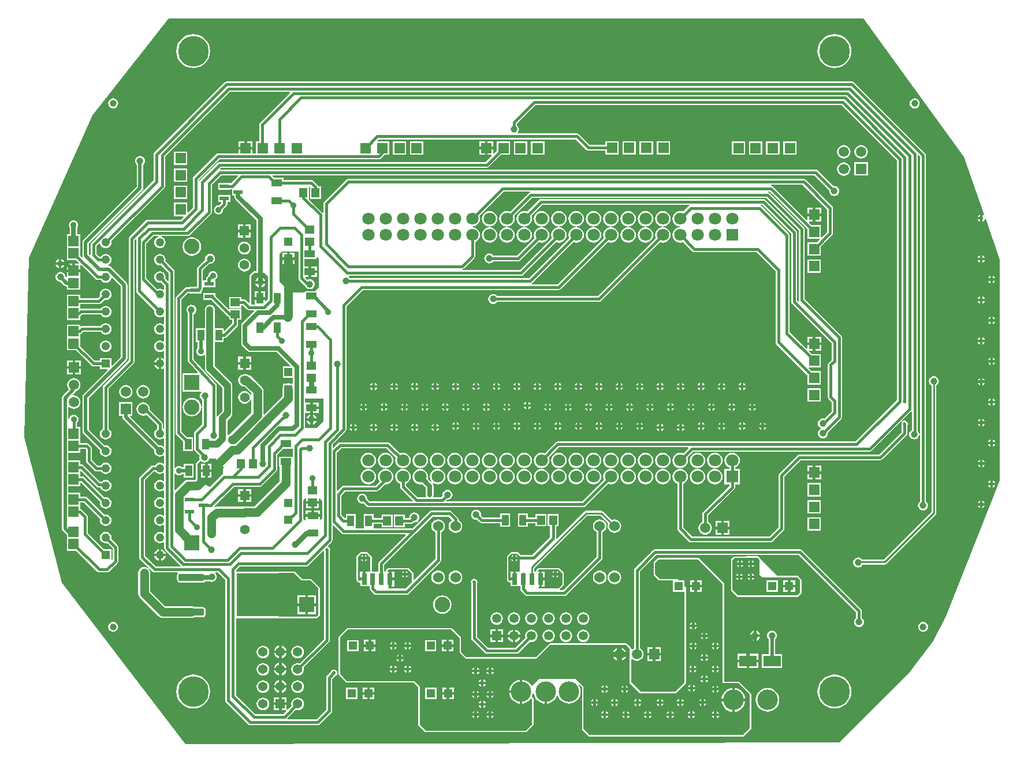
<source format=gtl>
G04*
G04 #@! TF.GenerationSoftware,Altium Limited,Altium Designer,21.4.1 (30)*
G04*
G04 Layer_Physical_Order=1*
G04 Layer_Color=255*
%FSLAX25Y25*%
%MOIN*%
G70*
G04*
G04 #@! TF.SameCoordinates,A47B8419-E6DC-47D0-8E32-9BAF03E0F130*
G04*
G04*
G04 #@! TF.FilePolarity,Positive*
G04*
G01*
G75*
%ADD19C,0.00800*%
%ADD20C,0.01000*%
%ADD21R,0.05315X0.04528*%
%ADD22R,0.03937X0.06102*%
%ADD23R,0.04528X0.05315*%
%ADD24R,0.02756X0.06693*%
%ADD25R,0.06102X0.03937*%
%ADD26R,0.09843X0.06299*%
%ADD27R,0.31496X0.25157*%
G04:AMPARAMS|DCode=28|XSize=41.73mil|YSize=148.82mil|CornerRadius=11.06mil|HoleSize=0mil|Usage=FLASHONLY|Rotation=270.000|XOffset=0mil|YOffset=0mil|HoleType=Round|Shape=RoundedRectangle|*
%AMROUNDEDRECTD28*
21,1,0.04173,0.12670,0,0,270.0*
21,1,0.01961,0.14882,0,0,270.0*
1,1,0.02212,-0.06335,-0.00981*
1,1,0.02212,-0.06335,0.00981*
1,1,0.02212,0.06335,0.00981*
1,1,0.02212,0.06335,-0.00981*
%
%ADD28ROUNDEDRECTD28*%
%ADD29R,0.05909X0.05940*%
%ADD30R,0.05200X0.02200*%
%ADD54R,0.05937X0.05937*%
%ADD66C,0.02362*%
%ADD67C,0.02500*%
%ADD68C,0.01500*%
%ADD69C,0.02000*%
%ADD70C,0.05000*%
%ADD71C,0.03000*%
%ADD72C,0.01968*%
%ADD73C,0.04000*%
%ADD74C,0.07087*%
%ADD75R,0.07087X0.07087*%
%ADD76R,0.05906X0.05906*%
%ADD77C,0.05906*%
%ADD78C,0.17717*%
%ADD79R,0.05937X0.05937*%
%ADD80R,0.05906X0.05906*%
%ADD81R,0.04724X0.04724*%
%ADD82C,0.11811*%
%ADD83R,0.08858X0.08858*%
%ADD84C,0.08858*%
%ADD85R,0.08858X0.08858*%
%ADD86C,0.05543*%
%ADD87R,0.05543X0.05543*%
%ADD88R,0.04724X0.04724*%
%ADD89C,0.05315*%
%ADD90R,0.05315X0.05315*%
%ADD91C,0.05394*%
%ADD92R,0.05394X0.05394*%
%ADD93C,0.06000*%
%ADD94C,0.04764*%
%ADD95R,0.04764X0.04764*%
%ADD96C,0.03500*%
%ADD97C,0.03937*%
%ADD98C,0.01968*%
G36*
X451131Y341411D02*
X462742Y308292D01*
X462325Y307969D01*
X461983Y308198D01*
X461882Y308218D01*
Y306143D01*
Y304069D01*
X461983Y304089D01*
X462704Y304571D01*
X463186Y305292D01*
X463214Y305433D01*
X463731Y305469D01*
X471900Y282168D01*
Y154474D01*
X440896Y76321D01*
X433379Y62013D01*
X420122Y44168D01*
X379275Y3321D01*
X374687D01*
X1823Y2377D01*
X-69432Y95668D01*
X-91148Y179435D01*
X-88609Y283332D01*
X-52008Y365430D01*
X-7858Y421655D01*
X393105D01*
X451131Y341411D01*
D02*
G37*
%LPC*%
G36*
X376384Y412504D02*
X374471Y412316D01*
X372631Y411758D01*
X370936Y410851D01*
X369450Y409632D01*
X368231Y408146D01*
X367325Y406451D01*
X366767Y404611D01*
X366578Y402699D01*
X366767Y400785D01*
X367325Y398946D01*
X368231Y397251D01*
X369450Y395765D01*
X370936Y394546D01*
X372631Y393639D01*
X374471Y393081D01*
X376384Y392893D01*
X378297Y393081D01*
X380136Y393639D01*
X381831Y394546D01*
X383317Y395765D01*
X384537Y397251D01*
X385443Y398946D01*
X386001Y400785D01*
X386189Y402699D01*
X386001Y404611D01*
X385443Y406451D01*
X384537Y408146D01*
X383317Y409632D01*
X381831Y410851D01*
X380136Y411758D01*
X378297Y412316D01*
X376384Y412504D01*
D02*
G37*
G36*
X6306D02*
X4392Y412316D01*
X2553Y411758D01*
X858Y410851D01*
X-628Y409632D01*
X-1847Y408146D01*
X-2754Y406451D01*
X-3312Y404611D01*
X-3500Y402699D01*
X-3312Y400785D01*
X-2754Y398946D01*
X-1847Y397251D01*
X-628Y395765D01*
X858Y394546D01*
X2553Y393639D01*
X4392Y393081D01*
X6306Y392893D01*
X8218Y393081D01*
X10058Y393639D01*
X11753Y394546D01*
X13239Y395765D01*
X14458Y397251D01*
X15364Y398946D01*
X15923Y400785D01*
X16111Y402699D01*
X15923Y404611D01*
X15364Y406451D01*
X14458Y408146D01*
X13239Y409632D01*
X11753Y410851D01*
X10058Y411758D01*
X8218Y412316D01*
X6306Y412504D01*
D02*
G37*
G36*
X422700Y375393D02*
X421951Y375295D01*
X421253Y375006D01*
X420654Y374546D01*
X420194Y373947D01*
X419905Y373249D01*
X419807Y372500D01*
X419905Y371751D01*
X420194Y371053D01*
X420654Y370454D01*
X421253Y369994D01*
X421951Y369705D01*
X422700Y369607D01*
X423449Y369705D01*
X424147Y369994D01*
X424746Y370454D01*
X425206Y371053D01*
X425495Y371751D01*
X425593Y372500D01*
X425495Y373249D01*
X425206Y373947D01*
X424746Y374546D01*
X424147Y375006D01*
X423449Y375295D01*
X422700Y375393D01*
D02*
G37*
G36*
X-39900D02*
X-40649Y375295D01*
X-41347Y375006D01*
X-41946Y374546D01*
X-42406Y373947D01*
X-42695Y373249D01*
X-42793Y372500D01*
X-42695Y371751D01*
X-42406Y371053D01*
X-41946Y370454D01*
X-41347Y369994D01*
X-40649Y369705D01*
X-39900Y369607D01*
X-39151Y369705D01*
X-38453Y369994D01*
X-37854Y370454D01*
X-37394Y371053D01*
X-37105Y371751D01*
X-37007Y372500D01*
X-37105Y373249D01*
X-37394Y373947D01*
X-37854Y374546D01*
X-38453Y375006D01*
X-39151Y375295D01*
X-39900Y375393D01*
D02*
G37*
G36*
X179464Y350663D02*
X176245D01*
Y347445D01*
X179464D01*
Y350663D01*
D02*
G37*
G36*
X174745D02*
X171527D01*
Y347445D01*
X174745D01*
Y350663D01*
D02*
G37*
G36*
X40494Y350565D02*
X37276D01*
Y347346D01*
X40494D01*
Y350565D01*
D02*
G37*
G36*
X35776D02*
X32557D01*
Y347346D01*
X35776D01*
Y350565D01*
D02*
G37*
G36*
X281490Y350616D02*
X273753D01*
Y342879D01*
X281490D01*
Y350616D01*
D02*
G37*
G36*
X271622D02*
X263885D01*
Y342879D01*
X271622D01*
Y350616D01*
D02*
G37*
G36*
X261753D02*
X254016D01*
Y342879D01*
X261753D01*
Y350616D01*
D02*
G37*
G36*
X354544Y350563D02*
X346807D01*
Y342826D01*
X354544D01*
Y350563D01*
D02*
G37*
G36*
X344675D02*
X336938D01*
Y342826D01*
X344675D01*
Y350563D01*
D02*
G37*
G36*
X334806D02*
X327069D01*
Y342826D01*
X334806D01*
Y350563D01*
D02*
G37*
G36*
X324937D02*
X317200D01*
Y342826D01*
X324937D01*
Y350563D01*
D02*
G37*
G36*
X208970D02*
X201233D01*
Y342826D01*
X208970D01*
Y350563D01*
D02*
G37*
G36*
X199101D02*
X191364D01*
Y342826D01*
X199101D01*
Y350563D01*
D02*
G37*
G36*
X139095D02*
X131358D01*
Y342826D01*
X139095D01*
Y350563D01*
D02*
G37*
G36*
X129226D02*
X121489D01*
Y342826D01*
X129226D01*
Y350563D01*
D02*
G37*
G36*
X174745Y345945D02*
X171527D01*
Y342726D01*
X174745D01*
Y345945D01*
D02*
G37*
G36*
X391764Y348494D02*
X390758Y348361D01*
X389821Y347973D01*
X389016Y347356D01*
X388399Y346551D01*
X388011Y345614D01*
X387878Y344608D01*
X388011Y343602D01*
X388399Y342665D01*
X389016Y341860D01*
X389821Y341243D01*
X390758Y340854D01*
X391764Y340722D01*
X392770Y340854D01*
X393707Y341243D01*
X394512Y341860D01*
X395129Y342665D01*
X395518Y343602D01*
X395650Y344608D01*
X395518Y345614D01*
X395129Y346551D01*
X394512Y347356D01*
X393707Y347973D01*
X392770Y348361D01*
X391764Y348494D01*
D02*
G37*
G36*
X381764D02*
X380758Y348361D01*
X379821Y347973D01*
X379016Y347356D01*
X378399Y346551D01*
X378011Y345614D01*
X377878Y344608D01*
X378011Y343602D01*
X378399Y342665D01*
X379016Y341860D01*
X379821Y341243D01*
X380758Y340854D01*
X381764Y340722D01*
X382770Y340854D01*
X383707Y341243D01*
X384512Y341860D01*
X385129Y342665D01*
X385518Y343602D01*
X385650Y344608D01*
X385518Y345614D01*
X385129Y346551D01*
X384512Y347356D01*
X383707Y347973D01*
X382770Y348361D01*
X381764Y348494D01*
D02*
G37*
G36*
X2933Y344714D02*
X-4804D01*
Y336977D01*
X2933D01*
Y344714D01*
D02*
G37*
G36*
X395617Y338461D02*
X387911D01*
Y330755D01*
X395617D01*
Y338461D01*
D02*
G37*
G36*
X381764Y338494D02*
X380758Y338362D01*
X379821Y337973D01*
X379016Y337356D01*
X378399Y336551D01*
X378011Y335614D01*
X377878Y334608D01*
X378011Y333602D01*
X378399Y332665D01*
X379016Y331860D01*
X379821Y331243D01*
X380758Y330854D01*
X381764Y330722D01*
X382770Y330854D01*
X383707Y331243D01*
X384512Y331860D01*
X385129Y332665D01*
X385518Y333602D01*
X385650Y334608D01*
X385518Y335614D01*
X385129Y336551D01*
X384512Y337356D01*
X383707Y337973D01*
X382770Y338362D01*
X381764Y338494D01*
D02*
G37*
G36*
X2933Y334845D02*
X-4804D01*
Y327108D01*
X2933D01*
Y334845D01*
D02*
G37*
G36*
Y324976D02*
X-4804D01*
Y317239D01*
X2933D01*
Y324976D01*
D02*
G37*
G36*
X460382Y308218D02*
X460281Y308198D01*
X459559Y307716D01*
X459077Y306994D01*
X459057Y306893D01*
X460382D01*
Y308218D01*
D02*
G37*
G36*
Y305393D02*
X459057D01*
X459077Y305292D01*
X459559Y304571D01*
X460281Y304089D01*
X460382Y304069D01*
Y305393D01*
D02*
G37*
G36*
X277313Y310330D02*
X276153Y310177D01*
X275072Y309729D01*
X274144Y309017D01*
X273432Y308089D01*
X272984Y307008D01*
X272831Y305848D01*
X272984Y304688D01*
X273432Y303607D01*
X274144Y302679D01*
X275072Y301967D01*
X276153Y301519D01*
X276903Y301420D01*
X277242Y301376D01*
Y300871D01*
X276903Y300827D01*
X276153Y300728D01*
X275072Y300280D01*
X274144Y299568D01*
X273432Y298640D01*
X272984Y297559D01*
X272831Y296399D01*
X272984Y295239D01*
X273215Y294681D01*
X239725Y261190D01*
X181712D01*
X181510Y261454D01*
X180911Y261914D01*
X180213Y262203D01*
X179464Y262301D01*
X178715Y262203D01*
X178017Y261914D01*
X177418Y261454D01*
X176959Y260855D01*
X176670Y260157D01*
X176571Y259408D01*
X176670Y258659D01*
X176959Y257961D01*
X177418Y257362D01*
X178017Y256902D01*
X178715Y256613D01*
X179464Y256515D01*
X180213Y256613D01*
X180911Y256902D01*
X181510Y257362D01*
X181866Y257826D01*
X240422D01*
X241065Y257954D01*
X241611Y258318D01*
X275594Y292302D01*
X276153Y292070D01*
X277313Y291918D01*
X278473Y292070D01*
X279554Y292518D01*
X280482Y293230D01*
X281194Y294159D01*
X281642Y295239D01*
X281795Y296399D01*
X281642Y297559D01*
X281194Y298640D01*
X280482Y299568D01*
X279554Y300280D01*
X278473Y300728D01*
X277723Y300827D01*
X277384Y300871D01*
Y301376D01*
X277723Y301420D01*
X278473Y301519D01*
X279554Y301967D01*
X280482Y302679D01*
X281194Y303607D01*
X281642Y304688D01*
X281795Y305848D01*
X281642Y307008D01*
X281194Y308089D01*
X280482Y309017D01*
X279554Y309729D01*
X278473Y310177D01*
X277313Y310330D01*
D02*
G37*
G36*
X267313D02*
X266153Y310177D01*
X265072Y309729D01*
X264144Y309017D01*
X263432Y308089D01*
X262984Y307008D01*
X262831Y305848D01*
X262984Y304688D01*
X263432Y303607D01*
X264144Y302679D01*
X265072Y301967D01*
X266153Y301519D01*
X266903Y301420D01*
X267242Y301376D01*
Y300871D01*
X266903Y300827D01*
X266153Y300728D01*
X265072Y300280D01*
X264144Y299568D01*
X263432Y298640D01*
X262984Y297559D01*
X262831Y296399D01*
X262984Y295239D01*
X263432Y294159D01*
X264144Y293230D01*
X265072Y292518D01*
X266153Y292070D01*
X267313Y291918D01*
X268473Y292070D01*
X269554Y292518D01*
X270482Y293230D01*
X271194Y294159D01*
X271642Y295239D01*
X271795Y296399D01*
X271642Y297559D01*
X271194Y298640D01*
X270482Y299568D01*
X269554Y300280D01*
X268473Y300728D01*
X267723Y300827D01*
X267384Y300871D01*
Y301376D01*
X267723Y301420D01*
X268473Y301519D01*
X269554Y301967D01*
X270482Y302679D01*
X271194Y303607D01*
X271642Y304688D01*
X271795Y305848D01*
X271642Y307008D01*
X271194Y308089D01*
X270482Y309017D01*
X269554Y309729D01*
X268473Y310177D01*
X267313Y310330D01*
D02*
G37*
G36*
X257313D02*
X256153Y310177D01*
X255072Y309729D01*
X254144Y309017D01*
X253432Y308089D01*
X252984Y307008D01*
X252831Y305848D01*
X252984Y304688D01*
X253432Y303607D01*
X254144Y302679D01*
X255072Y301967D01*
X256153Y301519D01*
X256903Y301420D01*
X257242Y301376D01*
Y300871D01*
X256903Y300827D01*
X256153Y300728D01*
X255072Y300280D01*
X254144Y299568D01*
X253432Y298640D01*
X252984Y297559D01*
X252831Y296399D01*
X252984Y295239D01*
X253432Y294159D01*
X254144Y293230D01*
X255072Y292518D01*
X256153Y292070D01*
X257313Y291918D01*
X258473Y292070D01*
X259554Y292518D01*
X260482Y293230D01*
X261194Y294159D01*
X261642Y295239D01*
X261795Y296399D01*
X261642Y297559D01*
X261194Y298640D01*
X260482Y299568D01*
X259554Y300280D01*
X258473Y300728D01*
X257723Y300827D01*
X257384Y300871D01*
Y301376D01*
X257723Y301420D01*
X258473Y301519D01*
X259554Y301967D01*
X260482Y302679D01*
X261194Y303607D01*
X261642Y304688D01*
X261795Y305848D01*
X261642Y307008D01*
X261194Y308089D01*
X260482Y309017D01*
X259554Y309729D01*
X258473Y310177D01*
X257313Y310330D01*
D02*
G37*
G36*
X237313D02*
X236153Y310177D01*
X235072Y309729D01*
X234144Y309017D01*
X233432Y308089D01*
X232984Y307008D01*
X232831Y305848D01*
X232984Y304688D01*
X233432Y303607D01*
X234144Y302679D01*
X235072Y301967D01*
X236153Y301519D01*
X236903Y301420D01*
X237242Y301376D01*
Y300871D01*
X236903Y300827D01*
X236153Y300728D01*
X235072Y300280D01*
X234144Y299568D01*
X233432Y298640D01*
X232984Y297559D01*
X232831Y296399D01*
X232984Y295239D01*
X233432Y294159D01*
X234144Y293230D01*
X235072Y292518D01*
X236153Y292070D01*
X237313Y291918D01*
X238473Y292070D01*
X239554Y292518D01*
X240482Y293230D01*
X241194Y294159D01*
X241642Y295239D01*
X241795Y296399D01*
X241642Y297559D01*
X241194Y298640D01*
X240482Y299568D01*
X239554Y300280D01*
X238473Y300728D01*
X237723Y300827D01*
X237384Y300871D01*
Y301376D01*
X237723Y301420D01*
X238473Y301519D01*
X239554Y301967D01*
X240482Y302679D01*
X241194Y303607D01*
X241642Y304688D01*
X241795Y305848D01*
X241642Y307008D01*
X241194Y308089D01*
X240482Y309017D01*
X239554Y309729D01*
X238473Y310177D01*
X237313Y310330D01*
D02*
G37*
G36*
X207313D02*
X206153Y310177D01*
X205072Y309729D01*
X204144Y309017D01*
X203432Y308089D01*
X202984Y307008D01*
X202831Y305848D01*
X202984Y304688D01*
X203432Y303607D01*
X204144Y302679D01*
X205072Y301967D01*
X206153Y301519D01*
X206903Y301420D01*
X207242Y301376D01*
Y300871D01*
X206903Y300827D01*
X206153Y300728D01*
X205072Y300280D01*
X204144Y299568D01*
X203432Y298640D01*
X202984Y297559D01*
X202831Y296399D01*
X202984Y295239D01*
X203215Y294681D01*
X193025Y284490D01*
X179566D01*
X179210Y284954D01*
X178611Y285414D01*
X177913Y285703D01*
X177164Y285801D01*
X176415Y285703D01*
X175717Y285414D01*
X175118Y284954D01*
X174659Y284355D01*
X174370Y283657D01*
X174271Y282908D01*
X174370Y282159D01*
X174659Y281461D01*
X175118Y280862D01*
X175717Y280402D01*
X176415Y280113D01*
X177164Y280015D01*
X177913Y280113D01*
X178611Y280402D01*
X179210Y280862D01*
X179412Y281126D01*
X193722D01*
X194365Y281254D01*
X194911Y281618D01*
X205594Y292302D01*
X206153Y292070D01*
X207313Y291918D01*
X208473Y292070D01*
X209554Y292518D01*
X210482Y293230D01*
X211194Y294159D01*
X211642Y295239D01*
X211795Y296399D01*
X211642Y297559D01*
X211194Y298640D01*
X210482Y299568D01*
X209554Y300280D01*
X208473Y300728D01*
X207723Y300827D01*
X207384Y300871D01*
Y301376D01*
X207723Y301420D01*
X208473Y301519D01*
X209554Y301967D01*
X210482Y302679D01*
X211194Y303607D01*
X211642Y304688D01*
X211795Y305848D01*
X211642Y307008D01*
X211194Y308089D01*
X210482Y309017D01*
X209554Y309729D01*
X208473Y310177D01*
X207313Y310330D01*
D02*
G37*
G36*
X177313D02*
X176153Y310177D01*
X175072Y309729D01*
X174144Y309017D01*
X173432Y308089D01*
X172984Y307008D01*
X172831Y305848D01*
X172984Y304688D01*
X173432Y303607D01*
X174144Y302679D01*
X175072Y301967D01*
X176153Y301519D01*
X176903Y301420D01*
X177242Y301376D01*
Y300871D01*
X176903Y300827D01*
X176153Y300728D01*
X175072Y300280D01*
X174144Y299568D01*
X173432Y298640D01*
X172984Y297559D01*
X172831Y296399D01*
X172984Y295239D01*
X173432Y294159D01*
X174144Y293230D01*
X175072Y292518D01*
X176153Y292070D01*
X177313Y291918D01*
X178473Y292070D01*
X179554Y292518D01*
X180482Y293230D01*
X181194Y294159D01*
X181642Y295239D01*
X181795Y296399D01*
X181642Y297559D01*
X181194Y298640D01*
X180482Y299568D01*
X179554Y300280D01*
X178473Y300728D01*
X177723Y300827D01*
X177384Y300871D01*
Y301376D01*
X177723Y301420D01*
X178473Y301519D01*
X179554Y301967D01*
X180482Y302679D01*
X181194Y303607D01*
X181642Y304688D01*
X181795Y305848D01*
X181642Y307008D01*
X181194Y308089D01*
X180482Y309017D01*
X179554Y309729D01*
X178473Y310177D01*
X177313Y310330D01*
D02*
G37*
G36*
X461882Y284596D02*
Y283271D01*
X463206D01*
X463186Y283372D01*
X462704Y284094D01*
X461983Y284576D01*
X461882Y284596D01*
D02*
G37*
G36*
X460382D02*
X460281Y284576D01*
X459559Y284094D01*
X459077Y283372D01*
X459057Y283271D01*
X460382D01*
Y284596D01*
D02*
G37*
G36*
X-69800Y282579D02*
Y280663D01*
X-67884D01*
X-68148Y281300D01*
X-68589Y281874D01*
X-69163Y282315D01*
X-69800Y282579D01*
D02*
G37*
G36*
X-71300D02*
X-71937Y282315D01*
X-72511Y281874D01*
X-72952Y281300D01*
X-73216Y280663D01*
X-71300D01*
Y282579D01*
D02*
G37*
G36*
X463206Y281771D02*
X461882D01*
Y280447D01*
X461983Y280467D01*
X462704Y280949D01*
X463186Y281670D01*
X463206Y281771D01*
D02*
G37*
G36*
X460382D02*
X459057D01*
X459077Y281670D01*
X459559Y280949D01*
X460281Y280467D01*
X460382Y280447D01*
Y281771D01*
D02*
G37*
G36*
X-67884Y279163D02*
X-69800D01*
Y277247D01*
X-69163Y277511D01*
X-68589Y277952D01*
X-68148Y278526D01*
X-67884Y279163D01*
D02*
G37*
G36*
X-71300D02*
X-73216D01*
X-72952Y278526D01*
X-72511Y277952D01*
X-71937Y277511D01*
X-71300Y277247D01*
Y279163D01*
D02*
G37*
G36*
X-63508Y279739D02*
X-66712D01*
Y276519D01*
X-63508D01*
Y279739D01*
D02*
G37*
G36*
X368548Y282370D02*
X360811D01*
Y274633D01*
X368548D01*
Y282370D01*
D02*
G37*
G36*
X467787Y272785D02*
Y271460D01*
X469112D01*
X469092Y271561D01*
X468610Y272283D01*
X467888Y272765D01*
X467787Y272785D01*
D02*
G37*
G36*
X466287D02*
X466186Y272765D01*
X465465Y272283D01*
X464983Y271561D01*
X464962Y271460D01*
X466287D01*
Y272785D01*
D02*
G37*
G36*
X469112Y269960D02*
X467787D01*
Y268636D01*
X467888Y268656D01*
X468610Y269138D01*
X469092Y269859D01*
X469112Y269960D01*
D02*
G37*
G36*
X466287D02*
X464962D01*
X464983Y269859D01*
X465465Y269138D01*
X466186Y268656D01*
X466287Y268636D01*
Y269960D01*
D02*
G37*
G36*
X-70332Y275101D02*
X-71080Y275003D01*
X-71778Y274714D01*
X-72377Y274254D01*
X-72837Y273655D01*
X-73126Y272957D01*
X-73225Y272208D01*
X-73126Y271459D01*
X-72837Y270761D01*
X-72377Y270162D01*
X-71778Y269702D01*
X-71080Y269413D01*
X-70332Y269315D01*
X-70196Y269333D01*
X-68141Y267278D01*
X-67512Y266858D01*
X-66771Y266710D01*
X-66612D01*
Y264777D01*
X-58904D01*
Y271798D01*
X-58804D01*
Y275019D01*
X-62758D01*
X-66712D01*
Y272293D01*
X-67212Y272048D01*
X-67295Y272107D01*
X-67444Y272250D01*
X-67537Y272957D01*
X-67826Y273655D01*
X-68286Y274254D01*
X-68885Y274714D01*
X-69583Y275003D01*
X-70332Y275101D01*
D02*
G37*
G36*
X-44212Y265418D02*
X-45068Y265305D01*
X-45867Y264975D01*
X-46552Y264449D01*
X-47078Y263763D01*
X-47409Y262965D01*
X-47522Y262108D01*
X-47414Y261285D01*
X-48828Y259871D01*
X-58904D01*
Y262059D01*
X-66612D01*
Y254319D01*
Y247197D01*
X-58904D01*
Y249618D01*
X-58514Y249878D01*
X-57966Y250426D01*
X-47058D01*
X-46552Y249767D01*
X-45867Y249241D01*
X-45068Y248910D01*
X-44212Y248798D01*
X-43355Y248910D01*
X-42557Y249241D01*
X-41871Y249767D01*
X-41345Y250453D01*
X-41014Y251251D01*
X-40901Y252108D01*
X-41014Y252965D01*
X-41345Y253763D01*
X-41871Y254449D01*
X-42557Y254975D01*
X-43355Y255305D01*
X-44212Y255418D01*
X-45068Y255305D01*
X-45867Y254975D01*
X-46552Y254449D01*
X-47058Y253790D01*
X-58663D01*
X-58663Y253790D01*
X-58904Y253988D01*
Y256506D01*
X-48131D01*
X-47487Y256634D01*
X-46941Y256999D01*
X-45034Y258906D01*
X-44212Y258798D01*
X-43355Y258910D01*
X-42557Y259241D01*
X-41871Y259767D01*
X-41345Y260453D01*
X-41014Y261251D01*
X-40901Y262108D01*
X-41014Y262965D01*
X-41345Y263763D01*
X-41871Y264449D01*
X-42557Y264975D01*
X-43355Y265305D01*
X-44212Y265418D01*
D02*
G37*
G36*
X461882Y260974D02*
Y259649D01*
X463206D01*
X463186Y259750D01*
X462704Y260472D01*
X461983Y260954D01*
X461882Y260974D01*
D02*
G37*
G36*
X460382D02*
X460281Y260954D01*
X459559Y260472D01*
X459077Y259750D01*
X459057Y259649D01*
X460382D01*
Y260974D01*
D02*
G37*
G36*
X463206Y258149D02*
X461882D01*
Y256824D01*
X461983Y256845D01*
X462704Y257327D01*
X463186Y258048D01*
X463206Y258149D01*
D02*
G37*
G36*
X460382D02*
X459057D01*
X459077Y258048D01*
X459559Y257327D01*
X460281Y256845D01*
X460382Y256824D01*
Y258149D01*
D02*
G37*
G36*
X467787Y249163D02*
Y247838D01*
X469112D01*
X469092Y247939D01*
X468610Y248661D01*
X467888Y249143D01*
X467787Y249163D01*
D02*
G37*
G36*
X466287D02*
X466186Y249143D01*
X465465Y248661D01*
X464983Y247939D01*
X464962Y247838D01*
X466287D01*
Y249163D01*
D02*
G37*
G36*
X469112Y246338D02*
X467787D01*
Y245013D01*
X467888Y245034D01*
X468610Y245516D01*
X469092Y246237D01*
X469112Y246338D01*
D02*
G37*
G36*
X466287D02*
X464962D01*
X464983Y246237D01*
X465465Y245516D01*
X466186Y245034D01*
X466287Y245013D01*
Y246338D01*
D02*
G37*
G36*
X461882Y237352D02*
Y236027D01*
X463206D01*
X463186Y236128D01*
X462704Y236850D01*
X461983Y237332D01*
X461882Y237352D01*
D02*
G37*
G36*
X460382D02*
X460281Y237332D01*
X459559Y236850D01*
X459077Y236128D01*
X459057Y236027D01*
X460382D01*
Y237352D01*
D02*
G37*
G36*
X368648Y237576D02*
X365429D01*
Y234358D01*
X368648D01*
Y237576D01*
D02*
G37*
G36*
X363929D02*
X360711D01*
Y234358D01*
X363929D01*
Y237576D01*
D02*
G37*
G36*
X463206Y234527D02*
X461882D01*
Y233203D01*
X461983Y233223D01*
X462704Y233705D01*
X463186Y234426D01*
X463206Y234527D01*
D02*
G37*
G36*
X460382D02*
X459057D01*
X459077Y234426D01*
X459559Y233705D01*
X460281Y233223D01*
X460382Y233203D01*
Y234527D01*
D02*
G37*
G36*
X368648Y232858D02*
X365429D01*
Y229639D01*
X368648D01*
Y232858D01*
D02*
G37*
G36*
X-44212Y235418D02*
X-45068Y235305D01*
X-45867Y234975D01*
X-46552Y234449D01*
X-47078Y233763D01*
X-47409Y232965D01*
X-47522Y232108D01*
X-47409Y231251D01*
X-47078Y230453D01*
X-46552Y229767D01*
X-45867Y229241D01*
X-45068Y228910D01*
X-44212Y228798D01*
X-43355Y228910D01*
X-42557Y229241D01*
X-41871Y229767D01*
X-41345Y230453D01*
X-41014Y231251D01*
X-40901Y232108D01*
X-41014Y232965D01*
X-41345Y233763D01*
X-41871Y234449D01*
X-42557Y234975D01*
X-43355Y235305D01*
X-44212Y235418D01*
D02*
G37*
G36*
X467787Y225541D02*
Y224216D01*
X469112D01*
X469092Y224317D01*
X468610Y225039D01*
X467888Y225521D01*
X467787Y225541D01*
D02*
G37*
G36*
X466287D02*
X466186Y225521D01*
X465465Y225039D01*
X464983Y224317D01*
X464962Y224216D01*
X466287D01*
Y225541D01*
D02*
G37*
G36*
X-13702Y225420D02*
X-13835Y225403D01*
X-14657Y225062D01*
X-15364Y224520D01*
X-15906Y223814D01*
X-16247Y222991D01*
X-16264Y222858D01*
X-13702D01*
Y225420D01*
D02*
G37*
G36*
X469112Y222716D02*
X467787D01*
Y221392D01*
X467888Y221412D01*
X468610Y221894D01*
X469092Y222615D01*
X469112Y222716D01*
D02*
G37*
G36*
X466287D02*
X464962D01*
X464983Y222615D01*
X465465Y221894D01*
X466186Y221412D01*
X466287Y221392D01*
Y222716D01*
D02*
G37*
G36*
X-58683Y223861D02*
X-61886D01*
Y220658D01*
X-58683D01*
Y223861D01*
D02*
G37*
G36*
X-63386D02*
X-66589D01*
Y220658D01*
X-63386D01*
Y223861D01*
D02*
G37*
G36*
X-13702Y221358D02*
X-16264D01*
X-16247Y221225D01*
X-15906Y220402D01*
X-15364Y219696D01*
X-14657Y219154D01*
X-13835Y218813D01*
X-13702Y218796D01*
Y221358D01*
D02*
G37*
G36*
X-58683Y219158D02*
X-61886D01*
Y215955D01*
X-58683D01*
Y219158D01*
D02*
G37*
G36*
X-63386D02*
X-66589D01*
Y215955D01*
X-63386D01*
Y219158D01*
D02*
G37*
G36*
X461882Y213730D02*
Y212405D01*
X463206D01*
X463186Y212506D01*
X462704Y213228D01*
X461983Y213710D01*
X461882Y213730D01*
D02*
G37*
G36*
X460382D02*
X460281Y213710D01*
X459559Y213228D01*
X459077Y212506D01*
X459057Y212405D01*
X460382D01*
Y213730D01*
D02*
G37*
G36*
X463206Y210905D02*
X461882D01*
Y209580D01*
X461983Y209601D01*
X462704Y210083D01*
X463186Y210804D01*
X463206Y210905D01*
D02*
G37*
G36*
X460382D02*
X459057D01*
X459077Y210804D01*
X459559Y210083D01*
X460281Y209601D01*
X460382Y209580D01*
Y210905D01*
D02*
G37*
G36*
X323826Y210897D02*
Y209572D01*
X325151D01*
X325131Y209673D01*
X324649Y210395D01*
X323927Y210877D01*
X323826Y210897D01*
D02*
G37*
G36*
X322326D02*
X322225Y210877D01*
X321504Y210395D01*
X321022Y209673D01*
X321002Y209572D01*
X322326D01*
Y210897D01*
D02*
G37*
G36*
X312015D02*
Y209572D01*
X313340D01*
X313320Y209673D01*
X312838Y210395D01*
X312116Y210877D01*
X312015Y210897D01*
D02*
G37*
G36*
X310515D02*
X310414Y210877D01*
X309693Y210395D01*
X309211Y209673D01*
X309191Y209572D01*
X310515D01*
Y210897D01*
D02*
G37*
G36*
X300204D02*
Y209572D01*
X301529D01*
X301509Y209673D01*
X301027Y210395D01*
X300305Y210877D01*
X300204Y210897D01*
D02*
G37*
G36*
X298704D02*
X298603Y210877D01*
X297882Y210395D01*
X297400Y209673D01*
X297380Y209572D01*
X298704D01*
Y210897D01*
D02*
G37*
G36*
X288393D02*
Y209572D01*
X289718D01*
X289698Y209673D01*
X289216Y210395D01*
X288494Y210877D01*
X288393Y210897D01*
D02*
G37*
G36*
X286893D02*
X286792Y210877D01*
X286071Y210395D01*
X285589Y209673D01*
X285569Y209572D01*
X286893D01*
Y210897D01*
D02*
G37*
G36*
X276582D02*
Y209572D01*
X277907D01*
X277887Y209673D01*
X277405Y210395D01*
X276683Y210877D01*
X276582Y210897D01*
D02*
G37*
G36*
X275082D02*
X274981Y210877D01*
X274260Y210395D01*
X273778Y209673D01*
X273758Y209572D01*
X275082D01*
Y210897D01*
D02*
G37*
G36*
X264771D02*
Y209572D01*
X266096D01*
X266076Y209673D01*
X265594Y210395D01*
X264872Y210877D01*
X264771Y210897D01*
D02*
G37*
G36*
X263271D02*
X263170Y210877D01*
X262449Y210395D01*
X261967Y209673D01*
X261947Y209572D01*
X263271D01*
Y210897D01*
D02*
G37*
G36*
X252960D02*
Y209572D01*
X254285D01*
X254265Y209673D01*
X253783Y210395D01*
X253061Y210877D01*
X252960Y210897D01*
D02*
G37*
G36*
X251460D02*
X251359Y210877D01*
X250638Y210395D01*
X250156Y209673D01*
X250136Y209572D01*
X251460D01*
Y210897D01*
D02*
G37*
G36*
X241149D02*
Y209572D01*
X242474D01*
X242454Y209673D01*
X241972Y210395D01*
X241250Y210877D01*
X241149Y210897D01*
D02*
G37*
G36*
X239649D02*
X239548Y210877D01*
X238827Y210395D01*
X238345Y209673D01*
X238324Y209572D01*
X239649D01*
Y210897D01*
D02*
G37*
G36*
X229338D02*
Y209572D01*
X230663D01*
X230643Y209673D01*
X230161Y210395D01*
X229439Y210877D01*
X229338Y210897D01*
D02*
G37*
G36*
X227838D02*
X227737Y210877D01*
X227016Y210395D01*
X226534Y209673D01*
X226514Y209572D01*
X227838D01*
Y210897D01*
D02*
G37*
G36*
X217527D02*
Y209572D01*
X218852D01*
X218832Y209673D01*
X218350Y210395D01*
X217628Y210877D01*
X217527Y210897D01*
D02*
G37*
G36*
X216027D02*
X215926Y210877D01*
X215205Y210395D01*
X214723Y209673D01*
X214703Y209572D01*
X216027D01*
Y210897D01*
D02*
G37*
G36*
X205716D02*
Y209572D01*
X207041D01*
X207021Y209673D01*
X206539Y210395D01*
X205817Y210877D01*
X205716Y210897D01*
D02*
G37*
G36*
X204216D02*
X204115Y210877D01*
X203394Y210395D01*
X202912Y209673D01*
X202891Y209572D01*
X204216D01*
Y210897D01*
D02*
G37*
G36*
X193905D02*
Y209572D01*
X195230D01*
X195210Y209673D01*
X194728Y210395D01*
X194006Y210877D01*
X193905Y210897D01*
D02*
G37*
G36*
X192405D02*
X192304Y210877D01*
X191583Y210395D01*
X191101Y209673D01*
X191080Y209572D01*
X192405D01*
Y210897D01*
D02*
G37*
G36*
X182094D02*
Y209572D01*
X183419D01*
X183399Y209673D01*
X182917Y210395D01*
X182195Y210877D01*
X182094Y210897D01*
D02*
G37*
G36*
X180594D02*
X180493Y210877D01*
X179772Y210395D01*
X179289Y209673D01*
X179269Y209572D01*
X180594D01*
Y210897D01*
D02*
G37*
G36*
X170283D02*
Y209572D01*
X171608D01*
X171588Y209673D01*
X171106Y210395D01*
X170384Y210877D01*
X170283Y210897D01*
D02*
G37*
G36*
X168783D02*
X168682Y210877D01*
X167961Y210395D01*
X167479Y209673D01*
X167458Y209572D01*
X168783D01*
Y210897D01*
D02*
G37*
G36*
X158472D02*
Y209572D01*
X159797D01*
X159777Y209673D01*
X159294Y210395D01*
X158573Y210877D01*
X158472Y210897D01*
D02*
G37*
G36*
X156972D02*
X156871Y210877D01*
X156149Y210395D01*
X155667Y209673D01*
X155647Y209572D01*
X156972D01*
Y210897D01*
D02*
G37*
G36*
X146661D02*
Y209572D01*
X147986D01*
X147966Y209673D01*
X147484Y210395D01*
X146762Y210877D01*
X146661Y210897D01*
D02*
G37*
G36*
X145161D02*
X145060Y210877D01*
X144339Y210395D01*
X143857Y209673D01*
X143836Y209572D01*
X145161D01*
Y210897D01*
D02*
G37*
G36*
X134850D02*
Y209572D01*
X136175D01*
X136154Y209673D01*
X135672Y210395D01*
X134951Y210877D01*
X134850Y210897D01*
D02*
G37*
G36*
X133350D02*
X133249Y210877D01*
X132527Y210395D01*
X132045Y209673D01*
X132025Y209572D01*
X133350D01*
Y210897D01*
D02*
G37*
G36*
X123039D02*
Y209572D01*
X124364D01*
X124344Y209673D01*
X123862Y210395D01*
X123140Y210877D01*
X123039Y210897D01*
D02*
G37*
G36*
X121539D02*
X121438Y210877D01*
X120717Y210395D01*
X120234Y209673D01*
X120214Y209572D01*
X121539D01*
Y210897D01*
D02*
G37*
G36*
X111228D02*
Y209572D01*
X112553D01*
X112532Y209673D01*
X112050Y210395D01*
X111329Y210877D01*
X111228Y210897D01*
D02*
G37*
G36*
X109728D02*
X109627Y210877D01*
X108905Y210395D01*
X108423Y209673D01*
X108403Y209572D01*
X109728D01*
Y210897D01*
D02*
G37*
G36*
X325151Y208072D02*
X323826D01*
Y206747D01*
X323927Y206768D01*
X324649Y207249D01*
X325131Y207971D01*
X325151Y208072D01*
D02*
G37*
G36*
X322326D02*
X321002D01*
X321022Y207971D01*
X321504Y207249D01*
X322225Y206768D01*
X322326Y206747D01*
Y208072D01*
D02*
G37*
G36*
X313340D02*
X312015D01*
Y206747D01*
X312116Y206768D01*
X312838Y207249D01*
X313320Y207971D01*
X313340Y208072D01*
D02*
G37*
G36*
X310515D02*
X309191D01*
X309211Y207971D01*
X309693Y207249D01*
X310414Y206768D01*
X310515Y206747D01*
Y208072D01*
D02*
G37*
G36*
X301529D02*
X300204D01*
Y206747D01*
X300305Y206768D01*
X301027Y207249D01*
X301509Y207971D01*
X301529Y208072D01*
D02*
G37*
G36*
X298704D02*
X297380D01*
X297400Y207971D01*
X297882Y207249D01*
X298603Y206768D01*
X298704Y206747D01*
Y208072D01*
D02*
G37*
G36*
X289718D02*
X288393D01*
Y206747D01*
X288494Y206768D01*
X289216Y207249D01*
X289698Y207971D01*
X289718Y208072D01*
D02*
G37*
G36*
X286893D02*
X285569D01*
X285589Y207971D01*
X286071Y207249D01*
X286792Y206768D01*
X286893Y206747D01*
Y208072D01*
D02*
G37*
G36*
X277907D02*
X276582D01*
Y206747D01*
X276683Y206768D01*
X277405Y207249D01*
X277887Y207971D01*
X277907Y208072D01*
D02*
G37*
G36*
X275082D02*
X273758D01*
X273778Y207971D01*
X274260Y207249D01*
X274981Y206768D01*
X275082Y206747D01*
Y208072D01*
D02*
G37*
G36*
X266096D02*
X264771D01*
Y206747D01*
X264872Y206768D01*
X265594Y207249D01*
X266076Y207971D01*
X266096Y208072D01*
D02*
G37*
G36*
X263271D02*
X261947D01*
X261967Y207971D01*
X262449Y207249D01*
X263170Y206768D01*
X263271Y206747D01*
Y208072D01*
D02*
G37*
G36*
X254285D02*
X252960D01*
Y206747D01*
X253061Y206768D01*
X253783Y207249D01*
X254265Y207971D01*
X254285Y208072D01*
D02*
G37*
G36*
X251460D02*
X250136D01*
X250156Y207971D01*
X250638Y207249D01*
X251359Y206768D01*
X251460Y206747D01*
Y208072D01*
D02*
G37*
G36*
X242474D02*
X241149D01*
Y206747D01*
X241250Y206768D01*
X241972Y207249D01*
X242454Y207971D01*
X242474Y208072D01*
D02*
G37*
G36*
X239649D02*
X238324D01*
X238345Y207971D01*
X238827Y207249D01*
X239548Y206768D01*
X239649Y206747D01*
Y208072D01*
D02*
G37*
G36*
X230663D02*
X229338D01*
Y206747D01*
X229439Y206768D01*
X230161Y207249D01*
X230643Y207971D01*
X230663Y208072D01*
D02*
G37*
G36*
X227838D02*
X226514D01*
X226534Y207971D01*
X227016Y207249D01*
X227737Y206768D01*
X227838Y206747D01*
Y208072D01*
D02*
G37*
G36*
X218852D02*
X217527D01*
Y206747D01*
X217628Y206768D01*
X218350Y207249D01*
X218832Y207971D01*
X218852Y208072D01*
D02*
G37*
G36*
X216027D02*
X214703D01*
X214723Y207971D01*
X215205Y207249D01*
X215926Y206768D01*
X216027Y206747D01*
Y208072D01*
D02*
G37*
G36*
X207041D02*
X205716D01*
Y206747D01*
X205817Y206768D01*
X206539Y207249D01*
X207021Y207971D01*
X207041Y208072D01*
D02*
G37*
G36*
X204216D02*
X202891D01*
X202912Y207971D01*
X203394Y207249D01*
X204115Y206768D01*
X204216Y206747D01*
Y208072D01*
D02*
G37*
G36*
X195230D02*
X193905D01*
Y206747D01*
X194006Y206768D01*
X194728Y207249D01*
X195210Y207971D01*
X195230Y208072D01*
D02*
G37*
G36*
X192405D02*
X191080D01*
X191101Y207971D01*
X191583Y207249D01*
X192304Y206768D01*
X192405Y206747D01*
Y208072D01*
D02*
G37*
G36*
X183419D02*
X182094D01*
Y206747D01*
X182195Y206768D01*
X182917Y207249D01*
X183399Y207971D01*
X183419Y208072D01*
D02*
G37*
G36*
X180594D02*
X179269D01*
X179289Y207971D01*
X179772Y207249D01*
X180493Y206768D01*
X180594Y206747D01*
Y208072D01*
D02*
G37*
G36*
X171608D02*
X170283D01*
Y206747D01*
X170384Y206768D01*
X171106Y207249D01*
X171588Y207971D01*
X171608Y208072D01*
D02*
G37*
G36*
X168783D02*
X167458D01*
X167479Y207971D01*
X167961Y207249D01*
X168682Y206768D01*
X168783Y206747D01*
Y208072D01*
D02*
G37*
G36*
X159797D02*
X158472D01*
Y206747D01*
X158573Y206768D01*
X159294Y207249D01*
X159777Y207971D01*
X159797Y208072D01*
D02*
G37*
G36*
X156972D02*
X155647D01*
X155667Y207971D01*
X156149Y207249D01*
X156871Y206768D01*
X156972Y206747D01*
Y208072D01*
D02*
G37*
G36*
X147986D02*
X146661D01*
Y206747D01*
X146762Y206768D01*
X147484Y207249D01*
X147966Y207971D01*
X147986Y208072D01*
D02*
G37*
G36*
X145161D02*
X143836D01*
X143857Y207971D01*
X144339Y207249D01*
X145060Y206768D01*
X145161Y206747D01*
Y208072D01*
D02*
G37*
G36*
X136175D02*
X134850D01*
Y206747D01*
X134951Y206768D01*
X135672Y207249D01*
X136154Y207971D01*
X136175Y208072D01*
D02*
G37*
G36*
X133350D02*
X132025D01*
X132045Y207971D01*
X132527Y207249D01*
X133249Y206768D01*
X133350Y206747D01*
Y208072D01*
D02*
G37*
G36*
X124364D02*
X123039D01*
Y206747D01*
X123140Y206768D01*
X123862Y207249D01*
X124344Y207971D01*
X124364Y208072D01*
D02*
G37*
G36*
X121539D02*
X120214D01*
X120234Y207971D01*
X120717Y207249D01*
X121438Y206768D01*
X121539Y206747D01*
Y208072D01*
D02*
G37*
G36*
X112553D02*
X111228D01*
Y206747D01*
X111329Y206768D01*
X112050Y207249D01*
X112532Y207971D01*
X112553Y208072D01*
D02*
G37*
G36*
X109728D02*
X108403D01*
X108423Y207971D01*
X108905Y207249D01*
X109627Y206768D01*
X109728Y206747D01*
Y208072D01*
D02*
G37*
G36*
X-22636Y209794D02*
X-23642Y209662D01*
X-24579Y209273D01*
X-25384Y208656D01*
X-26001Y207851D01*
X-26390Y206914D01*
X-26522Y205908D01*
X-26390Y204902D01*
X-26001Y203965D01*
X-25384Y203160D01*
X-24579Y202543D01*
X-23642Y202154D01*
X-22636Y202022D01*
X-21630Y202154D01*
X-20693Y202543D01*
X-19888Y203160D01*
X-19271Y203965D01*
X-18882Y204902D01*
X-18750Y205908D01*
X-18882Y206914D01*
X-19271Y207851D01*
X-19888Y208656D01*
X-20693Y209273D01*
X-21630Y209662D01*
X-22636Y209794D01*
D02*
G37*
G36*
X-32636D02*
X-33642Y209662D01*
X-34579Y209273D01*
X-35384Y208656D01*
X-36001Y207851D01*
X-36389Y206914D01*
X-36522Y205908D01*
X-36389Y204902D01*
X-36001Y203965D01*
X-35384Y203160D01*
X-34579Y202543D01*
X-33642Y202154D01*
X-32636Y202022D01*
X-31630Y202154D01*
X-30693Y202543D01*
X-29888Y203160D01*
X-29270Y203965D01*
X-28882Y204902D01*
X-28750Y205908D01*
X-28882Y206914D01*
X-29270Y207851D01*
X-29888Y208656D01*
X-30693Y209273D01*
X-31630Y209662D01*
X-32636Y209794D01*
D02*
G37*
G36*
X467787Y201919D02*
Y200594D01*
X469112D01*
X469092Y200695D01*
X468610Y201417D01*
X467888Y201899D01*
X467787Y201919D01*
D02*
G37*
G36*
X466287D02*
X466186Y201899D01*
X465465Y201417D01*
X464983Y200695D01*
X464962Y200594D01*
X466287D01*
Y201919D01*
D02*
G37*
G36*
X368548Y207870D02*
X360811D01*
Y200133D01*
X368548D01*
Y207870D01*
D02*
G37*
G36*
X199811Y199941D02*
Y198616D01*
X201135D01*
X201115Y198717D01*
X200633Y199439D01*
X199912Y199921D01*
X199811Y199941D01*
D02*
G37*
G36*
X198311D02*
X198210Y199921D01*
X197488Y199439D01*
X197006Y198717D01*
X196986Y198616D01*
X198311D01*
Y199941D01*
D02*
G37*
G36*
X469112Y199094D02*
X467787D01*
Y197769D01*
X467888Y197790D01*
X468610Y198272D01*
X469092Y198993D01*
X469112Y199094D01*
D02*
G37*
G36*
X466287D02*
X464962D01*
X464983Y198993D01*
X465465Y198272D01*
X466186Y197790D01*
X466287Y197769D01*
Y199094D01*
D02*
G37*
G36*
X329732Y199086D02*
Y197761D01*
X331056D01*
X331036Y197862D01*
X330554Y198583D01*
X329833Y199066D01*
X329732Y199086D01*
D02*
G37*
G36*
X328232D02*
X328131Y199066D01*
X327409Y198583D01*
X326927Y197862D01*
X326907Y197761D01*
X328232D01*
Y199086D01*
D02*
G37*
G36*
X317921D02*
Y197761D01*
X319245D01*
X319225Y197862D01*
X318743Y198583D01*
X318022Y199066D01*
X317921Y199086D01*
D02*
G37*
G36*
X316421D02*
X316320Y199066D01*
X315598Y198583D01*
X315116Y197862D01*
X315096Y197761D01*
X316421D01*
Y199086D01*
D02*
G37*
G36*
X306110D02*
Y197761D01*
X307434D01*
X307414Y197862D01*
X306932Y198583D01*
X306211Y199066D01*
X306110Y199086D01*
D02*
G37*
G36*
X304610D02*
X304509Y199066D01*
X303787Y198583D01*
X303305Y197862D01*
X303285Y197761D01*
X304610D01*
Y199086D01*
D02*
G37*
G36*
X294299D02*
Y197761D01*
X295623D01*
X295603Y197862D01*
X295121Y198583D01*
X294400Y199066D01*
X294299Y199086D01*
D02*
G37*
G36*
X292799D02*
X292698Y199066D01*
X291976Y198583D01*
X291494Y197862D01*
X291474Y197761D01*
X292799D01*
Y199086D01*
D02*
G37*
G36*
X282488D02*
Y197761D01*
X283812D01*
X283792Y197862D01*
X283310Y198583D01*
X282589Y199066D01*
X282488Y199086D01*
D02*
G37*
G36*
X280988D02*
X280887Y199066D01*
X280165Y198583D01*
X279683Y197862D01*
X279663Y197761D01*
X280988D01*
Y199086D01*
D02*
G37*
G36*
X270677D02*
Y197761D01*
X272001D01*
X271981Y197862D01*
X271499Y198583D01*
X270778Y199066D01*
X270677Y199086D01*
D02*
G37*
G36*
X269177D02*
X269076Y199066D01*
X268354Y198583D01*
X267872Y197862D01*
X267852Y197761D01*
X269177D01*
Y199086D01*
D02*
G37*
G36*
X258866D02*
Y197761D01*
X260190D01*
X260170Y197862D01*
X259688Y198583D01*
X258967Y199066D01*
X258866Y199086D01*
D02*
G37*
G36*
X257366D02*
X257265Y199066D01*
X256543Y198583D01*
X256061Y197862D01*
X256041Y197761D01*
X257366D01*
Y199086D01*
D02*
G37*
G36*
X247055D02*
Y197761D01*
X248379D01*
X248359Y197862D01*
X247877Y198583D01*
X247156Y199066D01*
X247055Y199086D01*
D02*
G37*
G36*
X245555D02*
X245454Y199066D01*
X244732Y198583D01*
X244250Y197862D01*
X244230Y197761D01*
X245555D01*
Y199086D01*
D02*
G37*
G36*
X235244D02*
Y197761D01*
X236568D01*
X236548Y197862D01*
X236066Y198583D01*
X235345Y199066D01*
X235244Y199086D01*
D02*
G37*
G36*
X233744D02*
X233643Y199066D01*
X232921Y198583D01*
X232439Y197862D01*
X232419Y197761D01*
X233744D01*
Y199086D01*
D02*
G37*
G36*
X223433D02*
Y197761D01*
X224757D01*
X224737Y197862D01*
X224255Y198583D01*
X223534Y199066D01*
X223433Y199086D01*
D02*
G37*
G36*
X221933D02*
X221832Y199066D01*
X221110Y198583D01*
X220628Y197862D01*
X220608Y197761D01*
X221933D01*
Y199086D01*
D02*
G37*
G36*
X211622D02*
Y197761D01*
X212946D01*
X212926Y197862D01*
X212444Y198583D01*
X211723Y199066D01*
X211622Y199086D01*
D02*
G37*
G36*
X210122D02*
X210021Y199066D01*
X209299Y198583D01*
X208817Y197862D01*
X208797Y197761D01*
X210122D01*
Y199086D01*
D02*
G37*
G36*
X188000D02*
Y197761D01*
X189324D01*
X189304Y197862D01*
X188822Y198583D01*
X188101Y199066D01*
X188000Y199086D01*
D02*
G37*
G36*
X186500D02*
X186399Y199066D01*
X185677Y198583D01*
X185195Y197862D01*
X185175Y197761D01*
X186500D01*
Y199086D01*
D02*
G37*
G36*
X176189D02*
Y197761D01*
X177513D01*
X177493Y197862D01*
X177011Y198583D01*
X176290Y199066D01*
X176189Y199086D01*
D02*
G37*
G36*
X174689D02*
X174588Y199066D01*
X173866Y198583D01*
X173384Y197862D01*
X173364Y197761D01*
X174689D01*
Y199086D01*
D02*
G37*
G36*
X164377D02*
Y197761D01*
X165702D01*
X165682Y197862D01*
X165200Y198583D01*
X164479Y199066D01*
X164377Y199086D01*
D02*
G37*
G36*
X162878D02*
X162777Y199066D01*
X162055Y198583D01*
X161573Y197862D01*
X161553Y197761D01*
X162878D01*
Y199086D01*
D02*
G37*
G36*
X152567D02*
Y197761D01*
X153891D01*
X153871Y197862D01*
X153389Y198583D01*
X152668Y199066D01*
X152567Y199086D01*
D02*
G37*
G36*
X151067D02*
X150965Y199066D01*
X150244Y198583D01*
X149762Y197862D01*
X149742Y197761D01*
X151067D01*
Y199086D01*
D02*
G37*
G36*
X140755D02*
Y197761D01*
X142080D01*
X142060Y197862D01*
X141578Y198583D01*
X140857Y199066D01*
X140755Y199086D01*
D02*
G37*
G36*
X139255D02*
X139155Y199066D01*
X138433Y198583D01*
X137951Y197862D01*
X137931Y197761D01*
X139255D01*
Y199086D01*
D02*
G37*
G36*
X128945D02*
Y197761D01*
X130269D01*
X130249Y197862D01*
X129767Y198583D01*
X129045Y199066D01*
X128945Y199086D01*
D02*
G37*
G36*
X127445D02*
X127343Y199066D01*
X126622Y198583D01*
X126140Y197862D01*
X126120Y197761D01*
X127445D01*
Y199086D01*
D02*
G37*
G36*
X117133D02*
Y197761D01*
X118458D01*
X118438Y197862D01*
X117956Y198583D01*
X117235Y199066D01*
X117133Y199086D01*
D02*
G37*
G36*
X115633D02*
X115532Y199066D01*
X114811Y198583D01*
X114329Y197862D01*
X114309Y197761D01*
X115633D01*
Y199086D01*
D02*
G37*
G36*
X105323D02*
Y197761D01*
X106647D01*
X106627Y197862D01*
X106145Y198583D01*
X105423Y199066D01*
X105323Y199086D01*
D02*
G37*
G36*
X103823D02*
X103721Y199066D01*
X103000Y198583D01*
X102518Y197862D01*
X102498Y197761D01*
X103823D01*
Y199086D01*
D02*
G37*
G36*
X-62636Y213794D02*
X-63642Y213662D01*
X-64579Y213273D01*
X-65384Y212656D01*
X-66001Y211851D01*
X-66390Y210914D01*
X-66522Y209908D01*
X-66390Y208902D01*
X-66001Y207965D01*
X-65457Y207256D01*
X-69055Y203659D01*
X-69471Y203035D01*
X-69618Y202300D01*
X-69618Y202300D01*
Y201444D01*
X-69618Y201443D01*
X-69618Y201443D01*
Y185347D01*
X-69618Y185346D01*
X-69618Y185346D01*
Y170641D01*
X-69618Y170641D01*
X-69618Y170641D01*
Y166154D01*
X-69618Y166153D01*
X-69618Y166153D01*
Y126827D01*
X-69618Y126827D01*
X-69472Y126092D01*
X-69055Y125468D01*
X-67171Y123584D01*
X-67171Y123584D01*
X-66612Y123211D01*
Y121072D01*
Y113951D01*
X-61283D01*
X-49250Y101918D01*
X-48704Y101554D01*
X-48060Y101426D01*
X-43410D01*
X-42766Y101554D01*
X-42221Y101918D01*
X-37446Y106693D01*
X-37082Y107238D01*
X-36954Y107882D01*
Y116020D01*
X-37082Y116664D01*
X-37446Y117210D01*
X-37446Y117210D01*
X-41010Y120773D01*
X-40901Y121596D01*
X-41014Y122453D01*
X-41345Y123251D01*
X-41871Y123937D01*
X-42557Y124463D01*
X-43355Y124794D01*
X-44212Y124906D01*
X-45068Y124794D01*
X-45867Y124463D01*
X-46552Y123937D01*
X-47078Y123251D01*
X-47409Y122453D01*
X-47522Y121596D01*
X-47409Y120739D01*
X-47078Y119941D01*
X-46552Y119255D01*
X-45867Y118729D01*
X-45068Y118399D01*
X-44212Y118286D01*
X-43389Y118394D01*
X-40318Y115323D01*
Y108963D01*
X-40430Y108888D01*
X-40930Y109155D01*
Y114878D01*
X-45114D01*
X-54478Y124242D01*
Y133432D01*
X-54606Y134076D01*
X-54971Y134622D01*
X-54971Y134622D01*
X-57962Y137613D01*
X-58508Y137978D01*
X-58904Y138057D01*
Y141863D01*
X-56857D01*
X-47414Y132419D01*
X-47522Y131596D01*
X-47409Y130739D01*
X-47078Y129941D01*
X-46552Y129255D01*
X-45867Y128729D01*
X-45068Y128399D01*
X-44212Y128286D01*
X-43355Y128399D01*
X-42557Y128729D01*
X-41871Y129255D01*
X-41345Y129941D01*
X-41014Y130739D01*
X-40901Y131596D01*
X-41014Y132453D01*
X-41345Y133251D01*
X-41871Y133937D01*
X-42557Y134463D01*
X-43355Y134794D01*
X-44212Y134906D01*
X-45034Y134798D01*
X-54971Y144735D01*
X-55517Y145099D01*
X-56160Y145227D01*
X-58904D01*
Y147415D01*
X-65775D01*
Y151370D01*
X-58904D01*
Y153202D01*
X-58404Y153409D01*
X-47414Y142419D01*
X-47522Y141596D01*
X-47409Y140739D01*
X-47078Y139941D01*
X-46552Y139255D01*
X-45867Y138729D01*
X-45068Y138399D01*
X-44212Y138286D01*
X-43355Y138399D01*
X-42557Y138729D01*
X-41871Y139255D01*
X-41345Y139941D01*
X-41014Y140739D01*
X-40901Y141596D01*
X-41014Y142453D01*
X-41345Y143251D01*
X-41871Y143937D01*
X-42557Y144463D01*
X-43355Y144794D01*
X-44212Y144906D01*
X-45034Y144798D01*
X-56666Y156430D01*
X-57212Y156795D01*
X-57856Y156923D01*
X-58904D01*
Y159929D01*
X-58442Y160120D01*
X-49283Y150962D01*
X-49283Y150962D01*
X-48737Y150597D01*
X-48094Y150469D01*
X-47297D01*
X-47078Y149941D01*
X-46552Y149256D01*
X-45867Y148729D01*
X-45068Y148399D01*
X-44212Y148286D01*
X-43355Y148399D01*
X-42557Y148729D01*
X-41871Y149256D01*
X-41345Y149941D01*
X-41014Y150739D01*
X-40901Y151596D01*
X-41014Y152453D01*
X-41345Y153251D01*
X-41871Y153937D01*
X-42557Y154463D01*
X-43355Y154794D01*
X-44212Y154906D01*
X-45068Y154794D01*
X-45867Y154463D01*
X-46552Y153937D01*
X-46632Y153834D01*
X-47397D01*
X-57114Y163551D01*
X-57660Y163916D01*
X-58304Y164044D01*
X-58904D01*
Y166232D01*
X-65775D01*
Y170563D01*
X-58904D01*
Y172751D01*
X-55894D01*
X-55708Y172565D01*
Y165972D01*
X-55580Y165329D01*
X-55215Y164783D01*
X-50839Y160407D01*
X-50839Y160406D01*
X-50293Y160042D01*
X-49649Y159914D01*
X-49649Y159914D01*
X-47058D01*
X-46552Y159256D01*
X-45867Y158729D01*
X-45068Y158399D01*
X-44212Y158286D01*
X-43355Y158399D01*
X-42557Y158729D01*
X-41871Y159256D01*
X-41345Y159941D01*
X-41014Y160739D01*
X-40901Y161596D01*
X-41014Y162453D01*
X-41345Y163251D01*
X-41871Y163937D01*
X-42557Y164463D01*
X-43355Y164794D01*
X-44212Y164906D01*
X-45068Y164794D01*
X-45867Y164463D01*
X-46552Y163937D01*
X-47058Y163278D01*
X-48953D01*
X-52343Y166669D01*
Y173262D01*
X-52471Y173905D01*
X-52836Y174451D01*
X-54008Y175623D01*
X-54553Y175987D01*
X-55197Y176116D01*
X-58904D01*
Y177684D01*
Y185424D01*
X-60953D01*
Y187959D01*
X-60746Y188118D01*
X-60321Y188672D01*
X-60054Y189316D01*
X-59963Y190008D01*
X-60054Y190700D01*
X-60321Y191344D01*
X-60746Y191898D01*
X-61299Y192323D01*
X-61944Y192590D01*
X-62636Y192681D01*
X-63328Y192590D01*
X-63972Y192323D01*
X-64526Y191898D01*
X-64951Y191344D01*
X-65218Y190700D01*
X-65275Y190262D01*
X-65775Y190295D01*
Y196915D01*
X-65275Y197077D01*
X-64579Y196543D01*
X-63642Y196154D01*
X-62636Y196022D01*
X-61630Y196154D01*
X-60693Y196543D01*
X-59888Y197160D01*
X-59271Y197965D01*
X-58882Y198902D01*
X-58750Y199908D01*
X-58882Y200914D01*
X-59271Y201851D01*
X-59888Y202656D01*
X-60693Y203273D01*
X-61630Y203661D01*
X-62636Y203794D01*
X-62844Y203767D01*
X-63065Y204215D01*
X-61783Y205497D01*
X-61783Y205497D01*
X-61366Y206120D01*
X-61335Y206276D01*
X-60693Y206543D01*
X-59888Y207160D01*
X-59271Y207965D01*
X-58882Y208902D01*
X-58750Y209908D01*
X-58882Y210914D01*
X-59271Y211851D01*
X-59888Y212656D01*
X-60693Y213273D01*
X-61630Y213662D01*
X-62636Y213794D01*
D02*
G37*
G36*
X201135Y197116D02*
X199811D01*
Y195791D01*
X199912Y195811D01*
X200633Y196293D01*
X201115Y197015D01*
X201135Y197116D01*
D02*
G37*
G36*
X198311D02*
X196986D01*
X197006Y197015D01*
X197488Y196293D01*
X198210Y195811D01*
X198311Y195791D01*
Y197116D01*
D02*
G37*
G36*
X331056Y196261D02*
X329732D01*
Y194936D01*
X329833Y194957D01*
X330554Y195439D01*
X331036Y196160D01*
X331056Y196261D01*
D02*
G37*
G36*
X328232D02*
X326907D01*
X326927Y196160D01*
X327409Y195439D01*
X328131Y194957D01*
X328232Y194936D01*
Y196261D01*
D02*
G37*
G36*
X319245D02*
X317921D01*
Y194936D01*
X318022Y194957D01*
X318743Y195439D01*
X319225Y196160D01*
X319245Y196261D01*
D02*
G37*
G36*
X316421D02*
X315096D01*
X315116Y196160D01*
X315598Y195439D01*
X316320Y194957D01*
X316421Y194936D01*
Y196261D01*
D02*
G37*
G36*
X307434D02*
X306110D01*
Y194936D01*
X306211Y194957D01*
X306932Y195439D01*
X307414Y196160D01*
X307434Y196261D01*
D02*
G37*
G36*
X304610D02*
X303285D01*
X303305Y196160D01*
X303787Y195439D01*
X304509Y194957D01*
X304610Y194936D01*
Y196261D01*
D02*
G37*
G36*
X295623D02*
X294299D01*
Y194936D01*
X294400Y194957D01*
X295121Y195439D01*
X295603Y196160D01*
X295623Y196261D01*
D02*
G37*
G36*
X292799D02*
X291474D01*
X291494Y196160D01*
X291976Y195439D01*
X292698Y194957D01*
X292799Y194936D01*
Y196261D01*
D02*
G37*
G36*
X283812D02*
X282488D01*
Y194936D01*
X282589Y194957D01*
X283310Y195439D01*
X283792Y196160D01*
X283812Y196261D01*
D02*
G37*
G36*
X280988D02*
X279663D01*
X279683Y196160D01*
X280165Y195439D01*
X280887Y194957D01*
X280988Y194936D01*
Y196261D01*
D02*
G37*
G36*
X272001D02*
X270677D01*
Y194936D01*
X270778Y194957D01*
X271499Y195439D01*
X271981Y196160D01*
X272001Y196261D01*
D02*
G37*
G36*
X269177D02*
X267852D01*
X267872Y196160D01*
X268354Y195439D01*
X269076Y194957D01*
X269177Y194936D01*
Y196261D01*
D02*
G37*
G36*
X260190D02*
X258866D01*
Y194936D01*
X258967Y194957D01*
X259688Y195439D01*
X260170Y196160D01*
X260190Y196261D01*
D02*
G37*
G36*
X257366D02*
X256041D01*
X256061Y196160D01*
X256543Y195439D01*
X257265Y194957D01*
X257366Y194936D01*
Y196261D01*
D02*
G37*
G36*
X248379D02*
X247055D01*
Y194936D01*
X247156Y194957D01*
X247877Y195439D01*
X248359Y196160D01*
X248379Y196261D01*
D02*
G37*
G36*
X245555D02*
X244230D01*
X244250Y196160D01*
X244732Y195439D01*
X245454Y194957D01*
X245555Y194936D01*
Y196261D01*
D02*
G37*
G36*
X236568D02*
X235244D01*
Y194936D01*
X235345Y194957D01*
X236066Y195439D01*
X236548Y196160D01*
X236568Y196261D01*
D02*
G37*
G36*
X233744D02*
X232419D01*
X232439Y196160D01*
X232921Y195439D01*
X233643Y194957D01*
X233744Y194936D01*
Y196261D01*
D02*
G37*
G36*
X224757D02*
X223433D01*
Y194936D01*
X223534Y194957D01*
X224255Y195439D01*
X224737Y196160D01*
X224757Y196261D01*
D02*
G37*
G36*
X221933D02*
X220608D01*
X220628Y196160D01*
X221110Y195439D01*
X221832Y194957D01*
X221933Y194936D01*
Y196261D01*
D02*
G37*
G36*
X212946D02*
X211622D01*
Y194936D01*
X211723Y194957D01*
X212444Y195439D01*
X212926Y196160D01*
X212946Y196261D01*
D02*
G37*
G36*
X210122D02*
X208797D01*
X208817Y196160D01*
X209299Y195439D01*
X210021Y194957D01*
X210122Y194936D01*
Y196261D01*
D02*
G37*
G36*
X189324D02*
X188000D01*
Y194936D01*
X188101Y194957D01*
X188822Y195439D01*
X189304Y196160D01*
X189324Y196261D01*
D02*
G37*
G36*
X186500D02*
X185175D01*
X185195Y196160D01*
X185677Y195439D01*
X186399Y194957D01*
X186500Y194936D01*
Y196261D01*
D02*
G37*
G36*
X177513D02*
X176189D01*
Y194936D01*
X176290Y194957D01*
X177011Y195439D01*
X177493Y196160D01*
X177513Y196261D01*
D02*
G37*
G36*
X174689D02*
X173364D01*
X173384Y196160D01*
X173866Y195439D01*
X174588Y194957D01*
X174689Y194936D01*
Y196261D01*
D02*
G37*
G36*
X165702D02*
X164377D01*
Y194936D01*
X164479Y194957D01*
X165200Y195439D01*
X165682Y196160D01*
X165702Y196261D01*
D02*
G37*
G36*
X162878D02*
X161553D01*
X161573Y196160D01*
X162055Y195439D01*
X162777Y194957D01*
X162878Y194936D01*
Y196261D01*
D02*
G37*
G36*
X153891D02*
X152567D01*
Y194936D01*
X152668Y194957D01*
X153389Y195439D01*
X153871Y196160D01*
X153891Y196261D01*
D02*
G37*
G36*
X151067D02*
X149742D01*
X149762Y196160D01*
X150244Y195439D01*
X150965Y194957D01*
X151067Y194936D01*
Y196261D01*
D02*
G37*
G36*
X142080D02*
X140755D01*
Y194936D01*
X140857Y194957D01*
X141578Y195439D01*
X142060Y196160D01*
X142080Y196261D01*
D02*
G37*
G36*
X139255D02*
X137931D01*
X137951Y196160D01*
X138433Y195439D01*
X139155Y194957D01*
X139255Y194936D01*
Y196261D01*
D02*
G37*
G36*
X130269D02*
X128945D01*
Y194936D01*
X129045Y194957D01*
X129767Y195439D01*
X130249Y196160D01*
X130269Y196261D01*
D02*
G37*
G36*
X127445D02*
X126120D01*
X126140Y196160D01*
X126622Y195439D01*
X127343Y194957D01*
X127445Y194936D01*
Y196261D01*
D02*
G37*
G36*
X118458D02*
X117133D01*
Y194936D01*
X117235Y194957D01*
X117956Y195439D01*
X118438Y196160D01*
X118458Y196261D01*
D02*
G37*
G36*
X115633D02*
X114309D01*
X114329Y196160D01*
X114811Y195439D01*
X115532Y194957D01*
X115633Y194936D01*
Y196261D01*
D02*
G37*
G36*
X106647D02*
X105323D01*
Y194936D01*
X105423Y194957D01*
X106145Y195439D01*
X106627Y196160D01*
X106647Y196261D01*
D02*
G37*
G36*
X103823D02*
X102498D01*
X102518Y196160D01*
X103000Y195439D01*
X103721Y194957D01*
X103823Y194936D01*
Y196261D01*
D02*
G37*
G36*
X461882Y190108D02*
Y188783D01*
X463206D01*
X463186Y188884D01*
X462704Y189605D01*
X461983Y190088D01*
X461882Y190108D01*
D02*
G37*
G36*
X460382D02*
X460281Y190088D01*
X459559Y189605D01*
X459077Y188884D01*
X459057Y188783D01*
X460382D01*
Y190108D01*
D02*
G37*
G36*
X335637Y188130D02*
Y186805D01*
X336962D01*
X336942Y186906D01*
X336460Y187627D01*
X335738Y188110D01*
X335637Y188130D01*
D02*
G37*
G36*
X334137D02*
X334036Y188110D01*
X333315Y187627D01*
X332833Y186906D01*
X332813Y186805D01*
X334137D01*
Y188130D01*
D02*
G37*
G36*
X323826D02*
Y186805D01*
X325151D01*
X325131Y186906D01*
X324649Y187627D01*
X323927Y188110D01*
X323826Y188130D01*
D02*
G37*
G36*
X322326D02*
X322225Y188110D01*
X321504Y187627D01*
X321022Y186906D01*
X321002Y186805D01*
X322326D01*
Y188130D01*
D02*
G37*
G36*
X312015D02*
Y186805D01*
X313340D01*
X313320Y186906D01*
X312838Y187627D01*
X312116Y188110D01*
X312015Y188130D01*
D02*
G37*
G36*
X310515D02*
X310414Y188110D01*
X309693Y187627D01*
X309211Y186906D01*
X309191Y186805D01*
X310515D01*
Y188130D01*
D02*
G37*
G36*
X300204D02*
Y186805D01*
X301529D01*
X301509Y186906D01*
X301027Y187627D01*
X300305Y188110D01*
X300204Y188130D01*
D02*
G37*
G36*
X298704D02*
X298603Y188110D01*
X297882Y187627D01*
X297400Y186906D01*
X297380Y186805D01*
X298704D01*
Y188130D01*
D02*
G37*
G36*
X264771D02*
Y186805D01*
X266096D01*
X266076Y186906D01*
X265594Y187627D01*
X264872Y188110D01*
X264771Y188130D01*
D02*
G37*
G36*
X263271D02*
X263170Y188110D01*
X262449Y187627D01*
X261967Y186906D01*
X261947Y186805D01*
X263271D01*
Y188130D01*
D02*
G37*
G36*
X252960D02*
Y186805D01*
X254285D01*
X254265Y186906D01*
X253783Y187627D01*
X253061Y188110D01*
X252960Y188130D01*
D02*
G37*
G36*
X251460D02*
X251359Y188110D01*
X250638Y187627D01*
X250156Y186906D01*
X250136Y186805D01*
X251460D01*
Y188130D01*
D02*
G37*
G36*
X241149D02*
Y186805D01*
X242474D01*
X242454Y186906D01*
X241972Y187627D01*
X241250Y188110D01*
X241149Y188130D01*
D02*
G37*
G36*
X239649D02*
X239548Y188110D01*
X238827Y187627D01*
X238345Y186906D01*
X238324Y186805D01*
X239649D01*
Y188130D01*
D02*
G37*
G36*
X229338D02*
Y186805D01*
X230663D01*
X230643Y186906D01*
X230161Y187627D01*
X229439Y188110D01*
X229338Y188130D01*
D02*
G37*
G36*
X227838D02*
X227737Y188110D01*
X227016Y187627D01*
X226534Y186906D01*
X226514Y186805D01*
X227838D01*
Y188130D01*
D02*
G37*
G36*
X217527D02*
Y186805D01*
X218852D01*
X218832Y186906D01*
X218350Y187627D01*
X217628Y188110D01*
X217527Y188130D01*
D02*
G37*
G36*
X216027D02*
X215926Y188110D01*
X215205Y187627D01*
X214723Y186906D01*
X214703Y186805D01*
X216027D01*
Y188130D01*
D02*
G37*
G36*
X205716D02*
Y186805D01*
X207041D01*
X207021Y186906D01*
X206539Y187627D01*
X205817Y188110D01*
X205716Y188130D01*
D02*
G37*
G36*
X204216D02*
X204115Y188110D01*
X203394Y187627D01*
X202912Y186906D01*
X202891Y186805D01*
X204216D01*
Y188130D01*
D02*
G37*
G36*
X193905D02*
Y186805D01*
X195230D01*
X195210Y186906D01*
X194728Y187627D01*
X194006Y188110D01*
X193905Y188130D01*
D02*
G37*
G36*
X192405D02*
X192304Y188110D01*
X191583Y187627D01*
X191101Y186906D01*
X191080Y186805D01*
X192405D01*
Y188130D01*
D02*
G37*
G36*
X182094D02*
Y186805D01*
X183419D01*
X183399Y186906D01*
X182917Y187627D01*
X182195Y188110D01*
X182094Y188130D01*
D02*
G37*
G36*
X180594D02*
X180493Y188110D01*
X179772Y187627D01*
X179289Y186906D01*
X179269Y186805D01*
X180594D01*
Y188130D01*
D02*
G37*
G36*
X170283D02*
Y186805D01*
X171608D01*
X171588Y186906D01*
X171106Y187627D01*
X170384Y188110D01*
X170283Y188130D01*
D02*
G37*
G36*
X168783D02*
X168682Y188110D01*
X167961Y187627D01*
X167479Y186906D01*
X167458Y186805D01*
X168783D01*
Y188130D01*
D02*
G37*
G36*
X158472D02*
Y186805D01*
X159797D01*
X159777Y186906D01*
X159294Y187627D01*
X158573Y188110D01*
X158472Y188130D01*
D02*
G37*
G36*
X156972D02*
X156871Y188110D01*
X156149Y187627D01*
X155667Y186906D01*
X155647Y186805D01*
X156972D01*
Y188130D01*
D02*
G37*
G36*
X463206Y187283D02*
X461882D01*
Y185958D01*
X461983Y185978D01*
X462704Y186461D01*
X463186Y187182D01*
X463206Y187283D01*
D02*
G37*
G36*
X460382D02*
X459057D01*
X459077Y187182D01*
X459559Y186461D01*
X460281Y185978D01*
X460382Y185958D01*
Y187283D01*
D02*
G37*
G36*
X288393Y187275D02*
Y185950D01*
X289718D01*
X289698Y186051D01*
X289216Y186773D01*
X288494Y187255D01*
X288393Y187275D01*
D02*
G37*
G36*
X286893D02*
X286792Y187255D01*
X286071Y186773D01*
X285589Y186051D01*
X285569Y185950D01*
X286893D01*
Y187275D01*
D02*
G37*
G36*
X276582D02*
Y185950D01*
X277907D01*
X277887Y186051D01*
X277405Y186773D01*
X276683Y187255D01*
X276582Y187275D01*
D02*
G37*
G36*
X275082D02*
X274981Y187255D01*
X274260Y186773D01*
X273778Y186051D01*
X273758Y185950D01*
X275082D01*
Y187275D01*
D02*
G37*
G36*
X146661D02*
Y185950D01*
X147986D01*
X147966Y186051D01*
X147484Y186773D01*
X146762Y187255D01*
X146661Y187275D01*
D02*
G37*
G36*
X145161D02*
X145060Y187255D01*
X144339Y186773D01*
X143857Y186051D01*
X143836Y185950D01*
X145161D01*
Y187275D01*
D02*
G37*
G36*
X134850D02*
Y185950D01*
X136175D01*
X136154Y186051D01*
X135672Y186773D01*
X134951Y187255D01*
X134850Y187275D01*
D02*
G37*
G36*
X133350D02*
X133249Y187255D01*
X132527Y186773D01*
X132045Y186051D01*
X132025Y185950D01*
X133350D01*
Y187275D01*
D02*
G37*
G36*
X123039D02*
Y185950D01*
X124364D01*
X124344Y186051D01*
X123862Y186773D01*
X123140Y187255D01*
X123039Y187275D01*
D02*
G37*
G36*
X121539D02*
X121438Y187255D01*
X120717Y186773D01*
X120234Y186051D01*
X120214Y185950D01*
X121539D01*
Y187275D01*
D02*
G37*
G36*
X111228D02*
Y185950D01*
X112553D01*
X112532Y186051D01*
X112050Y186773D01*
X111329Y187255D01*
X111228Y187275D01*
D02*
G37*
G36*
X109728D02*
X109627Y187255D01*
X108905Y186773D01*
X108423Y186051D01*
X108403Y185950D01*
X109728D01*
Y187275D01*
D02*
G37*
G36*
X99417D02*
Y185950D01*
X100742D01*
X100722Y186051D01*
X100239Y186773D01*
X99518Y187255D01*
X99417Y187275D01*
D02*
G37*
G36*
X97917D02*
X97816Y187255D01*
X97094Y186773D01*
X96612Y186051D01*
X96592Y185950D01*
X97917D01*
Y187275D01*
D02*
G37*
G36*
X336962Y185305D02*
X335637D01*
Y183980D01*
X335738Y184000D01*
X336460Y184483D01*
X336942Y185204D01*
X336962Y185305D01*
D02*
G37*
G36*
X334137D02*
X332813D01*
X332833Y185204D01*
X333315Y184483D01*
X334036Y184000D01*
X334137Y183980D01*
Y185305D01*
D02*
G37*
G36*
X325151D02*
X323826D01*
Y183980D01*
X323927Y184000D01*
X324649Y184483D01*
X325131Y185204D01*
X325151Y185305D01*
D02*
G37*
G36*
X322326D02*
X321002D01*
X321022Y185204D01*
X321504Y184483D01*
X322225Y184000D01*
X322326Y183980D01*
Y185305D01*
D02*
G37*
G36*
X313340D02*
X312015D01*
Y183980D01*
X312116Y184000D01*
X312838Y184483D01*
X313320Y185204D01*
X313340Y185305D01*
D02*
G37*
G36*
X310515D02*
X309191D01*
X309211Y185204D01*
X309693Y184483D01*
X310414Y184000D01*
X310515Y183980D01*
Y185305D01*
D02*
G37*
G36*
X301529D02*
X300204D01*
Y183980D01*
X300305Y184000D01*
X301027Y184483D01*
X301509Y185204D01*
X301529Y185305D01*
D02*
G37*
G36*
X298704D02*
X297380D01*
X297400Y185204D01*
X297882Y184483D01*
X298603Y184000D01*
X298704Y183980D01*
Y185305D01*
D02*
G37*
G36*
X266096D02*
X264771D01*
Y183980D01*
X264872Y184000D01*
X265594Y184483D01*
X266076Y185204D01*
X266096Y185305D01*
D02*
G37*
G36*
X263271D02*
X261947D01*
X261967Y185204D01*
X262449Y184483D01*
X263170Y184000D01*
X263271Y183980D01*
Y185305D01*
D02*
G37*
G36*
X254285D02*
X252960D01*
Y183980D01*
X253061Y184000D01*
X253783Y184483D01*
X254265Y185204D01*
X254285Y185305D01*
D02*
G37*
G36*
X251460D02*
X250136D01*
X250156Y185204D01*
X250638Y184483D01*
X251359Y184000D01*
X251460Y183980D01*
Y185305D01*
D02*
G37*
G36*
X242474D02*
X241149D01*
Y183980D01*
X241250Y184000D01*
X241972Y184483D01*
X242454Y185204D01*
X242474Y185305D01*
D02*
G37*
G36*
X239649D02*
X238324D01*
X238345Y185204D01*
X238827Y184483D01*
X239548Y184000D01*
X239649Y183980D01*
Y185305D01*
D02*
G37*
G36*
X230663D02*
X229338D01*
Y183980D01*
X229439Y184000D01*
X230161Y184483D01*
X230643Y185204D01*
X230663Y185305D01*
D02*
G37*
G36*
X227838D02*
X226514D01*
X226534Y185204D01*
X227016Y184483D01*
X227737Y184000D01*
X227838Y183980D01*
Y185305D01*
D02*
G37*
G36*
X218852D02*
X217527D01*
Y183980D01*
X217628Y184000D01*
X218350Y184483D01*
X218832Y185204D01*
X218852Y185305D01*
D02*
G37*
G36*
X216027D02*
X214703D01*
X214723Y185204D01*
X215205Y184483D01*
X215926Y184000D01*
X216027Y183980D01*
Y185305D01*
D02*
G37*
G36*
X207041D02*
X205716D01*
Y183980D01*
X205817Y184000D01*
X206539Y184483D01*
X207021Y185204D01*
X207041Y185305D01*
D02*
G37*
G36*
X204216D02*
X202891D01*
X202912Y185204D01*
X203394Y184483D01*
X204115Y184000D01*
X204216Y183980D01*
Y185305D01*
D02*
G37*
G36*
X195230D02*
X193905D01*
Y183980D01*
X194006Y184000D01*
X194728Y184483D01*
X195210Y185204D01*
X195230Y185305D01*
D02*
G37*
G36*
X192405D02*
X191080D01*
X191101Y185204D01*
X191583Y184483D01*
X192304Y184000D01*
X192405Y183980D01*
Y185305D01*
D02*
G37*
G36*
X183419D02*
X182094D01*
Y183980D01*
X182195Y184000D01*
X182917Y184483D01*
X183399Y185204D01*
X183419Y185305D01*
D02*
G37*
G36*
X180594D02*
X179269D01*
X179289Y185204D01*
X179772Y184483D01*
X180493Y184000D01*
X180594Y183980D01*
Y185305D01*
D02*
G37*
G36*
X171608D02*
X170283D01*
Y183980D01*
X170384Y184000D01*
X171106Y184483D01*
X171588Y185204D01*
X171608Y185305D01*
D02*
G37*
G36*
X168783D02*
X167458D01*
X167479Y185204D01*
X167961Y184483D01*
X168682Y184000D01*
X168783Y183980D01*
Y185305D01*
D02*
G37*
G36*
X159797D02*
X158472D01*
Y183980D01*
X158573Y184000D01*
X159294Y184483D01*
X159777Y185204D01*
X159797Y185305D01*
D02*
G37*
G36*
X156972D02*
X155647D01*
X155667Y185204D01*
X156149Y184483D01*
X156871Y184000D01*
X156972Y183980D01*
Y185305D01*
D02*
G37*
G36*
X289718Y184450D02*
X288393D01*
Y183125D01*
X288494Y183145D01*
X289216Y183627D01*
X289698Y184349D01*
X289718Y184450D01*
D02*
G37*
G36*
X286893D02*
X285569D01*
X285589Y184349D01*
X286071Y183627D01*
X286792Y183145D01*
X286893Y183125D01*
Y184450D01*
D02*
G37*
G36*
X277907D02*
X276582D01*
Y183125D01*
X276683Y183145D01*
X277405Y183627D01*
X277887Y184349D01*
X277907Y184450D01*
D02*
G37*
G36*
X275082D02*
X273758D01*
X273778Y184349D01*
X274260Y183627D01*
X274981Y183145D01*
X275082Y183125D01*
Y184450D01*
D02*
G37*
G36*
X147986D02*
X146661D01*
Y183125D01*
X146762Y183145D01*
X147484Y183627D01*
X147966Y184349D01*
X147986Y184450D01*
D02*
G37*
G36*
X145161D02*
X143836D01*
X143857Y184349D01*
X144339Y183627D01*
X145060Y183145D01*
X145161Y183125D01*
Y184450D01*
D02*
G37*
G36*
X136175D02*
X134850D01*
Y183125D01*
X134951Y183145D01*
X135672Y183627D01*
X136154Y184349D01*
X136175Y184450D01*
D02*
G37*
G36*
X133350D02*
X132025D01*
X132045Y184349D01*
X132527Y183627D01*
X133249Y183145D01*
X133350Y183125D01*
Y184450D01*
D02*
G37*
G36*
X124364D02*
X123039D01*
Y183125D01*
X123140Y183145D01*
X123862Y183627D01*
X124344Y184349D01*
X124364Y184450D01*
D02*
G37*
G36*
X121539D02*
X120214D01*
X120234Y184349D01*
X120717Y183627D01*
X121438Y183145D01*
X121539Y183125D01*
Y184450D01*
D02*
G37*
G36*
X112553D02*
X111228D01*
Y183125D01*
X111329Y183145D01*
X112050Y183627D01*
X112532Y184349D01*
X112553Y184450D01*
D02*
G37*
G36*
X109728D02*
X108403D01*
X108423Y184349D01*
X108905Y183627D01*
X109627Y183145D01*
X109728Y183125D01*
Y184450D01*
D02*
G37*
G36*
X100742D02*
X99417D01*
Y183125D01*
X99518Y183145D01*
X100239Y183627D01*
X100722Y184349D01*
X100742Y184450D01*
D02*
G37*
G36*
X97917D02*
X96592D01*
X96612Y184349D01*
X97094Y183627D01*
X97816Y183145D01*
X97917Y183125D01*
Y184450D01*
D02*
G37*
G36*
X467787Y178297D02*
Y176972D01*
X469112D01*
X469092Y177073D01*
X468610Y177795D01*
X467888Y178277D01*
X467787Y178297D01*
D02*
G37*
G36*
X466287D02*
X466186Y178277D01*
X465465Y177795D01*
X464983Y177073D01*
X464962Y176972D01*
X466287D01*
Y178297D01*
D02*
G37*
G36*
X469112Y175472D02*
X467787D01*
Y174147D01*
X467888Y174168D01*
X468610Y174650D01*
X469092Y175371D01*
X469112Y175472D01*
D02*
G37*
G36*
X466287D02*
X464962D01*
X464983Y175371D01*
X465465Y174650D01*
X466186Y174168D01*
X466287Y174147D01*
Y175472D01*
D02*
G37*
G36*
X461882Y166486D02*
Y165161D01*
X463206D01*
X463186Y165262D01*
X462704Y165983D01*
X461983Y166466D01*
X461882Y166486D01*
D02*
G37*
G36*
X460382D02*
X460281Y166466D01*
X459559Y165983D01*
X459077Y165262D01*
X459057Y165161D01*
X460382D01*
Y166486D01*
D02*
G37*
G36*
X463206Y163661D02*
X461882D01*
Y162336D01*
X461983Y162356D01*
X462704Y162838D01*
X463186Y163560D01*
X463206Y163661D01*
D02*
G37*
G36*
X460382D02*
X459057D01*
X459077Y163560D01*
X459559Y162838D01*
X460281Y162356D01*
X460382Y162336D01*
Y163661D01*
D02*
G37*
G36*
X368648Y163076D02*
X365429D01*
Y159858D01*
X368648D01*
Y163076D01*
D02*
G37*
G36*
X363929D02*
X360711D01*
Y159858D01*
X363929D01*
Y163076D01*
D02*
G37*
G36*
X368648Y158358D02*
X365429D01*
Y155139D01*
X368648D01*
Y158358D01*
D02*
G37*
G36*
X363929D02*
X360711D01*
Y155139D01*
X363929D01*
Y158358D01*
D02*
G37*
G36*
X467787Y154675D02*
Y153350D01*
X469112D01*
X469092Y153451D01*
X468610Y154173D01*
X467888Y154655D01*
X467787Y154675D01*
D02*
G37*
G36*
X466287D02*
X466186Y154655D01*
X465465Y154173D01*
X464983Y153451D01*
X464962Y153350D01*
X466287D01*
Y154675D01*
D02*
G37*
G36*
X277313Y170684D02*
X276153Y170531D01*
X275072Y170084D01*
X274144Y169371D01*
X273432Y168443D01*
X272984Y167362D01*
X272831Y166202D01*
X272984Y165042D01*
X273432Y163962D01*
X274144Y163033D01*
X275072Y162321D01*
X276153Y161873D01*
X276903Y161775D01*
X277242Y161730D01*
Y161226D01*
X276903Y161181D01*
X276153Y161082D01*
X275072Y160635D01*
X274144Y159923D01*
X273432Y158994D01*
X272984Y157913D01*
X272831Y156754D01*
X272984Y155594D01*
X273432Y154513D01*
X274144Y153585D01*
X275072Y152872D01*
X276153Y152425D01*
X277313Y152272D01*
X278473Y152425D01*
X279554Y152872D01*
X280482Y153585D01*
X281194Y154513D01*
X281642Y155594D01*
X281795Y156754D01*
X281642Y157913D01*
X281194Y158994D01*
X280482Y159923D01*
X279554Y160635D01*
X278473Y161082D01*
X277723Y161181D01*
X277384Y161226D01*
Y161730D01*
X277723Y161775D01*
X278473Y161873D01*
X279554Y162321D01*
X280482Y163033D01*
X281194Y163962D01*
X281642Y165042D01*
X281795Y166202D01*
X281642Y167362D01*
X281194Y168443D01*
X280482Y169371D01*
X279554Y170084D01*
X278473Y170531D01*
X277313Y170684D01*
D02*
G37*
G36*
X267313D02*
X266153Y170531D01*
X265072Y170084D01*
X264144Y169371D01*
X263432Y168443D01*
X262984Y167362D01*
X262831Y166202D01*
X262984Y165042D01*
X263432Y163962D01*
X264144Y163033D01*
X265072Y162321D01*
X266153Y161873D01*
X266903Y161775D01*
X267242Y161730D01*
Y161226D01*
X266903Y161181D01*
X266153Y161082D01*
X265072Y160635D01*
X264144Y159923D01*
X263432Y158994D01*
X262984Y157913D01*
X262831Y156754D01*
X262984Y155594D01*
X263432Y154513D01*
X264144Y153585D01*
X265072Y152872D01*
X266153Y152425D01*
X267313Y152272D01*
X268473Y152425D01*
X269554Y152872D01*
X270482Y153585D01*
X271194Y154513D01*
X271642Y155594D01*
X271795Y156754D01*
X271642Y157913D01*
X271194Y158994D01*
X270482Y159923D01*
X269554Y160635D01*
X268473Y161082D01*
X267723Y161181D01*
X267384Y161226D01*
Y161730D01*
X267723Y161775D01*
X268473Y161873D01*
X269554Y162321D01*
X270482Y163033D01*
X271194Y163962D01*
X271642Y165042D01*
X271795Y166202D01*
X271642Y167362D01*
X271194Y168443D01*
X270482Y169371D01*
X269554Y170084D01*
X268473Y170531D01*
X267313Y170684D01*
D02*
G37*
G36*
X257313D02*
X256153Y170531D01*
X255072Y170084D01*
X254144Y169371D01*
X253432Y168443D01*
X252984Y167362D01*
X252831Y166202D01*
X252984Y165042D01*
X253432Y163962D01*
X254144Y163033D01*
X255072Y162321D01*
X256153Y161873D01*
X256903Y161775D01*
X257242Y161730D01*
Y161226D01*
X256903Y161181D01*
X256153Y161082D01*
X255072Y160635D01*
X254144Y159923D01*
X253432Y158994D01*
X252984Y157913D01*
X252831Y156754D01*
X252984Y155594D01*
X253432Y154513D01*
X254144Y153585D01*
X255072Y152872D01*
X256153Y152425D01*
X257313Y152272D01*
X258473Y152425D01*
X259554Y152872D01*
X260482Y153585D01*
X261194Y154513D01*
X261642Y155594D01*
X261794Y156754D01*
X261642Y157913D01*
X261194Y158994D01*
X260482Y159923D01*
X259554Y160635D01*
X258473Y161082D01*
X257723Y161181D01*
X257384Y161226D01*
Y161730D01*
X257723Y161775D01*
X258473Y161873D01*
X259554Y162321D01*
X260482Y163033D01*
X261194Y163962D01*
X261642Y165042D01*
X261794Y166202D01*
X261642Y167362D01*
X261194Y168443D01*
X260482Y169371D01*
X259554Y170084D01*
X258473Y170531D01*
X257313Y170684D01*
D02*
G37*
G36*
X237313D02*
X236153Y170531D01*
X235072Y170084D01*
X234144Y169371D01*
X233432Y168443D01*
X232984Y167362D01*
X232831Y166202D01*
X232984Y165042D01*
X233432Y163962D01*
X234144Y163033D01*
X235072Y162321D01*
X236153Y161873D01*
X236903Y161775D01*
X237242Y161730D01*
Y161226D01*
X236903Y161181D01*
X236153Y161082D01*
X235072Y160635D01*
X234144Y159923D01*
X233432Y158994D01*
X232984Y157913D01*
X232831Y156754D01*
X232984Y155594D01*
X233432Y154513D01*
X234144Y153585D01*
X235072Y152872D01*
X236153Y152425D01*
X237313Y152272D01*
X238473Y152425D01*
X239554Y152872D01*
X240482Y153585D01*
X241194Y154513D01*
X241642Y155594D01*
X241794Y156754D01*
X241642Y157913D01*
X241194Y158994D01*
X240482Y159923D01*
X239554Y160635D01*
X238473Y161082D01*
X237723Y161181D01*
X237384Y161226D01*
Y161730D01*
X237723Y161775D01*
X238473Y161873D01*
X239554Y162321D01*
X240482Y163033D01*
X241194Y163962D01*
X241642Y165042D01*
X241794Y166202D01*
X241642Y167362D01*
X241194Y168443D01*
X240482Y169371D01*
X239554Y170084D01*
X238473Y170531D01*
X237313Y170684D01*
D02*
G37*
G36*
X227313D02*
X226153Y170531D01*
X225072Y170084D01*
X224144Y169371D01*
X223432Y168443D01*
X222984Y167362D01*
X222831Y166202D01*
X222984Y165042D01*
X223432Y163962D01*
X224144Y163033D01*
X225072Y162321D01*
X226153Y161873D01*
X226903Y161775D01*
X227242Y161730D01*
Y161226D01*
X226903Y161181D01*
X226153Y161082D01*
X225072Y160635D01*
X224144Y159923D01*
X223432Y158994D01*
X222984Y157913D01*
X222831Y156754D01*
X222984Y155594D01*
X223432Y154513D01*
X224144Y153585D01*
X225072Y152872D01*
X226153Y152425D01*
X227313Y152272D01*
X228473Y152425D01*
X229554Y152872D01*
X230482Y153585D01*
X231194Y154513D01*
X231642Y155594D01*
X231795Y156754D01*
X231642Y157913D01*
X231194Y158994D01*
X230482Y159923D01*
X229554Y160635D01*
X228473Y161082D01*
X227723Y161181D01*
X227384Y161226D01*
Y161730D01*
X227723Y161775D01*
X228473Y161873D01*
X229554Y162321D01*
X230482Y163033D01*
X231194Y163962D01*
X231642Y165042D01*
X231795Y166202D01*
X231642Y167362D01*
X231194Y168443D01*
X230482Y169371D01*
X229554Y170084D01*
X228473Y170531D01*
X227313Y170684D01*
D02*
G37*
G36*
X217313D02*
X216153Y170531D01*
X215072Y170084D01*
X214144Y169371D01*
X213432Y168443D01*
X212984Y167362D01*
X212831Y166202D01*
X212984Y165042D01*
X213432Y163962D01*
X214144Y163033D01*
X215072Y162321D01*
X216153Y161873D01*
X216903Y161775D01*
X217242Y161730D01*
Y161226D01*
X216903Y161181D01*
X216153Y161082D01*
X215072Y160635D01*
X214144Y159923D01*
X213432Y158994D01*
X212984Y157913D01*
X212831Y156754D01*
X212984Y155594D01*
X213432Y154513D01*
X214144Y153585D01*
X215072Y152872D01*
X216153Y152425D01*
X217313Y152272D01*
X218473Y152425D01*
X219554Y152872D01*
X220482Y153585D01*
X221194Y154513D01*
X221642Y155594D01*
X221795Y156754D01*
X221642Y157913D01*
X221194Y158994D01*
X220482Y159923D01*
X219554Y160635D01*
X218473Y161082D01*
X217723Y161181D01*
X217384Y161226D01*
Y161730D01*
X217723Y161775D01*
X218473Y161873D01*
X219554Y162321D01*
X220482Y163033D01*
X221194Y163962D01*
X221642Y165042D01*
X221795Y166202D01*
X221642Y167362D01*
X221194Y168443D01*
X220482Y169371D01*
X219554Y170084D01*
X218473Y170531D01*
X217313Y170684D01*
D02*
G37*
G36*
X197313D02*
X196153Y170531D01*
X195072Y170084D01*
X194144Y169371D01*
X193432Y168443D01*
X192984Y167362D01*
X192831Y166202D01*
X192984Y165042D01*
X193432Y163962D01*
X194144Y163033D01*
X195072Y162321D01*
X196153Y161873D01*
X196903Y161775D01*
X197242Y161730D01*
Y161226D01*
X196903Y161181D01*
X196153Y161082D01*
X195072Y160635D01*
X194144Y159923D01*
X193432Y158994D01*
X192984Y157913D01*
X192831Y156754D01*
X192984Y155594D01*
X193432Y154513D01*
X194144Y153585D01*
X195072Y152872D01*
X196153Y152425D01*
X197313Y152272D01*
X198473Y152425D01*
X199554Y152872D01*
X200482Y153585D01*
X201194Y154513D01*
X201642Y155594D01*
X201795Y156754D01*
X201642Y157913D01*
X201194Y158994D01*
X200482Y159923D01*
X199554Y160635D01*
X198473Y161082D01*
X197723Y161181D01*
X197384Y161226D01*
Y161730D01*
X197723Y161775D01*
X198473Y161873D01*
X199554Y162321D01*
X200482Y163033D01*
X201194Y163962D01*
X201642Y165042D01*
X201795Y166202D01*
X201642Y167362D01*
X201194Y168443D01*
X200482Y169371D01*
X199554Y170084D01*
X198473Y170531D01*
X197313Y170684D01*
D02*
G37*
G36*
X187313D02*
X186153Y170531D01*
X185072Y170084D01*
X184144Y169371D01*
X183432Y168443D01*
X182984Y167362D01*
X182831Y166202D01*
X182984Y165042D01*
X183432Y163962D01*
X184144Y163033D01*
X185072Y162321D01*
X186153Y161873D01*
X186903Y161775D01*
X187242Y161730D01*
Y161226D01*
X186903Y161181D01*
X186153Y161082D01*
X185072Y160635D01*
X184144Y159923D01*
X183432Y158994D01*
X182984Y157913D01*
X182831Y156754D01*
X182984Y155594D01*
X183432Y154513D01*
X184144Y153585D01*
X185072Y152872D01*
X186153Y152425D01*
X187313Y152272D01*
X188473Y152425D01*
X189554Y152872D01*
X190482Y153585D01*
X191194Y154513D01*
X191642Y155594D01*
X191795Y156754D01*
X191642Y157913D01*
X191194Y158994D01*
X190482Y159923D01*
X189554Y160635D01*
X188473Y161082D01*
X187723Y161181D01*
X187384Y161226D01*
Y161730D01*
X187723Y161775D01*
X188473Y161873D01*
X189554Y162321D01*
X190482Y163033D01*
X191194Y163962D01*
X191642Y165042D01*
X191795Y166202D01*
X191642Y167362D01*
X191194Y168443D01*
X190482Y169371D01*
X189554Y170084D01*
X188473Y170531D01*
X187313Y170684D01*
D02*
G37*
G36*
X177313D02*
X176153Y170531D01*
X175072Y170084D01*
X174144Y169371D01*
X173432Y168443D01*
X172984Y167362D01*
X172831Y166202D01*
X172984Y165042D01*
X173432Y163962D01*
X174144Y163033D01*
X175072Y162321D01*
X176153Y161873D01*
X176903Y161775D01*
X177242Y161730D01*
Y161226D01*
X176903Y161181D01*
X176153Y161082D01*
X175072Y160635D01*
X174144Y159923D01*
X173432Y158994D01*
X172984Y157913D01*
X172831Y156754D01*
X172984Y155594D01*
X173432Y154513D01*
X174144Y153585D01*
X175072Y152872D01*
X176153Y152425D01*
X177313Y152272D01*
X178473Y152425D01*
X179554Y152872D01*
X180482Y153585D01*
X181194Y154513D01*
X181642Y155594D01*
X181795Y156754D01*
X181642Y157913D01*
X181194Y158994D01*
X180482Y159923D01*
X179554Y160635D01*
X178473Y161082D01*
X177723Y161181D01*
X177384Y161226D01*
Y161730D01*
X177723Y161775D01*
X178473Y161873D01*
X179554Y162321D01*
X180482Y163033D01*
X181194Y163962D01*
X181642Y165042D01*
X181795Y166202D01*
X181642Y167362D01*
X181194Y168443D01*
X180482Y169371D01*
X179554Y170084D01*
X178473Y170531D01*
X177313Y170684D01*
D02*
G37*
G36*
X167313D02*
X166153Y170531D01*
X165072Y170084D01*
X164144Y169371D01*
X163432Y168443D01*
X162984Y167362D01*
X162831Y166202D01*
X162984Y165042D01*
X163432Y163962D01*
X164144Y163033D01*
X165072Y162321D01*
X166153Y161873D01*
X166903Y161775D01*
X167242Y161730D01*
Y161226D01*
X166903Y161181D01*
X166153Y161082D01*
X165072Y160635D01*
X164144Y159923D01*
X163432Y158994D01*
X162984Y157913D01*
X162831Y156754D01*
X162984Y155594D01*
X163432Y154513D01*
X164144Y153585D01*
X165072Y152872D01*
X166153Y152425D01*
X167313Y152272D01*
X168473Y152425D01*
X169554Y152872D01*
X170482Y153585D01*
X171194Y154513D01*
X171642Y155594D01*
X171795Y156754D01*
X171642Y157913D01*
X171194Y158994D01*
X170482Y159923D01*
X169554Y160635D01*
X168473Y161082D01*
X167723Y161181D01*
X167384Y161226D01*
Y161730D01*
X167723Y161775D01*
X168473Y161873D01*
X169554Y162321D01*
X170482Y163033D01*
X171194Y163962D01*
X171642Y165042D01*
X171795Y166202D01*
X171642Y167362D01*
X171194Y168443D01*
X170482Y169371D01*
X169554Y170084D01*
X168473Y170531D01*
X167313Y170684D01*
D02*
G37*
G36*
X157313D02*
X156153Y170531D01*
X155072Y170084D01*
X154144Y169371D01*
X153432Y168443D01*
X152984Y167362D01*
X152831Y166202D01*
X152984Y165042D01*
X153432Y163962D01*
X154144Y163033D01*
X155072Y162321D01*
X156153Y161873D01*
X156903Y161775D01*
X157242Y161730D01*
Y161226D01*
X156903Y161181D01*
X156153Y161082D01*
X155072Y160635D01*
X154144Y159923D01*
X153432Y158994D01*
X152984Y157913D01*
X152831Y156754D01*
X152984Y155594D01*
X153432Y154513D01*
X154144Y153585D01*
X155072Y152872D01*
X156153Y152425D01*
X157313Y152272D01*
X158473Y152425D01*
X159554Y152872D01*
X160482Y153585D01*
X161194Y154513D01*
X161642Y155594D01*
X161795Y156754D01*
X161642Y157913D01*
X161194Y158994D01*
X160482Y159923D01*
X159554Y160635D01*
X158473Y161082D01*
X157723Y161181D01*
X157384Y161226D01*
Y161730D01*
X157723Y161775D01*
X158473Y161873D01*
X159554Y162321D01*
X160482Y163033D01*
X161194Y163962D01*
X161642Y165042D01*
X161795Y166202D01*
X161642Y167362D01*
X161194Y168443D01*
X160482Y169371D01*
X159554Y170084D01*
X158473Y170531D01*
X157313Y170684D01*
D02*
G37*
G36*
X107313D02*
X106153Y170531D01*
X105072Y170084D01*
X104144Y169371D01*
X103432Y168443D01*
X102984Y167362D01*
X102831Y166202D01*
X102984Y165042D01*
X103432Y163962D01*
X104144Y163033D01*
X105072Y162321D01*
X106153Y161873D01*
X106903Y161775D01*
X107242Y161730D01*
Y161226D01*
X106903Y161181D01*
X106153Y161082D01*
X105072Y160635D01*
X104144Y159923D01*
X103432Y158994D01*
X102984Y157913D01*
X102831Y156754D01*
X102984Y155594D01*
X103432Y154513D01*
X104144Y153585D01*
X105072Y152872D01*
X106153Y152425D01*
X107313Y152272D01*
X108473Y152425D01*
X109554Y152872D01*
X110482Y153585D01*
X111194Y154513D01*
X111642Y155594D01*
X111795Y156754D01*
X111642Y157913D01*
X111194Y158994D01*
X110482Y159923D01*
X109554Y160635D01*
X108473Y161082D01*
X107723Y161181D01*
X107384Y161226D01*
Y161730D01*
X107723Y161775D01*
X108473Y161873D01*
X109554Y162321D01*
X110482Y163033D01*
X111194Y163962D01*
X111642Y165042D01*
X111795Y166202D01*
X111642Y167362D01*
X111194Y168443D01*
X110482Y169371D01*
X109554Y170084D01*
X108473Y170531D01*
X107313Y170684D01*
D02*
G37*
G36*
X469112Y151850D02*
X467787D01*
Y150525D01*
X467888Y150546D01*
X468610Y151028D01*
X469092Y151749D01*
X469112Y151850D01*
D02*
G37*
G36*
X466287D02*
X464962D01*
X464983Y151749D01*
X465465Y151028D01*
X466186Y150546D01*
X466287Y150525D01*
Y151850D01*
D02*
G37*
G36*
X368548Y153108D02*
X360811D01*
Y145371D01*
X368548D01*
Y153108D01*
D02*
G37*
G36*
X461882Y142864D02*
Y141539D01*
X463206D01*
X463186Y141640D01*
X462704Y142361D01*
X461983Y142843D01*
X461882Y142864D01*
D02*
G37*
G36*
X460382D02*
X460281Y142843D01*
X459559Y142361D01*
X459077Y141640D01*
X459057Y141539D01*
X460382D01*
Y142864D01*
D02*
G37*
G36*
X463206Y140039D02*
X461882D01*
Y138714D01*
X461983Y138734D01*
X462704Y139216D01*
X463186Y139938D01*
X463206Y140039D01*
D02*
G37*
G36*
X460382D02*
X459057D01*
X459077Y139938D01*
X459559Y139216D01*
X460281Y138734D01*
X460382Y138714D01*
Y140039D01*
D02*
G37*
G36*
X386500Y385182D02*
X25600D01*
X24956Y385054D01*
X24410Y384690D01*
X-16090Y344190D01*
X-16454Y343644D01*
X-16582Y343000D01*
Y327960D01*
X-47113Y297429D01*
X-47113Y297429D01*
X-47113Y297429D01*
X-49533Y295009D01*
X-49533Y295009D01*
X-52529Y292013D01*
X-52894Y291467D01*
X-53022Y290823D01*
Y285221D01*
X-53472Y285025D01*
X-53815Y285300D01*
Y291468D01*
X-23042Y322241D01*
X-23042Y322241D01*
X-22625Y322865D01*
X-22479Y323600D01*
X-22479Y323600D01*
Y337058D01*
X-22354Y337154D01*
X-21894Y337753D01*
X-21605Y338451D01*
X-21507Y339200D01*
X-21605Y339949D01*
X-21894Y340647D01*
X-22354Y341246D01*
X-22953Y341706D01*
X-23651Y341995D01*
X-24400Y342093D01*
X-25149Y341995D01*
X-25847Y341706D01*
X-26446Y341246D01*
X-26906Y340647D01*
X-27195Y339949D01*
X-27293Y339200D01*
X-27195Y338451D01*
X-26906Y337753D01*
X-26446Y337154D01*
X-26321Y337058D01*
Y324396D01*
X-57094Y293623D01*
X-57511Y292999D01*
X-57657Y292264D01*
X-57657Y292264D01*
Y284436D01*
X-57657Y284436D01*
X-57518Y283739D01*
X-57541Y283709D01*
X-58069Y283582D01*
X-58904Y284417D01*
Y289159D01*
Y296899D01*
X-60566D01*
Y300712D01*
X-60443Y300871D01*
X-60176Y301516D01*
X-60085Y302208D01*
X-60176Y302900D01*
X-60443Y303544D01*
X-60868Y304098D01*
X-61422Y304523D01*
X-62066Y304790D01*
X-62758Y304881D01*
X-63450Y304790D01*
X-64094Y304523D01*
X-64648Y304098D01*
X-65073Y303544D01*
X-65340Y302900D01*
X-65431Y302208D01*
X-65340Y301516D01*
X-65073Y300871D01*
X-64950Y300712D01*
Y296899D01*
X-66612D01*
Y289159D01*
Y282038D01*
X-61283D01*
X-59446Y280201D01*
X-59637Y279739D01*
X-62008D01*
Y276519D01*
X-58804D01*
Y278905D01*
X-58342Y279097D01*
X-50163Y270918D01*
X-50163Y270918D01*
X-49617Y270554D01*
X-48974Y270426D01*
X-47058D01*
X-46552Y269767D01*
X-45867Y269241D01*
X-45068Y268911D01*
X-44212Y268798D01*
X-43355Y268911D01*
X-42557Y269241D01*
X-41871Y269767D01*
X-41345Y270453D01*
X-41014Y271251D01*
X-40967Y271613D01*
X-40439Y271793D01*
X-35457Y266811D01*
Y226010D01*
X-40468Y220999D01*
X-40930Y221190D01*
Y225390D01*
X-47493D01*
Y223790D01*
X-50538D01*
X-58904Y232156D01*
Y236898D01*
Y239145D01*
X-58554Y239214D01*
X-58008Y239579D01*
X-57161Y240426D01*
X-47058D01*
X-46552Y239767D01*
X-45867Y239241D01*
X-45068Y238911D01*
X-44212Y238798D01*
X-43355Y238911D01*
X-42557Y239241D01*
X-41871Y239767D01*
X-41345Y240453D01*
X-41014Y241251D01*
X-40901Y242108D01*
X-41014Y242965D01*
X-41345Y243763D01*
X-41871Y244449D01*
X-42557Y244975D01*
X-43355Y245305D01*
X-44212Y245418D01*
X-45068Y245305D01*
X-45867Y244975D01*
X-46552Y244449D01*
X-47058Y243790D01*
X-57858D01*
X-57858Y243790D01*
X-58404Y243682D01*
X-58904Y243949D01*
Y244639D01*
X-66612D01*
Y236898D01*
Y229777D01*
X-61283D01*
X-52424Y220918D01*
X-51878Y220554D01*
X-51234Y220426D01*
X-47493D01*
Y218826D01*
X-43294D01*
X-43102Y218364D01*
X-57094Y204372D01*
X-57511Y203749D01*
X-57657Y203014D01*
X-57657Y203014D01*
Y183120D01*
X-57657Y183120D01*
X-57511Y182385D01*
X-57094Y181762D01*
X-47453Y172120D01*
X-47522Y171596D01*
X-47409Y170739D01*
X-47078Y169941D01*
X-46552Y169255D01*
X-45867Y168729D01*
X-45068Y168399D01*
X-44212Y168286D01*
X-43355Y168399D01*
X-42557Y168729D01*
X-41871Y169255D01*
X-41345Y169941D01*
X-41014Y170739D01*
X-40901Y171596D01*
X-41014Y172453D01*
X-41345Y173251D01*
X-41871Y173937D01*
X-42557Y174463D01*
X-43355Y174794D01*
X-44212Y174906D01*
X-44736Y174837D01*
X-53815Y183916D01*
Y202218D01*
X-32177Y223855D01*
X-32177Y223855D01*
X-31761Y224479D01*
X-31615Y225214D01*
X-31615Y225214D01*
Y267607D01*
X-31761Y268342D01*
X-32177Y268965D01*
X-32177Y268965D01*
X-41281Y278068D01*
X-41904Y278485D01*
X-42639Y278631D01*
X-42810Y279072D01*
X-42822Y279131D01*
X-42557Y279241D01*
X-41871Y279767D01*
X-41345Y280453D01*
X-41014Y281251D01*
X-40901Y282108D01*
X-41014Y282965D01*
X-41345Y283763D01*
X-41871Y284449D01*
X-42557Y284975D01*
X-43355Y285305D01*
X-44212Y285418D01*
X-45068Y285305D01*
X-45867Y284975D01*
X-46552Y284449D01*
X-47058Y283790D01*
X-48011D01*
X-49657Y285437D01*
Y290126D01*
X-47985Y291798D01*
X-47458Y291619D01*
X-47409Y291251D01*
X-47078Y290453D01*
X-46552Y289767D01*
X-45867Y289241D01*
X-45068Y288911D01*
X-44212Y288798D01*
X-43355Y288911D01*
X-42557Y289241D01*
X-41871Y289767D01*
X-41345Y290453D01*
X-41014Y291251D01*
X-40901Y292108D01*
X-41010Y292931D01*
X-10510Y323430D01*
X-10146Y323976D01*
X-10018Y324620D01*
Y341703D01*
X27405Y379126D01*
X61917D01*
X62108Y378664D01*
X44942Y361497D01*
X44578Y360952D01*
X44449Y360308D01*
Y350465D01*
X42526D01*
Y343560D01*
X40494D01*
Y345846D01*
X36526D01*
X32557D01*
Y343560D01*
X20685D01*
X20041Y343432D01*
X19495Y343067D01*
X6491Y330063D01*
X6126Y329517D01*
X5998Y328873D01*
Y312141D01*
X3395Y309537D01*
X2933Y309728D01*
Y315108D01*
X-4804D01*
Y307371D01*
X575D01*
X766Y306909D01*
X-860Y305282D01*
X-19900D01*
X-20544Y305154D01*
X-21090Y304790D01*
X-30525Y295354D01*
X-30890Y294808D01*
X-31018Y294164D01*
Y223956D01*
X-45401Y209573D01*
X-45766Y209028D01*
X-45894Y208384D01*
Y184442D01*
X-46552Y183937D01*
X-47078Y183251D01*
X-47409Y182453D01*
X-47522Y181596D01*
X-47409Y180739D01*
X-47078Y179941D01*
X-46552Y179255D01*
X-45867Y178729D01*
X-45068Y178399D01*
X-44212Y178286D01*
X-43355Y178399D01*
X-42557Y178729D01*
X-41871Y179255D01*
X-41345Y179941D01*
X-41014Y180739D01*
X-40901Y181596D01*
X-41014Y182453D01*
X-41345Y183251D01*
X-41871Y183937D01*
X-42529Y184442D01*
Y207687D01*
X-28146Y222070D01*
X-27782Y222616D01*
X-27654Y223260D01*
Y293467D01*
X-27180Y293941D01*
X-26718Y293749D01*
Y264192D01*
X-26590Y263548D01*
X-26226Y263002D01*
X-16154Y252931D01*
X-16262Y252108D01*
X-16149Y251251D01*
X-15819Y250453D01*
X-15292Y249767D01*
X-14607Y249241D01*
X-13809Y248910D01*
X-12952Y248798D01*
X-12095Y248910D01*
X-11297Y249241D01*
X-11002Y249467D01*
X-10502Y249221D01*
Y244995D01*
X-11002Y244749D01*
X-11297Y244975D01*
X-12095Y245305D01*
X-12952Y245418D01*
X-13809Y245305D01*
X-14607Y244975D01*
X-15292Y244449D01*
X-15819Y243763D01*
X-16149Y242965D01*
X-16262Y242108D01*
X-16149Y241251D01*
X-15819Y240453D01*
X-15292Y239767D01*
X-14607Y239241D01*
X-13809Y238911D01*
X-12952Y238798D01*
X-12095Y238911D01*
X-11297Y239241D01*
X-11002Y239467D01*
X-10502Y239221D01*
Y234995D01*
X-11002Y234749D01*
X-11297Y234975D01*
X-12095Y235305D01*
X-12952Y235418D01*
X-13809Y235305D01*
X-14607Y234975D01*
X-15292Y234449D01*
X-15819Y233763D01*
X-16149Y232965D01*
X-16262Y232108D01*
X-16149Y231251D01*
X-15819Y230453D01*
X-15292Y229767D01*
X-14607Y229241D01*
X-13809Y228910D01*
X-12952Y228798D01*
X-12095Y228910D01*
X-11297Y229241D01*
X-11002Y229467D01*
X-10502Y229221D01*
Y225121D01*
X-11002Y224875D01*
X-11246Y225062D01*
X-12069Y225403D01*
X-12202Y225420D01*
Y222108D01*
Y218796D01*
X-12069Y218813D01*
X-11246Y219154D01*
X-11002Y219341D01*
X-10502Y219094D01*
Y184690D01*
X-10985Y184442D01*
X-11270Y184633D01*
Y187215D01*
X-11270Y187215D01*
X-11398Y187858D01*
X-11762Y188404D01*
X-11762Y188404D01*
X-18810Y195452D01*
X-18750Y195908D01*
X-18882Y196914D01*
X-19271Y197851D01*
X-19888Y198656D01*
X-20693Y199273D01*
X-21630Y199662D01*
X-22636Y199794D01*
X-23642Y199662D01*
X-24579Y199273D01*
X-25384Y198656D01*
X-26001Y197851D01*
X-26390Y196914D01*
X-26522Y195908D01*
X-26390Y194902D01*
X-26001Y193965D01*
X-25384Y193160D01*
X-24579Y192543D01*
X-23642Y192154D01*
X-22636Y192022D01*
X-21630Y192154D01*
X-20693Y192543D01*
X-20674Y192557D01*
X-14634Y186518D01*
Y184442D01*
X-15292Y183937D01*
X-15819Y183251D01*
X-16149Y182453D01*
X-16262Y181596D01*
X-16149Y180739D01*
X-15819Y179941D01*
X-15292Y179255D01*
X-14607Y178729D01*
X-13809Y178399D01*
X-12952Y178286D01*
X-12095Y178399D01*
X-11297Y178729D01*
X-11002Y178955D01*
X-10502Y178709D01*
Y174484D01*
X-11002Y174237D01*
X-11297Y174463D01*
X-12095Y174794D01*
X-12952Y174906D01*
X-13476Y174837D01*
X-30232Y191593D01*
X-30041Y192055D01*
X-28783D01*
Y199761D01*
X-31718D01*
X-31901Y199883D01*
X-32636Y200029D01*
X-33371Y199883D01*
X-33554Y199761D01*
X-36489D01*
Y192055D01*
X-34557D01*
Y191280D01*
X-34557Y191280D01*
X-34411Y190545D01*
X-33994Y189922D01*
X-16193Y172120D01*
X-16262Y171596D01*
X-16149Y170739D01*
X-15819Y169941D01*
X-15292Y169255D01*
X-14607Y168729D01*
X-13809Y168399D01*
X-12952Y168286D01*
X-12095Y168399D01*
X-11297Y168729D01*
X-11002Y168955D01*
X-10502Y168709D01*
Y164483D01*
X-11002Y164237D01*
X-11297Y164463D01*
X-12095Y164794D01*
X-12952Y164906D01*
X-13809Y164794D01*
X-14607Y164463D01*
X-15292Y163937D01*
X-15798Y163278D01*
X-17048D01*
X-17048Y163278D01*
X-17692Y163150D01*
X-18237Y162786D01*
X-18237Y162786D01*
X-24404Y156620D01*
X-24768Y156074D01*
X-24896Y155430D01*
Y110286D01*
X-24768Y109642D01*
X-24404Y109096D01*
X-19436Y104129D01*
X-19766Y103752D01*
X-19843Y103811D01*
X-20321Y104178D01*
X-21148Y104520D01*
X-22036Y104637D01*
X-22923Y104520D01*
X-23751Y104178D01*
X-24461Y103633D01*
X-25006Y102923D01*
X-25348Y102095D01*
X-25465Y101208D01*
Y89208D01*
X-25348Y88320D01*
X-25006Y87493D01*
X-24461Y86783D01*
X-13761Y76083D01*
X-13051Y75538D01*
X-12224Y75195D01*
X-11336Y75079D01*
X5167D01*
X6055Y75195D01*
X6747Y75482D01*
X11502D01*
X12285Y75638D01*
X12948Y76081D01*
X13392Y76745D01*
X13547Y77527D01*
Y79489D01*
X13392Y80271D01*
X12948Y80935D01*
X12285Y81378D01*
X11502Y81534D01*
X6747D01*
X6055Y81820D01*
X5167Y81937D01*
X-9915D01*
X-18607Y90628D01*
Y101208D01*
X-18723Y102095D01*
X-19066Y102923D01*
X-19433Y103401D01*
X-19492Y103478D01*
X-19115Y103808D01*
X-17225Y101918D01*
X-16680Y101554D01*
X-16036Y101426D01*
X-2779D01*
X-2614Y100935D01*
X-3057Y100271D01*
X-3213Y99489D01*
Y97527D01*
X-3057Y96745D01*
X-2614Y96081D01*
X-1950Y95638D01*
X-1168Y95482D01*
X11502D01*
X12285Y95638D01*
X12948Y96081D01*
X13105Y96316D01*
X15743D01*
X16251Y96105D01*
X17000Y96007D01*
X17749Y96105D01*
X18447Y96394D01*
X19046Y96854D01*
X19506Y97453D01*
X19795Y98151D01*
X19893Y98900D01*
X19795Y99649D01*
X19506Y100347D01*
X19061Y100926D01*
X19076Y101019D01*
X19242Y101426D01*
X20404D01*
X24682Y97148D01*
Y27508D01*
X24810Y26864D01*
X25174Y26318D01*
X37763Y13730D01*
X37763Y13730D01*
X38309Y13365D01*
X38952Y13237D01*
X78230D01*
X78873Y13365D01*
X79419Y13730D01*
X85963Y20274D01*
X85963Y20274D01*
X86328Y20820D01*
X86456Y21464D01*
Y39969D01*
X88079Y41593D01*
X88243Y41625D01*
X88866Y42042D01*
X89283Y42665D01*
X89429Y43400D01*
X89283Y44135D01*
X88866Y44758D01*
X88243Y45175D01*
X87508Y45321D01*
X86773Y45175D01*
X86149Y44758D01*
X85733Y44135D01*
X85700Y43972D01*
X83584Y41855D01*
X83219Y41310D01*
X83091Y40666D01*
Y22160D01*
X77533Y16602D01*
X60745D01*
X60537Y17102D01*
X65494Y22058D01*
X65625Y22004D01*
X66564Y21880D01*
X67503Y22004D01*
X68378Y22366D01*
X69129Y22943D01*
X69706Y23694D01*
X70068Y24569D01*
X70192Y25508D01*
X70068Y26447D01*
X69706Y27322D01*
X69129Y28073D01*
X68378Y28650D01*
X67503Y29012D01*
X66564Y29136D01*
X65625Y29012D01*
X64750Y28650D01*
X63999Y28073D01*
X63422Y27322D01*
X63060Y26447D01*
X62936Y25508D01*
X63060Y24569D01*
X63114Y24437D01*
X60761Y22084D01*
X60261Y22291D01*
Y24758D01*
X57314D01*
Y21811D01*
X59781D01*
X59988Y21311D01*
X58267Y19590D01*
X42061D01*
X30946Y30705D01*
Y75029D01*
X55537D01*
X55615Y75014D01*
X55615Y75014D01*
X55616Y75014D01*
X77335D01*
X77460Y75038D01*
X77588Y75049D01*
X77635Y75073D01*
X77686Y75083D01*
X77793Y75154D01*
X77906Y75213D01*
X79165Y76214D01*
X79199Y76254D01*
X79243Y76283D01*
X79314Y76389D01*
X79397Y76487D01*
X79413Y76537D01*
X79442Y76581D01*
X79467Y76706D01*
X79506Y76828D01*
X79501Y76881D01*
X79512Y76932D01*
Y92297D01*
X79442Y92648D01*
X79243Y92946D01*
X74808Y97381D01*
X74511Y97579D01*
X74159Y97649D01*
X69248D01*
X65162Y101735D01*
X65162Y101736D01*
X65162Y101736D01*
X65007Y101839D01*
X64864Y101934D01*
X64864Y101935D01*
X64864Y101935D01*
X64688Y101970D01*
X64513Y102004D01*
X64513Y102004D01*
X64513Y102004D01*
X55317Y102003D01*
X55236Y101987D01*
X30946D01*
Y102611D01*
X33161Y104826D01*
X71308D01*
X71952Y104954D01*
X72497Y105318D01*
X81100Y113921D01*
X81580Y113819D01*
X81635Y113749D01*
X81718Y113626D01*
Y63041D01*
X67635Y48958D01*
X67503Y49012D01*
X66564Y49136D01*
X65625Y49012D01*
X64750Y48650D01*
X63999Y48073D01*
X63422Y47322D01*
X63060Y46447D01*
X62936Y45508D01*
X63060Y44569D01*
X63422Y43694D01*
X63999Y42943D01*
X64750Y42366D01*
X65625Y42004D01*
X66564Y41880D01*
X67503Y42004D01*
X68378Y42366D01*
X69129Y42943D01*
X69706Y43694D01*
X70068Y44569D01*
X70192Y45508D01*
X70068Y46447D01*
X70014Y46578D01*
X84590Y61154D01*
X84954Y61700D01*
X85082Y62344D01*
Y113626D01*
X85175Y113765D01*
X85321Y114500D01*
X85175Y115235D01*
X84759Y115858D01*
X84151Y116264D01*
X84081Y116320D01*
X83979Y116800D01*
X86190Y119010D01*
X86190Y119010D01*
X86554Y119556D01*
X86682Y120200D01*
X86682Y120200D01*
Y128689D01*
X87144Y128880D01*
X92014Y124010D01*
X92014Y124010D01*
X92560Y123646D01*
X93204Y123518D01*
X93204Y123518D01*
X128741D01*
X128933Y123056D01*
X113730Y107853D01*
X113365Y107307D01*
X113237Y106664D01*
Y101922D01*
X112711D01*
X112642Y101922D01*
X112211D01*
X112142Y101922D01*
X109482D01*
Y110301D01*
X109412Y110652D01*
X109213Y110950D01*
X107184Y112979D01*
X106886Y113178D01*
X106535Y113248D01*
X103286D01*
X102935Y113178D01*
X102637Y112979D01*
X100786Y111128D01*
X100588Y110830D01*
X100518Y110479D01*
Y97194D01*
X100523Y97168D01*
X100519Y97141D01*
X100558Y96993D01*
X100588Y96843D01*
X100603Y96821D01*
X100610Y96794D01*
X100702Y96672D01*
X100786Y96546D01*
X100809Y96530D01*
X100826Y96509D01*
X101502Y95907D01*
X101645Y95823D01*
X101786Y95735D01*
X101799Y95733D01*
X101811Y95726D01*
X101975Y95703D01*
X102139Y95675D01*
X102152Y95679D01*
X102166Y95677D01*
X102168Y95677D01*
X102536Y95472D01*
X102668Y95317D01*
Y93429D01*
X107224D01*
X107224Y93429D01*
X107655D01*
Y93429D01*
X107724Y93429D01*
X108251D01*
Y92067D01*
X108379Y91423D01*
X108743Y90877D01*
X110610Y89010D01*
X111156Y88646D01*
X111800Y88518D01*
X111800Y88518D01*
X129300D01*
X129944Y88646D01*
X130490Y89010D01*
X148860Y107381D01*
X148860Y107381D01*
X149225Y107927D01*
X149353Y108570D01*
X149353Y108571D01*
Y124713D01*
X149637Y124831D01*
X150452Y125456D01*
X151077Y126270D01*
X151470Y127219D01*
X151604Y128237D01*
X151470Y129255D01*
X151077Y130204D01*
X150452Y131019D01*
X149637Y131644D01*
X148688Y132037D01*
X147670Y132171D01*
X146652Y132037D01*
X145704Y131644D01*
X144889Y131019D01*
X144264Y130204D01*
X143871Y129255D01*
X143737Y128237D01*
X143871Y127219D01*
X144264Y126270D01*
X144889Y125456D01*
X145704Y124831D01*
X145988Y124713D01*
Y109267D01*
X133885Y97164D01*
X133423Y97355D01*
Y100767D01*
X133353Y101118D01*
X133154Y101416D01*
X130813Y103757D01*
X130515Y103956D01*
X130164Y104026D01*
X118964D01*
X118613Y103956D01*
X118315Y103757D01*
X117691Y103133D01*
X117492Y102835D01*
X117423Y102484D01*
X117456Y102315D01*
X117109Y101955D01*
X117102Y101952D01*
X116602Y102130D01*
Y105967D01*
X134646Y124010D01*
X144353Y133718D01*
X153703D01*
X155388Y132032D01*
X155345Y131369D01*
X154889Y131019D01*
X154264Y130204D01*
X153871Y129255D01*
X153737Y128237D01*
X153871Y127219D01*
X154264Y126270D01*
X154889Y125456D01*
X155704Y124831D01*
X156652Y124438D01*
X157670Y124304D01*
X158688Y124438D01*
X159637Y124831D01*
X160452Y125456D01*
X161077Y126270D01*
X161470Y127219D01*
X161604Y128237D01*
X161470Y129255D01*
X161077Y130204D01*
X160452Y131019D01*
X159637Y131644D01*
X159353Y131762D01*
Y132130D01*
X159353Y132130D01*
X159225Y132773D01*
X158860Y133319D01*
X155590Y136590D01*
X155044Y136954D01*
X154400Y137082D01*
X143656D01*
X143656Y137082D01*
X143012Y136954D01*
X142467Y136590D01*
X132759Y126882D01*
X110670D01*
X110347Y127249D01*
X110347Y127382D01*
Y129518D01*
X115091D01*
Y127643D01*
X121419D01*
Y134757D01*
X115091D01*
Y132882D01*
X110347D01*
Y135151D01*
X104610D01*
Y127382D01*
X104610Y127249D01*
X104288Y126882D01*
X100434D01*
X100111Y127249D01*
Y135151D01*
X94374D01*
Y132882D01*
X93615D01*
X91682Y134815D01*
Y146003D01*
X93969Y148290D01*
X112196D01*
X112839Y148418D01*
X113385Y148783D01*
X116768Y152166D01*
X116768Y152166D01*
X116803Y152217D01*
X116911Y152325D01*
X117313Y152272D01*
X118473Y152425D01*
X119554Y152872D01*
X120482Y153585D01*
X121194Y154513D01*
X121642Y155594D01*
X121795Y156754D01*
X121642Y157913D01*
X121194Y158994D01*
X120482Y159923D01*
X119554Y160635D01*
X118473Y161082D01*
X117723Y161181D01*
X117384Y161226D01*
Y161730D01*
X117723Y161775D01*
X118473Y161873D01*
X119554Y162321D01*
X120482Y163033D01*
X121194Y163962D01*
X121642Y165042D01*
X121795Y166202D01*
X121642Y167362D01*
X121194Y168443D01*
X120482Y169371D01*
X119554Y170084D01*
X118473Y170531D01*
X117313Y170684D01*
X116153Y170531D01*
X115072Y170084D01*
X114144Y169371D01*
X113432Y168443D01*
X112984Y167362D01*
X112831Y166202D01*
X112984Y165042D01*
X113432Y163962D01*
X114144Y163033D01*
X115072Y162321D01*
X116153Y161873D01*
X116903Y161775D01*
X117242Y161730D01*
Y161226D01*
X116903Y161181D01*
X116153Y161082D01*
X115072Y160635D01*
X114144Y159923D01*
X113432Y158994D01*
X112984Y157913D01*
X112831Y156754D01*
X112984Y155594D01*
X113432Y154513D01*
X113833Y153989D01*
X111499Y151654D01*
X93272D01*
X92628Y151526D01*
X92083Y151162D01*
X89644Y148723D01*
X89182Y148915D01*
Y170703D01*
X91739Y173260D01*
X117876D01*
X123215Y167921D01*
X122984Y167362D01*
X122831Y166202D01*
X122984Y165042D01*
X123432Y163962D01*
X124144Y163033D01*
X125072Y162321D01*
X126153Y161873D01*
X126903Y161775D01*
X127242Y161730D01*
Y161226D01*
X126903Y161181D01*
X126153Y161082D01*
X125072Y160635D01*
X124144Y159923D01*
X123432Y158994D01*
X122984Y157913D01*
X122831Y156754D01*
X122984Y155594D01*
X123432Y154513D01*
X124144Y153585D01*
X125072Y152872D01*
X125631Y152641D01*
Y150982D01*
X125759Y150339D01*
X126123Y149793D01*
X132972Y142944D01*
X132781Y142482D01*
X108223D01*
X106683Y144023D01*
X106693Y144100D01*
X106595Y144849D01*
X106306Y145547D01*
X105846Y146146D01*
X105247Y146606D01*
X104549Y146895D01*
X103800Y146993D01*
X103051Y146895D01*
X102353Y146606D01*
X101754Y146146D01*
X101294Y145547D01*
X101005Y144849D01*
X100907Y144100D01*
X101005Y143351D01*
X101294Y142653D01*
X101754Y142054D01*
X102353Y141594D01*
X103051Y141305D01*
X103800Y141207D01*
X104549Y141305D01*
X104615Y141333D01*
X106337Y139610D01*
X106337Y139610D01*
X106883Y139246D01*
X107527Y139118D01*
X231359D01*
X232003Y139246D01*
X232549Y139610D01*
X245595Y152656D01*
X246153Y152425D01*
X247313Y152272D01*
X248473Y152425D01*
X249554Y152872D01*
X250482Y153585D01*
X251194Y154513D01*
X251642Y155594D01*
X251795Y156754D01*
X251642Y157913D01*
X251194Y158994D01*
X250482Y159923D01*
X249554Y160635D01*
X248473Y161082D01*
X247723Y161181D01*
X247384Y161226D01*
Y161730D01*
X247723Y161775D01*
X248473Y161873D01*
X249554Y162321D01*
X250482Y163033D01*
X251194Y163962D01*
X251642Y165042D01*
X251795Y166202D01*
X251642Y167362D01*
X251194Y168443D01*
X250482Y169371D01*
X249554Y170084D01*
X248473Y170531D01*
X247313Y170684D01*
X246153Y170531D01*
X245072Y170084D01*
X244144Y169371D01*
X243432Y168443D01*
X242984Y167362D01*
X242831Y166202D01*
X242984Y165042D01*
X243432Y163962D01*
X244144Y163033D01*
X245072Y162321D01*
X246153Y161873D01*
X246903Y161775D01*
X247242Y161730D01*
Y161226D01*
X246903Y161181D01*
X246153Y161082D01*
X245072Y160635D01*
X244144Y159923D01*
X243432Y158994D01*
X242984Y157913D01*
X242831Y156754D01*
X242984Y155594D01*
X243215Y155035D01*
X230662Y142482D01*
X152271D01*
X152080Y142944D01*
X152610Y143474D01*
X153064Y143415D01*
X153813Y143513D01*
X154511Y143802D01*
X155110Y144262D01*
X155570Y144861D01*
X155859Y145559D01*
X155957Y146308D01*
X155859Y147057D01*
X155570Y147755D01*
X155110Y148354D01*
X154511Y148814D01*
X153813Y149103D01*
X153064Y149201D01*
X152315Y149103D01*
X151618Y148814D01*
X151018Y148354D01*
X150558Y147755D01*
X150269Y147057D01*
X150171Y146308D01*
X150231Y145854D01*
X149359Y144982D01*
X145047D01*
X144786Y145394D01*
X144794Y145482D01*
X144956Y146300D01*
Y151302D01*
X144789Y152141D01*
X144314Y152852D01*
X144682Y153172D01*
X145072Y152872D01*
X146153Y152425D01*
X147313Y152272D01*
X148473Y152425D01*
X149554Y152872D01*
X150482Y153585D01*
X151194Y154513D01*
X151642Y155594D01*
X151795Y156754D01*
X151642Y157913D01*
X151194Y158994D01*
X150482Y159923D01*
X149554Y160635D01*
X148473Y161082D01*
X147723Y161181D01*
X147384Y161226D01*
Y161730D01*
X147723Y161775D01*
X148473Y161873D01*
X149554Y162321D01*
X150482Y163033D01*
X151194Y163962D01*
X151642Y165042D01*
X151795Y166202D01*
X151642Y167362D01*
X151194Y168443D01*
X150482Y169371D01*
X149554Y170084D01*
X148473Y170531D01*
X147313Y170684D01*
X146153Y170531D01*
X145072Y170084D01*
X144144Y169371D01*
X143432Y168443D01*
X142984Y167362D01*
X142831Y166202D01*
X142984Y165042D01*
X143432Y163962D01*
X144144Y163033D01*
X145072Y162321D01*
X146153Y161873D01*
X146903Y161775D01*
X147242Y161730D01*
Y161226D01*
X146903Y161181D01*
X146153Y161082D01*
X145072Y160635D01*
X144144Y159923D01*
X143432Y158994D01*
X142984Y157913D01*
X142831Y156754D01*
X142984Y155594D01*
X143432Y154513D01*
X143665Y154209D01*
X143288Y153878D01*
X141622Y155545D01*
X141642Y155594D01*
X141795Y156754D01*
X141642Y157913D01*
X141194Y158994D01*
X140482Y159923D01*
X139554Y160635D01*
X138473Y161082D01*
X137723Y161181D01*
X137384Y161226D01*
Y161730D01*
X137723Y161775D01*
X138473Y161873D01*
X139554Y162321D01*
X140482Y163033D01*
X141194Y163962D01*
X141642Y165042D01*
X141795Y166202D01*
X141642Y167362D01*
X141194Y168443D01*
X140482Y169371D01*
X139554Y170084D01*
X138473Y170531D01*
X137313Y170684D01*
X136153Y170531D01*
X135072Y170084D01*
X134144Y169371D01*
X133432Y168443D01*
X132984Y167362D01*
X132831Y166202D01*
X132984Y165042D01*
X133432Y163962D01*
X134144Y163033D01*
X135072Y162321D01*
X136153Y161873D01*
X136903Y161775D01*
X137242Y161730D01*
Y161226D01*
X136903Y161181D01*
X136153Y161082D01*
X135072Y160635D01*
X134144Y159923D01*
X133432Y158994D01*
X132984Y157913D01*
X132831Y156754D01*
X132984Y155594D01*
X133432Y154513D01*
X134144Y153585D01*
X135072Y152872D01*
X136153Y152425D01*
X137313Y152272D01*
X138473Y152425D01*
X138522Y152445D01*
X140572Y150394D01*
Y146300D01*
X140735Y145482D01*
X140742Y145394D01*
X140481Y144982D01*
X135692D01*
X128995Y151679D01*
Y152641D01*
X129554Y152872D01*
X130482Y153585D01*
X131194Y154513D01*
X131642Y155594D01*
X131795Y156754D01*
X131642Y157913D01*
X131194Y158994D01*
X130482Y159923D01*
X129554Y160635D01*
X128473Y161082D01*
X127723Y161181D01*
X127384Y161226D01*
Y161730D01*
X127723Y161775D01*
X128473Y161873D01*
X129554Y162321D01*
X130482Y163033D01*
X131194Y163962D01*
X131642Y165042D01*
X131795Y166202D01*
X131642Y167362D01*
X131194Y168443D01*
X130482Y169371D01*
X129554Y170084D01*
X128473Y170531D01*
X127313Y170684D01*
X126153Y170531D01*
X125594Y170300D01*
X119762Y176132D01*
X119217Y176497D01*
X118573Y176625D01*
X91043D01*
X91043Y176625D01*
X90399Y176497D01*
X89853Y176132D01*
X87144Y173424D01*
X86682Y173615D01*
Y175326D01*
X94227Y182870D01*
X94591Y183416D01*
X94719Y184060D01*
Y255340D01*
X104005Y264626D01*
X217222D01*
X217865Y264754D01*
X218411Y265118D01*
X245595Y292302D01*
X246153Y292070D01*
X247313Y291918D01*
X248473Y292070D01*
X249554Y292518D01*
X250482Y293230D01*
X251194Y294159D01*
X251642Y295239D01*
X251795Y296399D01*
X251642Y297559D01*
X251194Y298640D01*
X250482Y299568D01*
X249554Y300280D01*
X248473Y300728D01*
X247723Y300827D01*
X247384Y300871D01*
Y301376D01*
X247723Y301420D01*
X248473Y301519D01*
X249554Y301967D01*
X250482Y302679D01*
X251194Y303607D01*
X251642Y304688D01*
X251795Y305848D01*
X251642Y307008D01*
X251194Y308089D01*
X250482Y309017D01*
X249554Y309729D01*
X248473Y310177D01*
X247313Y310330D01*
X246153Y310177D01*
X245072Y309729D01*
X244144Y309017D01*
X243432Y308089D01*
X242984Y307008D01*
X242831Y305848D01*
X242984Y304688D01*
X243432Y303607D01*
X244144Y302679D01*
X245072Y301967D01*
X246153Y301519D01*
X246903Y301420D01*
X247242Y301376D01*
Y300871D01*
X246903Y300827D01*
X246153Y300728D01*
X245072Y300280D01*
X244144Y299568D01*
X243432Y298640D01*
X242984Y297559D01*
X242831Y296399D01*
X242984Y295239D01*
X243215Y294681D01*
X216525Y267990D01*
X201707D01*
X201630Y268225D01*
X201624Y268490D01*
X202103Y268810D01*
X225594Y292302D01*
X226153Y292070D01*
X227313Y291918D01*
X228473Y292070D01*
X229554Y292518D01*
X230482Y293230D01*
X231194Y294159D01*
X231642Y295239D01*
X231795Y296399D01*
X231642Y297559D01*
X231194Y298640D01*
X230482Y299568D01*
X229554Y300280D01*
X228473Y300728D01*
X227723Y300827D01*
X227384Y300871D01*
Y301376D01*
X227723Y301420D01*
X228473Y301519D01*
X229554Y301967D01*
X230482Y302679D01*
X231194Y303607D01*
X231642Y304688D01*
X231795Y305848D01*
X231642Y307008D01*
X231194Y308089D01*
X230482Y309017D01*
X229554Y309729D01*
X228473Y310177D01*
X227313Y310330D01*
X226153Y310177D01*
X225072Y309729D01*
X224144Y309017D01*
X223432Y308089D01*
X222984Y307008D01*
X222831Y305848D01*
X222984Y304688D01*
X223432Y303607D01*
X224144Y302679D01*
X225072Y301967D01*
X226153Y301519D01*
X226903Y301420D01*
X227242Y301376D01*
Y300871D01*
X226903Y300827D01*
X226153Y300728D01*
X225072Y300280D01*
X224144Y299568D01*
X223432Y298640D01*
X222984Y297559D01*
X222831Y296399D01*
X222984Y295239D01*
X223215Y294681D01*
X200217Y271682D01*
X96725D01*
X96446Y272046D01*
X96146Y272276D01*
X96316Y272776D01*
X195372D01*
X196015Y272904D01*
X196561Y273268D01*
X215595Y292302D01*
X216153Y292070D01*
X217313Y291918D01*
X218473Y292070D01*
X219554Y292518D01*
X220482Y293230D01*
X221194Y294159D01*
X221642Y295239D01*
X221795Y296399D01*
X221642Y297559D01*
X221194Y298640D01*
X220482Y299568D01*
X219554Y300280D01*
X218473Y300728D01*
X217723Y300827D01*
X217384Y300871D01*
Y301376D01*
X217723Y301420D01*
X218473Y301519D01*
X219554Y301967D01*
X220482Y302679D01*
X221194Y303607D01*
X221642Y304688D01*
X221795Y305848D01*
X221642Y307008D01*
X221194Y308089D01*
X220482Y309017D01*
X219554Y309729D01*
X218473Y310177D01*
X217313Y310330D01*
X216153Y310177D01*
X215072Y309729D01*
X214144Y309017D01*
X213432Y308089D01*
X212984Y307008D01*
X212831Y305848D01*
X212984Y304688D01*
X213432Y303607D01*
X214144Y302679D01*
X215072Y301967D01*
X216153Y301519D01*
X216903Y301420D01*
X217242Y301376D01*
Y300871D01*
X216903Y300827D01*
X216153Y300728D01*
X215072Y300280D01*
X214144Y299568D01*
X213432Y298640D01*
X212984Y297559D01*
X212831Y296399D01*
X212984Y295239D01*
X213215Y294681D01*
X194675Y276140D01*
X161645D01*
X161596Y276640D01*
X162071Y276735D01*
X162617Y277099D01*
X168502Y282985D01*
X168867Y283531D01*
X168995Y284175D01*
Y292287D01*
X169554Y292518D01*
X170482Y293230D01*
X171194Y294159D01*
X171642Y295239D01*
X171795Y296399D01*
X171642Y297559D01*
X171194Y298640D01*
X170482Y299568D01*
X169554Y300280D01*
X168473Y300728D01*
X167723Y300827D01*
X167384Y300871D01*
Y301266D01*
X167646Y301410D01*
X167723Y301420D01*
X168473Y301519D01*
X169554Y301967D01*
X170482Y302679D01*
X171194Y303607D01*
X171642Y304688D01*
X171795Y305848D01*
X171642Y307008D01*
X171411Y307566D01*
X185462Y321618D01*
X200590D01*
X200640Y321118D01*
X200321Y321054D01*
X199775Y320690D01*
X189031Y309946D01*
X188473Y310177D01*
X187313Y310330D01*
X186153Y310177D01*
X185072Y309729D01*
X184144Y309017D01*
X183432Y308089D01*
X182984Y307008D01*
X182831Y305848D01*
X182984Y304688D01*
X183432Y303607D01*
X184144Y302679D01*
X185072Y301967D01*
X186153Y301519D01*
X186903Y301420D01*
X187242Y301376D01*
Y300871D01*
X186903Y300827D01*
X186153Y300728D01*
X185072Y300280D01*
X184144Y299568D01*
X183432Y298640D01*
X182984Y297559D01*
X182831Y296399D01*
X182984Y295239D01*
X183432Y294159D01*
X184144Y293230D01*
X185072Y292518D01*
X186153Y292070D01*
X187313Y291918D01*
X188473Y292070D01*
X189554Y292518D01*
X190482Y293230D01*
X191194Y294159D01*
X191642Y295239D01*
X191795Y296399D01*
X191642Y297559D01*
X191194Y298640D01*
X190482Y299568D01*
X189554Y300280D01*
X188473Y300728D01*
X187723Y300827D01*
X187384Y300871D01*
Y301376D01*
X187723Y301420D01*
X188473Y301519D01*
X189554Y301967D01*
X190482Y302679D01*
X191194Y303607D01*
X191642Y304688D01*
X191795Y305848D01*
X191642Y307008D01*
X191411Y307566D01*
X201662Y317818D01*
X337103Y317818D01*
X355615Y299306D01*
Y259003D01*
X355743Y258359D01*
X355774Y258312D01*
X355386Y257993D01*
X354682Y258697D01*
Y297880D01*
X354682Y297880D01*
X354554Y298524D01*
X354190Y299069D01*
X336509Y316750D01*
X335963Y317115D01*
X335319Y317243D01*
X207026D01*
X206382Y317115D01*
X205836Y316750D01*
X199031Y309946D01*
X198473Y310177D01*
X197313Y310330D01*
X196153Y310177D01*
X195072Y309729D01*
X194144Y309017D01*
X193432Y308089D01*
X192984Y307008D01*
X192831Y305848D01*
X192984Y304688D01*
X193432Y303607D01*
X194144Y302679D01*
X195072Y301967D01*
X196153Y301519D01*
X196903Y301420D01*
X197242Y301376D01*
Y300871D01*
X196903Y300827D01*
X196153Y300728D01*
X195072Y300280D01*
X194144Y299568D01*
X193432Y298640D01*
X192984Y297559D01*
X192831Y296399D01*
X192984Y295239D01*
X193432Y294159D01*
X194144Y293230D01*
X195072Y292518D01*
X196153Y292070D01*
X197313Y291918D01*
X198473Y292070D01*
X199554Y292518D01*
X200482Y293230D01*
X201194Y294159D01*
X201642Y295239D01*
X201795Y296399D01*
X201642Y297559D01*
X201194Y298640D01*
X200482Y299568D01*
X199554Y300280D01*
X198473Y300728D01*
X197723Y300827D01*
X197384Y300871D01*
Y301376D01*
X197723Y301420D01*
X198473Y301519D01*
X199554Y301967D01*
X200482Y302679D01*
X201194Y303607D01*
X201642Y304688D01*
X201795Y305848D01*
X201642Y307008D01*
X201411Y307566D01*
X207722Y313878D01*
X292520D01*
X292612Y313378D01*
X292167Y313081D01*
X289031Y309946D01*
X288473Y310177D01*
X287313Y310330D01*
X286153Y310177D01*
X285072Y309729D01*
X284144Y309017D01*
X283432Y308089D01*
X282984Y307008D01*
X282831Y305848D01*
X282984Y304688D01*
X283432Y303607D01*
X284144Y302679D01*
X285072Y301967D01*
X286153Y301519D01*
X286903Y301420D01*
X287242Y301376D01*
Y300982D01*
X286980Y300837D01*
X286903Y300827D01*
X286153Y300728D01*
X285072Y300280D01*
X284144Y299568D01*
X283432Y298640D01*
X282984Y297559D01*
X282831Y296399D01*
X282984Y295239D01*
X283432Y294159D01*
X284144Y293230D01*
X285072Y292518D01*
X286153Y292070D01*
X287313Y291918D01*
X288473Y292070D01*
X289031Y292302D01*
X294415Y286918D01*
X294415Y286918D01*
X294960Y286554D01*
X295604Y286426D01*
X295604Y286426D01*
X331395D01*
X342418Y275403D01*
Y234450D01*
X342546Y233806D01*
X342910Y233260D01*
X360811Y215360D01*
Y210002D01*
X368548D01*
Y217739D01*
X363190D01*
X361520Y219409D01*
X361711Y219871D01*
X368548D01*
Y227608D01*
X363190D01*
X361620Y229177D01*
X361811Y229639D01*
X363929D01*
Y232858D01*
X360711D01*
Y230740D01*
X360249Y230549D01*
X350382Y240415D01*
Y296300D01*
X350254Y296944D01*
X349890Y297490D01*
X334298Y313081D01*
X333853Y313378D01*
X333945Y313878D01*
X334622D01*
X351318Y297183D01*
Y258000D01*
X351446Y257356D01*
X351810Y256810D01*
X374618Y234003D01*
Y224215D01*
X373010Y222607D01*
X372646Y222061D01*
X372518Y221418D01*
Y202818D01*
X372646Y202174D01*
X373010Y201628D01*
X374618Y200021D01*
Y194464D01*
X370436Y190282D01*
X370405Y190295D01*
X369656Y190393D01*
X368907Y190295D01*
X368210Y190006D01*
X367610Y189546D01*
X367150Y188947D01*
X366861Y188249D01*
X366763Y187500D01*
X366861Y186751D01*
X367150Y186053D01*
X367610Y185454D01*
X368210Y184994D01*
X368388Y184921D01*
Y184379D01*
X368210Y184306D01*
X367610Y183846D01*
X367150Y183247D01*
X366861Y182549D01*
X366763Y181800D01*
X366861Y181051D01*
X367150Y180353D01*
X367610Y179754D01*
X368210Y179294D01*
X368907Y179005D01*
X369656Y178907D01*
X370405Y179005D01*
X371103Y179294D01*
X371702Y179754D01*
X372162Y180353D01*
X372451Y181051D01*
X372549Y181800D01*
X372490Y182254D01*
X380160Y189925D01*
X380160Y189925D01*
X380525Y190471D01*
X380653Y191114D01*
Y237330D01*
X380525Y237973D01*
X380160Y238519D01*
X358980Y259700D01*
Y300003D01*
X358852Y300647D01*
X358487Y301192D01*
X338990Y320690D01*
X338444Y321054D01*
X338125Y321118D01*
X338174Y321618D01*
X338921D01*
X360811Y299728D01*
Y294371D01*
X367647D01*
X367838Y293909D01*
X366168Y292239D01*
X360811D01*
Y284502D01*
X368548D01*
Y289860D01*
X375054Y296366D01*
X375418Y296912D01*
X375547Y297555D01*
X375547Y297555D01*
Y311908D01*
X375418Y312552D01*
X375054Y313098D01*
X359822Y328329D01*
X359276Y328694D01*
X358633Y328822D01*
X95796D01*
X95796Y328822D01*
X95152Y328694D01*
X94606Y328329D01*
X81910Y315633D01*
X81546Y315088D01*
X81418Y314444D01*
Y309386D01*
X80918Y309234D01*
X80890Y309277D01*
X80890Y309277D01*
X73257Y316910D01*
X73083Y317351D01*
X73083D01*
X73083Y317351D01*
Y324198D01*
X73364Y324332D01*
X73498Y324268D01*
X73645Y324094D01*
Y317351D01*
X79973D01*
Y324465D01*
X78437D01*
X78363Y324835D01*
X77999Y325381D01*
X75664Y327716D01*
X75118Y328080D01*
X74474Y328208D01*
X58515D01*
Y329395D01*
X52992D01*
X51831Y330556D01*
X52022Y331018D01*
X364766D01*
X373438Y322346D01*
X373378Y321891D01*
X373476Y321143D01*
X373765Y320445D01*
X374225Y319846D01*
X374824Y319386D01*
X375522Y319097D01*
X376271Y318998D01*
X377020Y319097D01*
X377718Y319386D01*
X378317Y319846D01*
X378777Y320445D01*
X379066Y321143D01*
X379164Y321891D01*
X379066Y322640D01*
X378777Y323338D01*
X378317Y323937D01*
X377718Y324397D01*
X377020Y324686D01*
X376271Y324785D01*
X375817Y324725D01*
X366652Y333890D01*
X366106Y334254D01*
X365462Y334382D01*
X21925D01*
X21755Y334649D01*
X21706Y334871D01*
X22161Y335326D01*
X175678D01*
X176321Y335454D01*
X176867Y335818D01*
X183875Y342826D01*
X189233D01*
Y350563D01*
X181496D01*
Y345205D01*
X179926Y343635D01*
X179464Y343827D01*
Y345945D01*
X176245D01*
Y342726D01*
X178363D01*
X178554Y342264D01*
X174981Y338690D01*
X21464D01*
X20820Y338562D01*
X20275Y338197D01*
X20275Y338197D01*
X10162Y328085D01*
X9933Y327742D01*
X9429Y327825D01*
X9389Y328202D01*
X21382Y340195D01*
X113433D01*
X114077Y340323D01*
X114623Y340688D01*
X116416Y342481D01*
X116416Y342481D01*
X116646Y342826D01*
X119357D01*
Y350563D01*
X112521D01*
X112330Y351025D01*
X113022Y351718D01*
X226975D01*
X233135Y345558D01*
X233135Y345558D01*
X233681Y345193D01*
X234324Y345065D01*
X244147D01*
Y342879D01*
X251884D01*
Y350616D01*
X244147D01*
Y348430D01*
X235021D01*
X228862Y354590D01*
X228316Y354954D01*
X227672Y355082D01*
X193726D01*
X193544Y355582D01*
X193906Y356053D01*
X194195Y356751D01*
X194293Y357500D01*
X194195Y358249D01*
X193906Y358947D01*
X193446Y359546D01*
X193082Y359825D01*
Y360803D01*
X203905Y371626D01*
X380367D01*
X412304Y339689D01*
Y200917D01*
X388551Y177164D01*
X216592D01*
X215948Y177036D01*
X215402Y176671D01*
X209031Y170300D01*
X208473Y170531D01*
X207313Y170684D01*
X206153Y170531D01*
X205072Y170084D01*
X204144Y169371D01*
X203432Y168443D01*
X202984Y167362D01*
X202831Y166202D01*
X202984Y165042D01*
X203432Y163962D01*
X204144Y163033D01*
X205072Y162321D01*
X206153Y161873D01*
X206903Y161775D01*
X207242Y161730D01*
Y161226D01*
X206903Y161181D01*
X206153Y161082D01*
X205072Y160635D01*
X204144Y159923D01*
X203432Y158994D01*
X202984Y157913D01*
X202831Y156754D01*
X202984Y155594D01*
X203432Y154513D01*
X204144Y153585D01*
X205072Y152872D01*
X206153Y152425D01*
X207313Y152272D01*
X208473Y152425D01*
X209554Y152872D01*
X210482Y153585D01*
X211194Y154513D01*
X211642Y155594D01*
X211794Y156754D01*
X211642Y157913D01*
X211194Y158994D01*
X210482Y159923D01*
X209554Y160635D01*
X208473Y161082D01*
X207723Y161181D01*
X207384Y161226D01*
Y161730D01*
X207723Y161775D01*
X208473Y161873D01*
X209554Y162321D01*
X210482Y163033D01*
X211194Y163962D01*
X211642Y165042D01*
X211794Y166202D01*
X211642Y167362D01*
X211410Y167921D01*
X217289Y173799D01*
X291877D01*
X292069Y173337D01*
X289031Y170300D01*
X288473Y170531D01*
X287313Y170684D01*
X286153Y170531D01*
X285072Y170084D01*
X284144Y169371D01*
X283432Y168443D01*
X282984Y167362D01*
X282831Y166202D01*
X282984Y165042D01*
X283432Y163962D01*
X284144Y163033D01*
X285072Y162321D01*
X286153Y161873D01*
X286903Y161775D01*
X287242Y161730D01*
Y161336D01*
X286980Y161191D01*
X286903Y161181D01*
X286153Y161082D01*
X285072Y160635D01*
X284144Y159923D01*
X283432Y158994D01*
X282984Y157913D01*
X282831Y156754D01*
X282984Y155594D01*
X283432Y154513D01*
X284144Y153585D01*
X285072Y152872D01*
X285631Y152641D01*
Y126759D01*
X285759Y126115D01*
X286123Y125570D01*
X292374Y119318D01*
X292374Y119318D01*
X292920Y118954D01*
X293564Y118826D01*
X293564Y118826D01*
X339364D01*
X340008Y118954D01*
X340554Y119318D01*
X347054Y125818D01*
X347418Y126364D01*
X347547Y127008D01*
X347547Y127008D01*
Y156911D01*
X356961Y166326D01*
X402894D01*
X403538Y166454D01*
X404083Y166818D01*
X418054Y180789D01*
X418418Y181334D01*
X418546Y181978D01*
Y186434D01*
X418639Y186573D01*
X418785Y187308D01*
X418639Y188043D01*
X418223Y188666D01*
X417599Y189083D01*
X416864Y189229D01*
X416129Y189083D01*
X415832Y188884D01*
X415711Y188935D01*
X415398Y189196D01*
X415403Y189236D01*
X420582Y194415D01*
X421082Y194208D01*
Y183774D01*
X420935Y183714D01*
X420336Y183254D01*
X419876Y182655D01*
X419587Y181957D01*
X419488Y181208D01*
X419587Y180459D01*
X419876Y179761D01*
X420336Y179162D01*
X420935Y178702D01*
X421633Y178413D01*
X422381Y178315D01*
X423130Y178413D01*
X423828Y178702D01*
X424427Y179162D01*
X424887Y179761D01*
X425176Y180459D01*
X425275Y181208D01*
X425176Y181957D01*
X424887Y182655D01*
X424446Y183229D01*
Y342521D01*
X424908Y342712D01*
X425782Y341839D01*
Y142433D01*
X425418Y142154D01*
X424959Y141555D01*
X424670Y140857D01*
X424571Y140108D01*
X424670Y139359D01*
X424959Y138661D01*
X425418Y138062D01*
X426018Y137602D01*
X426715Y137313D01*
X427464Y137215D01*
X428213Y137313D01*
X428911Y137602D01*
X429510Y138062D01*
X429970Y138661D01*
X430259Y139359D01*
X430357Y140108D01*
X430259Y140857D01*
X429970Y141555D01*
X429510Y142154D01*
X429146Y142433D01*
Y342536D01*
X429018Y343180D01*
X428654Y343725D01*
X428654Y343725D01*
X387690Y384690D01*
X387144Y385054D01*
X386500Y385182D01*
D02*
G37*
G36*
X241916Y137127D02*
X241916Y137127D01*
X233000D01*
X233000Y137127D01*
X232454Y137019D01*
X231991Y136709D01*
X231991Y136709D01*
X216040Y120759D01*
X215580Y121005D01*
X215627Y121245D01*
Y128142D01*
X217109D01*
Y135257D01*
X210781D01*
Y128142D01*
X212263D01*
Y121942D01*
X202006Y111685D01*
X195300D01*
X194006Y112979D01*
X193708Y113178D01*
X193357Y113248D01*
X190107D01*
X189756Y113178D01*
X189459Y112979D01*
X187608Y111128D01*
X187409Y110830D01*
X187339Y110479D01*
Y97194D01*
X187344Y97168D01*
X187341Y97141D01*
X187379Y96993D01*
X187409Y96843D01*
X187424Y96821D01*
X187431Y96794D01*
X187523Y96672D01*
X187608Y96546D01*
X187630Y96530D01*
X187647Y96509D01*
X188323Y95907D01*
X188467Y95823D01*
X188607Y95735D01*
X188620Y95733D01*
X188632Y95726D01*
X188796Y95703D01*
X188960Y95675D01*
X188973Y95679D01*
X188987Y95677D01*
X188989Y95677D01*
X189357Y95472D01*
X189489Y95317D01*
Y93429D01*
X194045D01*
X194045Y93429D01*
X194476D01*
Y93429D01*
X194545Y93429D01*
X195072D01*
Y91746D01*
X195200Y91102D01*
X195565Y90556D01*
X197710Y88410D01*
X197710Y88410D01*
X198256Y88046D01*
X198900Y87918D01*
X198900Y87918D01*
X220600D01*
X221244Y88046D01*
X221790Y88410D01*
X242096Y108717D01*
X242461Y109263D01*
X242589Y109907D01*
Y124713D01*
X242874Y124831D01*
X243688Y125456D01*
X244313Y126270D01*
X244706Y127219D01*
X244840Y128237D01*
X244706Y129255D01*
X244313Y130204D01*
X243688Y131019D01*
X242874Y131644D01*
X241925Y132037D01*
X240907Y132171D01*
X239889Y132037D01*
X238940Y131644D01*
X238125Y131019D01*
X237500Y130204D01*
X237107Y129255D01*
X236973Y128237D01*
X237107Y127219D01*
X237500Y126270D01*
X238125Y125456D01*
X238940Y124831D01*
X239224Y124713D01*
Y110603D01*
X219903Y91282D01*
X217893D01*
X217882Y91296D01*
X217713Y91782D01*
X219975Y94045D01*
X220174Y94342D01*
X220244Y94693D01*
Y100767D01*
X220174Y101118D01*
X219975Y101416D01*
X217634Y103757D01*
X217337Y103956D01*
X216985Y104026D01*
X205785D01*
X205434Y103956D01*
X205136Y103757D01*
X204513Y103133D01*
X204314Y102835D01*
X204244Y102484D01*
X204277Y102315D01*
X203931Y101955D01*
X203860Y101922D01*
X203169D01*
Y103850D01*
X233591Y134273D01*
X241325D01*
X245803Y129795D01*
X245580Y129255D01*
X245445Y128237D01*
X245580Y127219D01*
X245972Y126270D01*
X246598Y125456D01*
X247412Y124831D01*
X248361Y124438D01*
X249379Y124304D01*
X250397Y124438D01*
X251346Y124831D01*
X252161Y125456D01*
X252786Y126270D01*
X253179Y127219D01*
X253313Y128237D01*
X253179Y129255D01*
X252786Y130204D01*
X252161Y131019D01*
X251346Y131644D01*
X250397Y132037D01*
X249379Y132171D01*
X248361Y132037D01*
X247822Y131814D01*
X242926Y136709D01*
X242463Y137019D01*
X241916Y137127D01*
D02*
G37*
G36*
X368548Y143239D02*
X360811D01*
Y135502D01*
X368548D01*
Y143239D01*
D02*
G37*
G36*
X133900Y136093D02*
X133151Y135995D01*
X132453Y135706D01*
X131854Y135246D01*
X131394Y134647D01*
X131105Y133949D01*
X131007Y133200D01*
X130728Y132882D01*
X128309D01*
Y134757D01*
X121981D01*
Y127643D01*
X128309D01*
Y129518D01*
X131900D01*
X132544Y129646D01*
X133090Y130010D01*
X133446Y130367D01*
X133900Y130307D01*
X134649Y130405D01*
X135347Y130694D01*
X135946Y131154D01*
X136406Y131753D01*
X136695Y132451D01*
X136793Y133200D01*
X136695Y133949D01*
X136406Y134647D01*
X135946Y135246D01*
X135347Y135706D01*
X134649Y135995D01*
X133900Y136093D01*
D02*
G37*
G36*
X199443Y135651D02*
X193706D01*
Y127749D01*
X199443D01*
Y130018D01*
X203891D01*
Y128142D01*
X210219D01*
Y135257D01*
X203891D01*
Y133382D01*
X199443D01*
Y135651D01*
D02*
G37*
G36*
X169600Y137693D02*
X168851Y137595D01*
X168153Y137306D01*
X167554Y136846D01*
X167094Y136247D01*
X166805Y135549D01*
X166707Y134800D01*
X166805Y134051D01*
X167094Y133353D01*
X167554Y132754D01*
X168153Y132294D01*
X168851Y132005D01*
X169600Y131907D01*
X170054Y131967D01*
X171510Y130510D01*
X172056Y130146D01*
X172700Y130018D01*
X183470D01*
Y127749D01*
X189207D01*
Y135651D01*
X183470D01*
Y133382D01*
X173397D01*
X172433Y134346D01*
X172493Y134800D01*
X172395Y135549D01*
X172106Y136247D01*
X171646Y136846D01*
X171047Y137306D01*
X170349Y137595D01*
X169600Y137693D01*
D02*
G37*
G36*
X368548Y133370D02*
X360811D01*
Y125633D01*
X368548D01*
Y133370D01*
D02*
G37*
G36*
X433764Y214901D02*
X433015Y214803D01*
X432317Y214514D01*
X431718Y214054D01*
X431258Y213455D01*
X430969Y212757D01*
X430871Y212008D01*
X430969Y211259D01*
X431258Y210561D01*
X431718Y209962D01*
X432317Y209502D01*
X432337Y209494D01*
Y136455D01*
X404709Y108827D01*
X392367D01*
X392046Y109246D01*
X391447Y109706D01*
X390749Y109995D01*
X390000Y110093D01*
X389251Y109995D01*
X388553Y109706D01*
X387954Y109246D01*
X387494Y108647D01*
X387205Y107949D01*
X387107Y107200D01*
X387205Y106451D01*
X387494Y105753D01*
X387954Y105154D01*
X388553Y104694D01*
X389251Y104405D01*
X390000Y104307D01*
X390749Y104405D01*
X391447Y104694D01*
X392046Y105154D01*
X392506Y105753D01*
X392596Y105973D01*
X405300D01*
X405300Y105973D01*
X405846Y106081D01*
X406309Y106391D01*
X434773Y134855D01*
X434773Y134855D01*
X435083Y135318D01*
X435192Y135864D01*
Y209494D01*
X435211Y209502D01*
X435810Y209962D01*
X436270Y210561D01*
X436559Y211259D01*
X436657Y212008D01*
X436559Y212757D01*
X436270Y213455D01*
X435810Y214054D01*
X435211Y214514D01*
X434513Y214803D01*
X433764Y214901D01*
D02*
G37*
G36*
X249379Y102545D02*
X248361Y102411D01*
X247412Y102018D01*
X246598Y101393D01*
X245972Y100578D01*
X245580Y99629D01*
X245445Y98611D01*
X245580Y97593D01*
X245972Y96645D01*
X246598Y95830D01*
X247412Y95205D01*
X248361Y94812D01*
X249379Y94678D01*
X250397Y94812D01*
X251346Y95205D01*
X252161Y95830D01*
X252786Y96645D01*
X253179Y97593D01*
X253313Y98611D01*
X253179Y99629D01*
X252786Y100578D01*
X252161Y101393D01*
X251346Y102018D01*
X250397Y102411D01*
X249379Y102545D01*
D02*
G37*
G36*
X240907D02*
X239889Y102411D01*
X238940Y102018D01*
X238125Y101393D01*
X237500Y100578D01*
X237107Y99629D01*
X236973Y98611D01*
X237107Y97593D01*
X237500Y96645D01*
X238125Y95830D01*
X238940Y95205D01*
X239889Y94812D01*
X240907Y94678D01*
X241925Y94812D01*
X242874Y95205D01*
X243688Y95830D01*
X244313Y96645D01*
X244706Y97593D01*
X244840Y98611D01*
X244706Y99629D01*
X244313Y100578D01*
X243688Y101393D01*
X242874Y102018D01*
X241925Y102411D01*
X240907Y102545D01*
D02*
G37*
G36*
X157670D02*
X156652Y102411D01*
X155704Y102018D01*
X154889Y101393D01*
X154264Y100578D01*
X153871Y99629D01*
X153737Y98611D01*
X153871Y97593D01*
X154264Y96645D01*
X154889Y95830D01*
X155704Y95205D01*
X156652Y94812D01*
X157670Y94678D01*
X158688Y94812D01*
X159637Y95205D01*
X160452Y95830D01*
X161077Y96645D01*
X161470Y97593D01*
X161604Y98611D01*
X161470Y99629D01*
X161077Y100578D01*
X160452Y101393D01*
X159637Y102018D01*
X158688Y102411D01*
X157670Y102545D01*
D02*
G37*
G36*
X147670D02*
X146652Y102411D01*
X145704Y102018D01*
X144889Y101393D01*
X144264Y100578D01*
X143871Y99629D01*
X143737Y98611D01*
X143871Y97593D01*
X144264Y96645D01*
X144889Y95830D01*
X145704Y95205D01*
X146652Y94812D01*
X147670Y94678D01*
X148688Y94812D01*
X149637Y95205D01*
X150452Y95830D01*
X151077Y96645D01*
X151470Y97593D01*
X151604Y98611D01*
X151470Y99629D01*
X151077Y100578D01*
X150452Y101393D01*
X149637Y102018D01*
X148688Y102411D01*
X147670Y102545D01*
D02*
G37*
G36*
X331964Y110726D02*
X318908Y110725D01*
X318557Y110656D01*
X318259Y110457D01*
X316915Y109113D01*
X316716Y108815D01*
X316647Y108464D01*
X316647Y91308D01*
X316716Y90957D01*
X316915Y90659D01*
X320015Y87559D01*
X320313Y87360D01*
X320664Y87290D01*
X354708D01*
X355059Y87360D01*
X355357Y87559D01*
X357113Y89315D01*
X357312Y89613D01*
X357382Y89964D01*
Y97008D01*
X357312Y97359D01*
X357113Y97657D01*
X355812Y98958D01*
X355812Y98959D01*
X355613Y99257D01*
X355315Y99456D01*
X354964Y99526D01*
X343547D01*
X333064Y110008D01*
X333062D01*
X332613Y110457D01*
X332315Y110656D01*
X331964Y110726D01*
D02*
G37*
G36*
X150071Y88183D02*
X148680Y88000D01*
X147384Y87463D01*
X146270Y86609D01*
X145416Y85496D01*
X144879Y84199D01*
X144696Y82808D01*
X144879Y81417D01*
X145416Y80120D01*
X146270Y79007D01*
X147384Y78153D01*
X148680Y77616D01*
X150071Y77433D01*
X151462Y77616D01*
X152759Y78153D01*
X153872Y79007D01*
X154726Y80120D01*
X155263Y81417D01*
X155446Y82808D01*
X155263Y84199D01*
X154726Y85496D01*
X153872Y86609D01*
X152759Y87463D01*
X151462Y88000D01*
X150071Y88183D01*
D02*
G37*
G36*
X231464Y78396D02*
X230535Y78274D01*
X229670Y77915D01*
X228927Y77345D01*
X228357Y76602D01*
X227998Y75737D01*
X227876Y74808D01*
X227998Y73879D01*
X228357Y73014D01*
X228927Y72271D01*
X229670Y71701D01*
X230535Y71342D01*
X231464Y71220D01*
X232393Y71342D01*
X233258Y71701D01*
X234001Y72271D01*
X234572Y73014D01*
X234930Y73879D01*
X235052Y74808D01*
X234930Y75737D01*
X234572Y76602D01*
X234001Y77345D01*
X233258Y77915D01*
X232393Y78274D01*
X231464Y78396D01*
D02*
G37*
G36*
X221464D02*
X220535Y78274D01*
X219670Y77915D01*
X218927Y77345D01*
X218357Y76602D01*
X217998Y75737D01*
X217876Y74808D01*
X217998Y73879D01*
X218357Y73014D01*
X218927Y72271D01*
X219670Y71701D01*
X220535Y71342D01*
X221464Y71220D01*
X222393Y71342D01*
X223258Y71701D01*
X224001Y72271D01*
X224572Y73014D01*
X224930Y73879D01*
X225052Y74808D01*
X224930Y75737D01*
X224572Y76602D01*
X224001Y77345D01*
X223258Y77915D01*
X222393Y78274D01*
X221464Y78396D01*
D02*
G37*
G36*
X211464D02*
X210535Y78274D01*
X209670Y77915D01*
X208927Y77345D01*
X208357Y76602D01*
X207998Y75737D01*
X207876Y74808D01*
X207998Y73879D01*
X208357Y73014D01*
X208927Y72271D01*
X209670Y71701D01*
X210535Y71342D01*
X211464Y71220D01*
X212393Y71342D01*
X213258Y71701D01*
X214001Y72271D01*
X214572Y73014D01*
X214930Y73879D01*
X215052Y74808D01*
X214930Y75737D01*
X214572Y76602D01*
X214001Y77345D01*
X213258Y77915D01*
X212393Y78274D01*
X211464Y78396D01*
D02*
G37*
G36*
X201464D02*
X200535Y78274D01*
X199670Y77915D01*
X198927Y77345D01*
X198357Y76602D01*
X197998Y75737D01*
X197876Y74808D01*
X197998Y73879D01*
X198357Y73014D01*
X198927Y72271D01*
X199670Y71701D01*
X200535Y71342D01*
X201464Y71220D01*
X202393Y71342D01*
X203258Y71701D01*
X204001Y72271D01*
X204572Y73014D01*
X204930Y73879D01*
X205052Y74808D01*
X204930Y75737D01*
X204572Y76602D01*
X204001Y77345D01*
X203258Y77915D01*
X202393Y78274D01*
X201464Y78396D01*
D02*
G37*
G36*
X191464D02*
X190535Y78274D01*
X189670Y77915D01*
X188927Y77345D01*
X188357Y76602D01*
X187998Y75737D01*
X187876Y74808D01*
X187998Y73879D01*
X188357Y73014D01*
X188927Y72271D01*
X189670Y71701D01*
X190535Y71342D01*
X191464Y71220D01*
X192393Y71342D01*
X193258Y71701D01*
X194001Y72271D01*
X194572Y73014D01*
X194930Y73879D01*
X195052Y74808D01*
X194930Y75737D01*
X194572Y76602D01*
X194001Y77345D01*
X193258Y77915D01*
X192393Y78274D01*
X191464Y78396D01*
D02*
G37*
G36*
X181464D02*
X180535Y78274D01*
X179670Y77915D01*
X178927Y77345D01*
X178357Y76602D01*
X177998Y75737D01*
X177876Y74808D01*
X177998Y73879D01*
X178357Y73014D01*
X178927Y72271D01*
X179670Y71701D01*
X180535Y71342D01*
X181464Y71220D01*
X182393Y71342D01*
X183258Y71701D01*
X184001Y72271D01*
X184572Y73014D01*
X184930Y73879D01*
X185052Y74808D01*
X184930Y75737D01*
X184572Y76602D01*
X184001Y77345D01*
X183258Y77915D01*
X182393Y78274D01*
X181464Y78396D01*
D02*
G37*
G36*
X356600Y114782D02*
X272800D01*
X272156Y114654D01*
X271610Y114290D01*
X261110Y103790D01*
X260746Y103244D01*
X260618Y102600D01*
Y57673D01*
X260357Y57565D01*
X259618Y56998D01*
X259118Y57119D01*
Y57354D01*
X259048Y57705D01*
X258849Y58003D01*
X256703Y60149D01*
X256405Y60348D01*
X256054Y60418D01*
X212256D01*
X211905Y60348D01*
X211607Y60149D01*
X204084Y52626D01*
X163738Y52626D01*
X160882Y55482D01*
X160882Y63628D01*
X160812Y63980D01*
X160613Y64277D01*
X155833Y69057D01*
X155536Y69256D01*
X155185Y69326D01*
X95486D01*
X95134Y69256D01*
X94837Y69057D01*
X90415Y64635D01*
X90216Y64338D01*
X90146Y63987D01*
Y42982D01*
X90176Y42833D01*
X90197Y42682D01*
X90211Y42658D01*
X90216Y42631D01*
X90301Y42504D01*
X90378Y42373D01*
X94172Y38102D01*
X94194Y38086D01*
X94209Y38063D01*
X94336Y37978D01*
X94457Y37886D01*
X94484Y37879D01*
X94507Y37864D01*
X94656Y37834D01*
X94804Y37796D01*
X94831Y37799D01*
X94858Y37794D01*
X133380Y37794D01*
X136047Y35128D01*
Y13636D01*
X136116Y13285D01*
X136315Y12987D01*
X139901Y9401D01*
X140199Y9202D01*
X140550Y9132D01*
X198128Y9132D01*
X198479Y9202D01*
X198777Y9401D01*
X202349Y12973D01*
X202548Y13271D01*
X202618Y13622D01*
Y28405D01*
X202605Y28468D01*
X202609Y28532D01*
X202571Y28642D01*
X202548Y28756D01*
X202512Y28810D01*
X202491Y28870D01*
X202414Y28957D01*
X202349Y29054D01*
X202296Y29090D01*
X202253Y29137D01*
X202148Y29188D01*
X202051Y29253D01*
X201915Y29439D01*
X201775Y29765D01*
X201838Y29883D01*
X202227Y31166D01*
X202306Y31959D01*
X202808D01*
X202888Y31146D01*
X203283Y29845D01*
X203924Y28645D01*
X204787Y27593D01*
X205839Y26730D01*
X207038Y26089D01*
X208340Y25694D01*
X208944Y25635D01*
Y32500D01*
X210444D01*
Y25635D01*
X211047Y25694D01*
X212349Y26089D01*
X213549Y26730D01*
X214600Y27593D01*
X215463Y28645D01*
X216104Y29845D01*
X216189Y30123D01*
X216689D01*
X216762Y29883D01*
X217394Y28701D01*
X218244Y27665D01*
X219280Y26814D01*
X220463Y26182D01*
X221745Y25793D01*
X223079Y25662D01*
X224414Y25793D01*
X225696Y26182D01*
X226879Y26814D01*
X227915Y27665D01*
X228766Y28701D01*
X229397Y29883D01*
X229787Y31166D01*
X229918Y32500D01*
X229787Y33834D01*
X229397Y35117D01*
X228766Y36299D01*
X228561Y36548D01*
X228932Y36884D01*
X230646Y35170D01*
Y11208D01*
X230716Y10857D01*
X230915Y10559D01*
X234574Y6901D01*
X234871Y6702D01*
X235222Y6632D01*
X323506D01*
X323857Y6702D01*
X324155Y6901D01*
X328213Y10959D01*
X328412Y11257D01*
X328482Y11608D01*
Y30908D01*
X328412Y31259D01*
X328213Y31557D01*
X321713Y38057D01*
X321415Y38256D01*
X321064Y38326D01*
X312718D01*
Y94740D01*
X312648Y95091D01*
X312449Y95389D01*
X298281Y109557D01*
X297983Y109756D01*
X297632Y109826D01*
X274964D01*
X274613Y109756D01*
X274315Y109557D01*
X272215Y107457D01*
X272016Y107159D01*
X271947Y106808D01*
Y100508D01*
X272016Y100157D01*
X272215Y99859D01*
X275015Y97059D01*
X275313Y96860D01*
X275664Y96790D01*
X282728D01*
X283217Y96762D01*
Y90238D01*
X289741D01*
X289746Y89740D01*
Y37788D01*
X284471Y32513D01*
X264641D01*
X259118Y38036D01*
X259118Y51281D01*
X259618Y51402D01*
X260357Y50835D01*
X261294Y50446D01*
X262300Y50314D01*
X263306Y50446D01*
X264243Y50835D01*
X265048Y51452D01*
X265665Y52257D01*
X266054Y53194D01*
X266186Y54200D01*
X266054Y55206D01*
X265665Y56143D01*
X265048Y56948D01*
X264243Y57565D01*
X263982Y57673D01*
Y101903D01*
X273497Y111418D01*
X355903D01*
X388818Y78503D01*
Y75125D01*
X388454Y74846D01*
X387994Y74247D01*
X387705Y73549D01*
X387607Y72800D01*
X387705Y72051D01*
X387994Y71353D01*
X388454Y70754D01*
X389053Y70294D01*
X389751Y70005D01*
X390500Y69907D01*
X391249Y70005D01*
X391947Y70294D01*
X392546Y70754D01*
X393006Y71353D01*
X393295Y72051D01*
X393393Y72800D01*
X393295Y73549D01*
X393006Y74247D01*
X392546Y74846D01*
X392182Y75125D01*
Y79200D01*
X392054Y79844D01*
X391690Y80390D01*
X357790Y114290D01*
X357244Y114654D01*
X356600Y114782D01*
D02*
G37*
G36*
X427500Y72893D02*
X426751Y72795D01*
X426053Y72506D01*
X425454Y72046D01*
X424994Y71447D01*
X424705Y70749D01*
X424607Y70000D01*
X424705Y69251D01*
X424994Y68553D01*
X425454Y67954D01*
X426053Y67494D01*
X426751Y67205D01*
X427500Y67107D01*
X428249Y67205D01*
X428947Y67494D01*
X429546Y67954D01*
X430006Y68553D01*
X430295Y69251D01*
X430393Y70000D01*
X430295Y70749D01*
X430006Y71447D01*
X429546Y72046D01*
X428947Y72506D01*
X428249Y72795D01*
X427500Y72893D01*
D02*
G37*
G36*
X-39900D02*
X-40649Y72795D01*
X-41347Y72506D01*
X-41946Y72046D01*
X-42406Y71447D01*
X-42695Y70749D01*
X-42793Y70000D01*
X-42695Y69251D01*
X-42406Y68553D01*
X-41946Y67954D01*
X-41347Y67494D01*
X-40649Y67205D01*
X-39900Y67107D01*
X-39151Y67205D01*
X-38453Y67494D01*
X-37854Y67954D01*
X-37394Y68553D01*
X-37105Y69251D01*
X-37007Y70000D01*
X-37105Y70749D01*
X-37394Y71447D01*
X-37854Y72046D01*
X-38453Y72506D01*
X-39151Y72795D01*
X-39900Y72893D01*
D02*
G37*
G36*
X331340Y67795D02*
Y65650D01*
X333485D01*
X333482Y65675D01*
X333183Y66397D01*
X332707Y67017D01*
X332087Y67493D01*
X331365Y67792D01*
X331340Y67795D01*
D02*
G37*
G36*
X329840D02*
X329815Y67792D01*
X329093Y67493D01*
X328473Y67017D01*
X327997Y66397D01*
X327698Y65675D01*
X327694Y65650D01*
X329840D01*
Y67795D01*
D02*
G37*
G36*
X192214Y68398D02*
Y65558D01*
X195054D01*
X195027Y65763D01*
X194659Y66653D01*
X194073Y67417D01*
X193309Y68003D01*
X192419Y68371D01*
X192214Y68398D01*
D02*
G37*
G36*
X190714D02*
X190509Y68371D01*
X189620Y68003D01*
X188856Y67417D01*
X188269Y66653D01*
X187901Y65763D01*
X187874Y65558D01*
X190714D01*
Y68398D01*
D02*
G37*
G36*
X185122Y68465D02*
X182214D01*
Y65558D01*
X185122D01*
Y68465D01*
D02*
G37*
G36*
X180714D02*
X177807D01*
Y65558D01*
X180714D01*
Y68465D01*
D02*
G37*
G36*
X333485Y64150D02*
X331340D01*
Y62005D01*
X331365Y62008D01*
X332087Y62307D01*
X332707Y62783D01*
X333183Y63403D01*
X333482Y64125D01*
X333485Y64150D01*
D02*
G37*
G36*
X329840D02*
X327694D01*
X327698Y64125D01*
X327997Y63403D01*
X328473Y62783D01*
X329093Y62307D01*
X329815Y62008D01*
X329840Y62005D01*
Y64150D01*
D02*
G37*
G36*
X231464Y68396D02*
X230535Y68274D01*
X229670Y67915D01*
X228927Y67345D01*
X228357Y66602D01*
X227998Y65737D01*
X227876Y64808D01*
X227998Y63879D01*
X228357Y63014D01*
X228927Y62271D01*
X229670Y61700D01*
X230535Y61342D01*
X231464Y61220D01*
X232393Y61342D01*
X233258Y61700D01*
X234001Y62271D01*
X234572Y63014D01*
X234930Y63879D01*
X235052Y64808D01*
X234930Y65737D01*
X234572Y66602D01*
X234001Y67345D01*
X233258Y67915D01*
X232393Y68274D01*
X231464Y68396D01*
D02*
G37*
G36*
X221464D02*
X220535Y68274D01*
X219670Y67915D01*
X218927Y67345D01*
X218357Y66602D01*
X217998Y65737D01*
X217876Y64808D01*
X217998Y63879D01*
X218357Y63014D01*
X218927Y62271D01*
X219670Y61700D01*
X220535Y61342D01*
X221464Y61220D01*
X222393Y61342D01*
X223258Y61700D01*
X224001Y62271D01*
X224572Y63014D01*
X224930Y63879D01*
X225052Y64808D01*
X224930Y65737D01*
X224572Y66602D01*
X224001Y67345D01*
X223258Y67915D01*
X222393Y68274D01*
X221464Y68396D01*
D02*
G37*
G36*
X211464D02*
X210535Y68274D01*
X209670Y67915D01*
X208927Y67345D01*
X208357Y66602D01*
X207998Y65737D01*
X207876Y64808D01*
X207998Y63879D01*
X208357Y63014D01*
X208927Y62271D01*
X209670Y61700D01*
X210535Y61342D01*
X211464Y61220D01*
X212393Y61342D01*
X213258Y61700D01*
X214001Y62271D01*
X214572Y63014D01*
X214930Y63879D01*
X215052Y64808D01*
X214930Y65737D01*
X214572Y66602D01*
X214001Y67345D01*
X213258Y67915D01*
X212393Y68274D01*
X211464Y68396D01*
D02*
G37*
G36*
X168464Y97729D02*
X167729Y97583D01*
X167106Y97166D01*
X166689Y96543D01*
X166543Y95808D01*
X166689Y95073D01*
X166782Y94934D01*
Y63394D01*
X166910Y62750D01*
X167274Y62204D01*
X174467Y55012D01*
X174467Y55012D01*
X175013Y54647D01*
X175657Y54519D01*
X175657Y54519D01*
X192857D01*
X193501Y54647D01*
X194047Y55012D01*
X200424Y61388D01*
X200535Y61342D01*
X201464Y61220D01*
X202393Y61342D01*
X203258Y61700D01*
X204001Y62271D01*
X204572Y63014D01*
X204930Y63879D01*
X205052Y64808D01*
X204930Y65737D01*
X204572Y66602D01*
X204001Y67345D01*
X203258Y67915D01*
X202393Y68274D01*
X201464Y68396D01*
X200535Y68274D01*
X199670Y67915D01*
X198927Y67345D01*
X198357Y66602D01*
X197998Y65737D01*
X197876Y64808D01*
X197998Y63879D01*
X198045Y63767D01*
X192160Y57884D01*
X176354D01*
X170147Y64091D01*
Y94934D01*
X170239Y95073D01*
X170385Y95808D01*
X170239Y96543D01*
X169823Y97166D01*
X169199Y97583D01*
X168464Y97729D01*
D02*
G37*
G36*
X195054Y64058D02*
X192214D01*
Y61218D01*
X192419Y61245D01*
X193309Y61613D01*
X194073Y62199D01*
X194659Y62963D01*
X195027Y63853D01*
X195054Y64058D01*
D02*
G37*
G36*
X190714D02*
X187874D01*
X187901Y63853D01*
X188269Y62963D01*
X188856Y62199D01*
X189620Y61613D01*
X190509Y61245D01*
X190714Y61218D01*
Y64058D01*
D02*
G37*
G36*
X185122D02*
X182214D01*
Y61150D01*
X185122D01*
Y64058D01*
D02*
G37*
G36*
X180714D02*
X177807D01*
Y61150D01*
X180714D01*
Y64058D01*
D02*
G37*
G36*
X57314Y59138D02*
Y56258D01*
X60194D01*
X60166Y56473D01*
X59793Y57372D01*
X59201Y58145D01*
X58429Y58737D01*
X57529Y59110D01*
X57314Y59138D01*
D02*
G37*
G36*
X55814D02*
X55599Y59110D01*
X54700Y58737D01*
X53927Y58145D01*
X53335Y57372D01*
X52962Y56473D01*
X52934Y56258D01*
X55814D01*
Y59138D01*
D02*
G37*
G36*
X276253Y58153D02*
X273050D01*
Y54950D01*
X276253D01*
Y58153D01*
D02*
G37*
G36*
X271550D02*
X268347D01*
Y54950D01*
X271550D01*
Y58153D01*
D02*
G37*
G36*
X66564Y59136D02*
X65625Y59012D01*
X64750Y58650D01*
X63999Y58073D01*
X63422Y57322D01*
X63060Y56447D01*
X62936Y55508D01*
X63060Y54569D01*
X63422Y53694D01*
X63999Y52943D01*
X64750Y52366D01*
X65625Y52004D01*
X66564Y51880D01*
X67503Y52004D01*
X68378Y52366D01*
X69129Y52943D01*
X69706Y53694D01*
X70068Y54569D01*
X70192Y55508D01*
X70068Y56447D01*
X69706Y57322D01*
X69129Y58073D01*
X68378Y58650D01*
X67503Y59012D01*
X66564Y59136D01*
D02*
G37*
G36*
X46564D02*
X45625Y59012D01*
X44750Y58650D01*
X43999Y58073D01*
X43422Y57322D01*
X43060Y56447D01*
X42936Y55508D01*
X43060Y54569D01*
X43422Y53694D01*
X43999Y52943D01*
X44750Y52366D01*
X45625Y52004D01*
X46564Y51880D01*
X47503Y52004D01*
X48378Y52366D01*
X49129Y52943D01*
X49706Y53694D01*
X50068Y54569D01*
X50192Y55508D01*
X50068Y56447D01*
X49706Y57322D01*
X49129Y58073D01*
X48378Y58650D01*
X47503Y59012D01*
X46564Y59136D01*
D02*
G37*
G36*
X60194Y54758D02*
X57314D01*
Y51878D01*
X57529Y51906D01*
X58429Y52279D01*
X59201Y52871D01*
X59793Y53644D01*
X60166Y54543D01*
X60194Y54758D01*
D02*
G37*
G36*
X55814D02*
X52934D01*
X52962Y54543D01*
X53335Y53644D01*
X53927Y52871D01*
X54700Y52279D01*
X55599Y51906D01*
X55814Y51878D01*
Y54758D01*
D02*
G37*
G36*
X332432Y54450D02*
X327260D01*
Y51050D01*
X332432D01*
Y54450D01*
D02*
G37*
G36*
X325760D02*
X320589D01*
Y51050D01*
X325760D01*
Y54450D01*
D02*
G37*
G36*
X276253Y53450D02*
X273050D01*
Y50247D01*
X276253D01*
Y53450D01*
D02*
G37*
G36*
X271550D02*
X268347D01*
Y50247D01*
X271550D01*
Y53450D01*
D02*
G37*
G36*
X57314Y49138D02*
Y46258D01*
X60194D01*
X60166Y46473D01*
X59793Y47372D01*
X59201Y48145D01*
X58429Y48737D01*
X57529Y49110D01*
X57314Y49138D01*
D02*
G37*
G36*
X55814D02*
X55599Y49110D01*
X54700Y48737D01*
X53927Y48145D01*
X53335Y47372D01*
X52962Y46473D01*
X52934Y46258D01*
X55814D01*
Y49138D01*
D02*
G37*
G36*
X340290Y67793D02*
X339541Y67695D01*
X338843Y67406D01*
X338244Y66946D01*
X337784Y66347D01*
X337495Y65649D01*
X337397Y64900D01*
X337495Y64151D01*
X337784Y63453D01*
X338244Y62854D01*
X338394Y62739D01*
Y54350D01*
X334469D01*
Y46250D01*
X346111D01*
Y54350D01*
X342268D01*
Y62802D01*
X342336Y62854D01*
X342795Y63453D01*
X343084Y64151D01*
X343183Y64900D01*
X343084Y65649D01*
X342795Y66347D01*
X342336Y66946D01*
X341736Y67406D01*
X341039Y67695D01*
X340290Y67793D01*
D02*
G37*
G36*
X332432Y49550D02*
X327260D01*
Y46150D01*
X332432D01*
Y49550D01*
D02*
G37*
G36*
X325760D02*
X320589D01*
Y46150D01*
X325760D01*
Y49550D01*
D02*
G37*
G36*
X46564Y49136D02*
X45625Y49012D01*
X44750Y48650D01*
X43999Y48073D01*
X43422Y47322D01*
X43060Y46447D01*
X42936Y45508D01*
X43060Y44569D01*
X43422Y43694D01*
X43999Y42943D01*
X44750Y42366D01*
X45625Y42004D01*
X46564Y41880D01*
X47503Y42004D01*
X48378Y42366D01*
X49129Y42943D01*
X49706Y43694D01*
X50068Y44569D01*
X50192Y45508D01*
X50068Y46447D01*
X49706Y47322D01*
X49129Y48073D01*
X48378Y48650D01*
X47503Y49012D01*
X46564Y49136D01*
D02*
G37*
G36*
X60194Y44758D02*
X57314D01*
Y41878D01*
X57529Y41906D01*
X58429Y42279D01*
X59201Y42871D01*
X59793Y43644D01*
X60166Y44543D01*
X60194Y44758D01*
D02*
G37*
G36*
X55814D02*
X52934D01*
X52962Y44543D01*
X53335Y43644D01*
X53927Y42871D01*
X54700Y42279D01*
X55599Y41906D01*
X55814Y41878D01*
Y44758D01*
D02*
G37*
G36*
X57314Y39138D02*
Y36258D01*
X60194D01*
X60166Y36473D01*
X59793Y37372D01*
X59201Y38145D01*
X58429Y38737D01*
X57529Y39110D01*
X57314Y39138D01*
D02*
G37*
G36*
X55814D02*
X55599Y39110D01*
X54700Y38737D01*
X53927Y38145D01*
X53335Y37372D01*
X52962Y36473D01*
X52934Y36258D01*
X55814D01*
Y39138D01*
D02*
G37*
G36*
X110883Y34962D02*
X108271D01*
Y32350D01*
X110883D01*
Y34962D01*
D02*
G37*
G36*
X106771D02*
X104159D01*
Y32350D01*
X106771D01*
Y34962D01*
D02*
G37*
G36*
X66564Y39136D02*
X65625Y39012D01*
X64750Y38650D01*
X63999Y38073D01*
X63422Y37322D01*
X63060Y36447D01*
X62936Y35508D01*
X63060Y34569D01*
X63422Y33694D01*
X63999Y32943D01*
X64750Y32366D01*
X65625Y32004D01*
X66564Y31880D01*
X67503Y32004D01*
X68378Y32366D01*
X69129Y32943D01*
X69706Y33694D01*
X70068Y34569D01*
X70192Y35508D01*
X70068Y36447D01*
X69706Y37322D01*
X69129Y38073D01*
X68378Y38650D01*
X67503Y39012D01*
X66564Y39136D01*
D02*
G37*
G36*
X46564D02*
X45625Y39012D01*
X44750Y38650D01*
X43999Y38073D01*
X43422Y37322D01*
X43060Y36447D01*
X42936Y35508D01*
X43060Y34569D01*
X43422Y33694D01*
X43999Y32943D01*
X44750Y32366D01*
X45625Y32004D01*
X46564Y31880D01*
X47503Y32004D01*
X48378Y32366D01*
X49129Y32943D01*
X49706Y33694D01*
X50068Y34569D01*
X50192Y35508D01*
X50068Y36447D01*
X49706Y37322D01*
X49129Y38073D01*
X48378Y38650D01*
X47503Y39012D01*
X46564Y39136D01*
D02*
G37*
G36*
X60194Y34758D02*
X57314D01*
Y31878D01*
X57529Y31906D01*
X58429Y32279D01*
X59201Y32871D01*
X59793Y33644D01*
X60166Y34543D01*
X60194Y34758D01*
D02*
G37*
G36*
X55814D02*
X52934D01*
X52962Y34543D01*
X53335Y33644D01*
X53927Y32871D01*
X54700Y32279D01*
X55599Y31906D01*
X55814Y31878D01*
Y34758D01*
D02*
G37*
G36*
X100941Y34862D02*
X94416D01*
Y28338D01*
X100941D01*
Y34862D01*
D02*
G37*
G36*
X110883Y30850D02*
X108271D01*
Y28238D01*
X110883D01*
Y30850D01*
D02*
G37*
G36*
X106771D02*
X104159D01*
Y28238D01*
X106771D01*
Y30850D01*
D02*
G37*
G36*
X60261Y29205D02*
X57314D01*
Y26258D01*
X60261D01*
Y29205D01*
D02*
G37*
G36*
X55814D02*
X52867D01*
Y26258D01*
X55814D01*
Y29205D01*
D02*
G37*
G36*
X376384Y42425D02*
X374471Y42237D01*
X372631Y41679D01*
X370936Y40773D01*
X369450Y39553D01*
X368231Y38067D01*
X367325Y36372D01*
X366767Y34533D01*
X366578Y32620D01*
X366767Y30707D01*
X367325Y28867D01*
X368231Y27172D01*
X369450Y25686D01*
X370936Y24467D01*
X372631Y23561D01*
X374471Y23003D01*
X376384Y22814D01*
X378297Y23003D01*
X380136Y23561D01*
X381831Y24467D01*
X383317Y25686D01*
X384537Y27172D01*
X385443Y28867D01*
X386001Y30707D01*
X386189Y32620D01*
X386001Y34533D01*
X385443Y36372D01*
X384537Y38067D01*
X383317Y39553D01*
X381831Y40773D01*
X380136Y41679D01*
X378297Y42237D01*
X376384Y42425D01*
D02*
G37*
G36*
X6306D02*
X4392Y42237D01*
X2553Y41679D01*
X858Y40773D01*
X-628Y39553D01*
X-1847Y38067D01*
X-2754Y36372D01*
X-3312Y34533D01*
X-3500Y32620D01*
X-3312Y30707D01*
X-2754Y28867D01*
X-1847Y27172D01*
X-628Y25686D01*
X858Y24467D01*
X2553Y23561D01*
X4392Y23003D01*
X6306Y22814D01*
X8218Y23003D01*
X10058Y23561D01*
X11753Y24467D01*
X13239Y25686D01*
X14458Y27172D01*
X15364Y28867D01*
X15923Y30707D01*
X16111Y32620D01*
X15923Y34533D01*
X15364Y36372D01*
X14458Y38067D01*
X13239Y39553D01*
X11753Y40773D01*
X10058Y41679D01*
X8218Y42237D01*
X6306Y42425D01*
D02*
G37*
G36*
X46564Y29136D02*
X45625Y29012D01*
X44750Y28650D01*
X43999Y28073D01*
X43422Y27322D01*
X43060Y26447D01*
X42936Y25508D01*
X43060Y24569D01*
X43422Y23694D01*
X43999Y22943D01*
X44750Y22366D01*
X45625Y22004D01*
X46564Y21880D01*
X47503Y22004D01*
X48378Y22366D01*
X49129Y22943D01*
X49706Y23694D01*
X50068Y24569D01*
X50192Y25508D01*
X50068Y26447D01*
X49706Y27322D01*
X49129Y28073D01*
X48378Y28650D01*
X47503Y29012D01*
X46564Y29136D01*
D02*
G37*
G36*
X55814Y24758D02*
X52867D01*
Y21811D01*
X55814D01*
Y24758D01*
D02*
G37*
G36*
X337742Y34638D02*
X336408Y34507D01*
X335126Y34118D01*
X333943Y33486D01*
X332907Y32636D01*
X332057Y31599D01*
X331425Y30417D01*
X331035Y29134D01*
X330904Y27800D01*
X331035Y26466D01*
X331425Y25183D01*
X332057Y24001D01*
X332907Y22964D01*
X333943Y22114D01*
X335126Y21482D01*
X336408Y21093D01*
X337742Y20962D01*
X339077Y21093D01*
X340359Y21482D01*
X341542Y22114D01*
X342578Y22964D01*
X343428Y24001D01*
X344060Y25183D01*
X344450Y26466D01*
X344581Y27800D01*
X344450Y29134D01*
X344060Y30417D01*
X343428Y31599D01*
X342578Y32636D01*
X341542Y33486D01*
X340359Y34118D01*
X339077Y34507D01*
X337742Y34638D01*
D02*
G37*
%LPD*%
G36*
X32233Y330556D02*
X28264Y326587D01*
X27764Y326708D01*
Y326708D01*
X20764D01*
Y322708D01*
X27764D01*
Y323026D01*
X28764D01*
Y319108D01*
X30072D01*
Y318608D01*
X30239Y317769D01*
X30714Y317058D01*
X42791Y304981D01*
Y275579D01*
X41397D01*
X41046Y275509D01*
X40748Y275310D01*
X39051Y273613D01*
X38852Y273316D01*
X38782Y272965D01*
Y257376D01*
X38282Y257169D01*
X36717Y258735D01*
X36171Y259099D01*
X35527Y259227D01*
X34122D01*
Y260709D01*
X27007D01*
Y254381D01*
X34122D01*
Y255863D01*
X34830D01*
X37183Y253510D01*
X37728Y253146D01*
X38372Y253018D01*
X41405D01*
X41597Y252556D01*
X34589Y245548D01*
X34114Y244837D01*
X33947Y243998D01*
Y233975D01*
X34114Y233136D01*
X34589Y232425D01*
X37589Y229425D01*
X38300Y228950D01*
X39139Y228783D01*
X54427D01*
X62346Y220864D01*
X62155Y220402D01*
X58002D01*
Y213878D01*
X63822D01*
Y210560D01*
X62273D01*
X62152Y210610D01*
X61264Y210727D01*
X60377Y210610D01*
X60255Y210560D01*
X58002D01*
Y208306D01*
X57952Y208185D01*
X57835Y207297D01*
Y203174D01*
X47275Y192615D01*
X46775Y192822D01*
Y206254D01*
X46659Y207142D01*
X46316Y207969D01*
X45771Y208679D01*
X39663Y214787D01*
X38953Y215332D01*
X38126Y215674D01*
X37667Y215735D01*
X36923Y216043D01*
X35964Y216169D01*
X35006Y216043D01*
X34113Y215673D01*
X33345Y215085D01*
X32757Y214318D01*
X32387Y213424D01*
X32261Y212466D01*
X32387Y211507D01*
X32757Y210614D01*
X33345Y209847D01*
X34113Y209259D01*
X35006Y208889D01*
X35964Y208763D01*
X35985Y208765D01*
X39917Y204834D01*
Y203982D01*
X39417Y203883D01*
X39171Y204475D01*
X38583Y205242D01*
X37816Y205831D01*
X36923Y206201D01*
X35964Y206327D01*
X35006Y206201D01*
X34113Y205831D01*
X33345Y205242D01*
X32757Y204475D01*
X32387Y203582D01*
X32261Y202623D01*
X32387Y201665D01*
X32757Y200772D01*
X33345Y200005D01*
X34113Y199416D01*
X35006Y199046D01*
X35964Y198920D01*
X36923Y199046D01*
X37816Y199416D01*
X38583Y200005D01*
X39171Y200772D01*
X39417Y201364D01*
X39917Y201265D01*
Y193741D01*
X27746Y181571D01*
X27740Y181570D01*
X26913Y181228D01*
X26553Y180951D01*
X26053Y181198D01*
Y189377D01*
X28060Y191384D01*
X28524Y191990D01*
X28817Y192695D01*
X28916Y193452D01*
Y209381D01*
X28817Y210138D01*
X28524Y210843D01*
X28060Y211449D01*
X18842Y220667D01*
Y234580D01*
X23903D01*
Y236849D01*
X24232D01*
X24876Y236977D01*
X25421Y237342D01*
X31754Y243674D01*
X32118Y244220D01*
X32246Y244864D01*
Y247492D01*
X34122D01*
Y253819D01*
X27007D01*
Y253819D01*
X26749Y253712D01*
X19074Y261387D01*
Y263008D01*
X12074D01*
Y259008D01*
X16695D01*
X26237Y249466D01*
X26237Y249466D01*
X26783Y249101D01*
X27007Y249057D01*
Y247492D01*
X28882D01*
Y245561D01*
X24365Y241044D01*
X23903Y241235D01*
Y242483D01*
X18842D01*
Y253208D01*
X18742Y253965D01*
X18450Y254670D01*
X17985Y255276D01*
X17379Y255741D01*
X16673Y256033D01*
X15916Y256133D01*
X15159Y256033D01*
X14454Y255741D01*
X13848Y255276D01*
X13383Y254670D01*
X13091Y253965D01*
X12991Y253208D01*
Y242483D01*
X7930D01*
Y234580D01*
X8862D01*
Y231127D01*
X8485Y230636D01*
X8218Y229992D01*
X8127Y229300D01*
X8218Y228608D01*
X8485Y227964D01*
X8910Y227410D01*
X9464Y226985D01*
X10108Y226718D01*
X10800Y226627D01*
X11492Y226718D01*
X12136Y226985D01*
X12491Y227258D01*
X12991Y227011D01*
Y219456D01*
X13091Y218699D01*
X13383Y217993D01*
X13848Y217387D01*
X23066Y208169D01*
Y194664D01*
X21059Y192657D01*
X20595Y192051D01*
X20341Y191440D01*
X19841Y191540D01*
Y209513D01*
X19713Y210157D01*
X19349Y210703D01*
X19349Y210703D01*
X18119Y211933D01*
X7140Y224016D01*
X7124Y224028D01*
X7113Y224045D01*
X7063Y224097D01*
X7046Y224109D01*
X7035Y224126D01*
X6427Y224733D01*
Y250585D01*
X6711Y250702D01*
X7310Y251162D01*
X7770Y251761D01*
X8059Y252459D01*
X8157Y253208D01*
X8059Y253957D01*
X7770Y254655D01*
X7310Y255254D01*
X6711Y255714D01*
X6013Y256003D01*
X5264Y256101D01*
X4515Y256003D01*
X3818Y255714D01*
X3218Y255254D01*
X2758Y254655D01*
X2469Y253957D01*
X2371Y253208D01*
X2469Y252459D01*
X2758Y251761D01*
X3103Y251312D01*
X3063Y251111D01*
Y224037D01*
X3191Y223393D01*
X3556Y222847D01*
X3556Y222847D01*
X4642Y221761D01*
X4663Y221738D01*
X8815Y217169D01*
X8613Y216712D01*
X154D01*
Y206054D01*
X10558D01*
X10960Y205622D01*
X10954Y205546D01*
X10494Y204947D01*
X10205Y204249D01*
X10107Y203500D01*
X10205Y202751D01*
X10494Y202053D01*
X10954Y201454D01*
X11318Y201175D01*
Y197324D01*
X10818Y197292D01*
X10675Y198372D01*
X10138Y199669D01*
X9284Y200782D01*
X8171Y201636D01*
X6875Y202173D01*
X5483Y202356D01*
X4092Y202173D01*
X2796Y201636D01*
X1683Y200782D01*
X828Y199669D01*
X292Y198372D01*
X108Y196981D01*
X292Y195590D01*
X828Y194294D01*
X1683Y193180D01*
X2796Y192326D01*
X4092Y191789D01*
X5483Y191606D01*
X6875Y191789D01*
X8171Y192326D01*
X9284Y193180D01*
X10138Y194294D01*
X10675Y195590D01*
X10818Y196671D01*
X11318Y196638D01*
Y186897D01*
X7233Y182812D01*
X6868Y182266D01*
X6740Y181623D01*
Y172809D01*
X6868Y172165D01*
X7233Y171619D01*
X10016Y168836D01*
X9920Y168606D01*
X9822Y167857D01*
X9920Y167108D01*
X10032Y166839D01*
X9819Y166697D01*
X8115Y164993D01*
X7916Y164695D01*
X7846Y164344D01*
Y155570D01*
X7204Y154928D01*
X3298D01*
X2410Y154811D01*
X1583Y154468D01*
X873Y153923D01*
X-4027Y149023D01*
X-4527Y149230D01*
Y158380D01*
X-4027Y158549D01*
X-3849Y158318D01*
X-3296Y157893D01*
X-2651Y157626D01*
X-1959Y157535D01*
X-1268Y157626D01*
X-623Y157893D01*
X-131Y158271D01*
X777D01*
Y156257D01*
X6515D01*
Y164159D01*
X777D01*
Y162145D01*
X-131D01*
X-623Y162523D01*
X-1268Y162790D01*
X-1959Y162881D01*
X-2651Y162790D01*
X-3296Y162523D01*
X-3849Y162098D01*
X-4027Y161866D01*
X-4527Y162036D01*
Y275365D01*
X-4527Y275365D01*
X-4655Y276009D01*
X-5020Y276555D01*
X-9750Y281285D01*
X-9642Y282108D01*
X-9754Y282965D01*
X-10085Y283763D01*
X-10611Y284449D01*
X-11297Y284975D01*
X-12095Y285305D01*
X-12952Y285418D01*
X-13809Y285305D01*
X-14607Y284975D01*
X-15292Y284449D01*
X-15819Y283763D01*
X-16149Y282965D01*
X-16262Y282108D01*
X-16149Y281251D01*
X-15819Y280453D01*
X-15292Y279767D01*
X-14607Y279241D01*
X-13809Y278910D01*
X-12952Y278798D01*
X-12129Y278906D01*
X-7892Y274669D01*
Y270080D01*
X-8354Y269889D01*
X-9750Y271285D01*
X-9642Y272108D01*
X-9754Y272965D01*
X-10085Y273763D01*
X-10611Y274449D01*
X-11297Y274975D01*
X-12095Y275305D01*
X-12952Y275418D01*
X-13809Y275305D01*
X-14607Y274975D01*
X-15292Y274449D01*
X-15819Y273763D01*
X-16149Y272965D01*
X-16262Y272108D01*
X-16149Y271251D01*
X-15819Y270453D01*
X-15292Y269767D01*
X-14607Y269241D01*
X-13809Y268911D01*
X-12952Y268798D01*
X-12129Y268906D01*
X-10502Y267279D01*
Y264995D01*
X-11002Y264749D01*
X-11297Y264975D01*
X-12095Y265305D01*
X-12952Y265418D01*
X-13809Y265305D01*
X-14406Y265058D01*
X-20854Y271505D01*
Y291509D01*
X-16637Y295726D01*
X-14101D01*
X-14001Y295226D01*
X-14607Y294975D01*
X-15292Y294449D01*
X-15819Y293763D01*
X-16149Y292965D01*
X-16262Y292108D01*
X-16149Y291251D01*
X-15819Y290453D01*
X-15292Y289767D01*
X-14607Y289241D01*
X-13809Y288911D01*
X-12952Y288798D01*
X-12095Y288911D01*
X-11297Y289241D01*
X-10611Y289767D01*
X-10085Y290453D01*
X-9754Y291251D01*
X-9642Y292108D01*
X-9754Y292965D01*
X-10085Y293763D01*
X-10611Y294449D01*
X-11297Y294975D01*
X-11902Y295226D01*
X-11803Y295726D01*
X3164D01*
X3808Y295854D01*
X4354Y296218D01*
X16554Y308418D01*
X16554Y308418D01*
X16918Y308964D01*
X17047Y309608D01*
X17046Y309608D01*
Y325553D01*
X22511Y331018D01*
X32041D01*
X32233Y330556D01*
D02*
G37*
G36*
X372182Y311211D02*
Y298252D01*
X369009Y295080D01*
X368548Y295271D01*
Y302108D01*
X363190D01*
X361620Y303678D01*
X361811Y304139D01*
X363929D01*
Y307358D01*
X360711D01*
Y305240D01*
X360249Y305049D01*
X340808Y324490D01*
X340262Y324854D01*
X339745Y324957D01*
X339794Y325457D01*
X357936D01*
X372182Y311211D01*
D02*
G37*
G36*
X67110Y271416D02*
X67238Y270772D01*
X67603Y270227D01*
X70521Y267308D01*
X70890Y267062D01*
X70927Y266925D01*
X71305Y266270D01*
X71839Y265736D01*
X72493Y265359D01*
X73222Y265163D01*
X73978D01*
X74707Y265359D01*
X75361Y265736D01*
X75895Y266270D01*
X76273Y266925D01*
X76468Y267654D01*
Y268409D01*
X76273Y269139D01*
X75895Y269793D01*
X75361Y270327D01*
X74707Y270705D01*
X73978Y270900D01*
X73222D01*
X72493Y270705D01*
X72106Y270482D01*
X70758Y271830D01*
X70965Y272330D01*
X72850D01*
Y275298D01*
Y278267D01*
X70475D01*
Y282666D01*
X77551D01*
Y283461D01*
X78013Y283653D01*
X78729Y282937D01*
Y266029D01*
X76289Y263934D01*
X70613D01*
Y263200D01*
X61709Y263200D01*
X56100Y269400D01*
X56100Y285600D01*
X57428Y286928D01*
X67110D01*
Y271416D01*
D02*
G37*
G36*
X49332Y272676D02*
Y259385D01*
X48070Y258123D01*
X47608Y258314D01*
Y259058D01*
X44640D01*
X41671D01*
Y256382D01*
X40232D01*
X39700Y256914D01*
Y272965D01*
X41397Y274661D01*
X47347D01*
X49332Y272676D01*
D02*
G37*
G36*
X81364Y188764D02*
X77600Y185000D01*
X70882D01*
Y193667D01*
X73813D01*
Y196635D01*
Y199604D01*
X70882D01*
Y201754D01*
X81364D01*
Y188764D01*
D02*
G37*
G36*
X63607Y172862D02*
X63709Y172404D01*
Y168820D01*
X63607Y168362D01*
X59878D01*
X59655Y168392D01*
X59433Y168362D01*
X55704D01*
Y162625D01*
X56226D01*
Y154265D01*
X41623Y139662D01*
X36336D01*
X35964Y139711D01*
X35006Y139585D01*
X34649Y139437D01*
X19830D01*
X18942Y139320D01*
X18613Y139184D01*
X18330Y139608D01*
X29704Y150982D01*
X44664D01*
X45308Y151110D01*
X45854Y151475D01*
X54213Y159834D01*
X54214Y159834D01*
X54578Y160380D01*
X54706Y161024D01*
Y169574D01*
X55800Y170668D01*
X56071Y170849D01*
X58083Y172862D01*
X63607D01*
D02*
G37*
G36*
X19500Y166548D02*
X23974Y162074D01*
X23580Y161681D01*
Y158150D01*
X23330Y158100D01*
X22784Y157736D01*
X22140Y157092D01*
X21951D01*
X15879Y151020D01*
X8764Y154141D01*
Y164344D01*
X10468Y166048D01*
X10954Y165562D01*
X11608Y165184D01*
X12337Y164989D01*
X13093D01*
X13822Y165184D01*
X14476Y165562D01*
X15010Y166096D01*
X15388Y166750D01*
X15484Y167108D01*
X19500D01*
Y166548D01*
D02*
G37*
G36*
X-15292Y159256D02*
X-14607Y158729D01*
X-13809Y158399D01*
X-12952Y158286D01*
X-12095Y158399D01*
X-11297Y158729D01*
X-11002Y158955D01*
X-10502Y158709D01*
Y154483D01*
X-11002Y154237D01*
X-11297Y154463D01*
X-12095Y154794D01*
X-12952Y154906D01*
X-13809Y154794D01*
X-14607Y154463D01*
X-15292Y153937D01*
X-15819Y153251D01*
X-16149Y152453D01*
X-16262Y151596D01*
X-16149Y150739D01*
X-15819Y149941D01*
X-15292Y149256D01*
X-14607Y148729D01*
X-13809Y148399D01*
X-12952Y148286D01*
X-12095Y148399D01*
X-11297Y148729D01*
X-11002Y148955D01*
X-10502Y148709D01*
Y144483D01*
X-11002Y144237D01*
X-11297Y144463D01*
X-12095Y144794D01*
X-12952Y144906D01*
X-13809Y144794D01*
X-14607Y144463D01*
X-15292Y143937D01*
X-15819Y143251D01*
X-16149Y142453D01*
X-16262Y141596D01*
X-16149Y140739D01*
X-15819Y139941D01*
X-15292Y139255D01*
X-14607Y138729D01*
X-13809Y138399D01*
X-12952Y138286D01*
X-12095Y138399D01*
X-11297Y138729D01*
X-11002Y138955D01*
X-10502Y138709D01*
Y134484D01*
X-11002Y134237D01*
X-11297Y134463D01*
X-12095Y134794D01*
X-12952Y134906D01*
X-13809Y134794D01*
X-14607Y134463D01*
X-15292Y133937D01*
X-15819Y133251D01*
X-16149Y132453D01*
X-16262Y131596D01*
X-16149Y130739D01*
X-15819Y129941D01*
X-15292Y129255D01*
X-14607Y128729D01*
X-13809Y128399D01*
X-12952Y128286D01*
X-12095Y128399D01*
X-11297Y128729D01*
X-11002Y128955D01*
X-10502Y128709D01*
Y124484D01*
X-11002Y124237D01*
X-11297Y124463D01*
X-12095Y124794D01*
X-12952Y124906D01*
X-13809Y124794D01*
X-14607Y124463D01*
X-15292Y123937D01*
X-15819Y123251D01*
X-16149Y122453D01*
X-16262Y121596D01*
X-16149Y120739D01*
X-15819Y119941D01*
X-15292Y119255D01*
X-14607Y118729D01*
X-13809Y118399D01*
X-12952Y118286D01*
X-12095Y118399D01*
X-11297Y118729D01*
X-11002Y118955D01*
X-10502Y118709D01*
Y115492D01*
X-10374Y114848D01*
X-10009Y114302D01*
X-997Y105290D01*
X-1204Y104790D01*
X-15339D01*
X-21531Y110983D01*
Y154733D01*
X-16351Y159914D01*
X-15798D01*
X-15292Y159256D01*
D02*
G37*
G36*
X71543Y144438D02*
Y142605D01*
X75200D01*
X78857D01*
Y144034D01*
X79319Y144226D01*
X80818Y142727D01*
Y132728D01*
X79851Y131761D01*
X79351Y131966D01*
Y133568D01*
X71249D01*
Y131709D01*
X70749Y131502D01*
X69747Y132504D01*
Y143350D01*
X71043Y144646D01*
X71543Y144438D01*
D02*
G37*
G36*
X415237Y188461D02*
X415288Y188340D01*
X415089Y188043D01*
X414943Y187308D01*
X415089Y186573D01*
X415182Y186434D01*
Y182675D01*
X402197Y169690D01*
X356264D01*
X355620Y169562D01*
X355075Y169197D01*
X344674Y158798D01*
X344310Y158252D01*
X344182Y157608D01*
Y127705D01*
X338667Y122190D01*
X294261D01*
X288995Y127456D01*
Y152641D01*
X289554Y152872D01*
X290482Y153585D01*
X291194Y154513D01*
X291642Y155594D01*
X291794Y156754D01*
X291642Y157913D01*
X291194Y158994D01*
X290482Y159923D01*
X289554Y160635D01*
X288473Y161082D01*
X287723Y161181D01*
X287384Y161226D01*
Y161730D01*
X287723Y161775D01*
X288473Y161873D01*
X289554Y162321D01*
X290482Y163033D01*
X291194Y163962D01*
X291642Y165042D01*
X291794Y166202D01*
X291642Y167362D01*
X291410Y167921D01*
X294789Y171299D01*
X396769D01*
X397413Y171427D01*
X397959Y171792D01*
X414936Y188769D01*
X414976Y188774D01*
X415237Y188461D01*
D02*
G37*
G36*
X108564Y110301D02*
Y101922D01*
X107783D01*
X107324Y102022D01*
X107324Y102022D01*
X107324Y102022D01*
X105696D01*
Y97676D01*
X104946D01*
Y96926D01*
X102568D01*
Y96798D01*
X102112Y96593D01*
X101435Y97194D01*
Y110479D01*
X103286Y112330D01*
X106535D01*
X108564Y110301D01*
D02*
G37*
G36*
X132505Y100767D02*
Y95784D01*
X129029Y92308D01*
X119192D01*
X118632Y92867D01*
X118824Y93329D01*
X119157D01*
Y97676D01*
Y102022D01*
X118532D01*
X118340Y102484D01*
X118964Y103108D01*
X130164D01*
X132505Y100767D01*
D02*
G37*
G36*
X68868Y96732D02*
X74159D01*
X78594Y92297D01*
Y76932D01*
X77335Y75931D01*
X55616D01*
X55263Y76285D01*
X55317Y101085D01*
X64513Y101087D01*
X68868Y96732D01*
D02*
G37*
%LPC*%
G36*
X27764Y319508D02*
X20764D01*
Y315508D01*
X22454D01*
X22529Y315008D01*
X21159Y313639D01*
X20900Y313673D01*
X20208Y313582D01*
X19564Y313315D01*
X19010Y312890D01*
X18585Y312336D01*
X18318Y311692D01*
X18227Y311000D01*
X18318Y310308D01*
X18585Y309664D01*
X19010Y309110D01*
X19564Y308685D01*
X20208Y308418D01*
X20900Y308327D01*
X21592Y308418D01*
X22236Y308685D01*
X22790Y309110D01*
X23215Y309664D01*
X23482Y310308D01*
X23573Y311000D01*
X23539Y311260D01*
X25454Y313175D01*
X25454Y313175D01*
X25818Y313720D01*
X25946Y314364D01*
Y315508D01*
X27764D01*
Y319508D01*
D02*
G37*
G36*
X39606Y302538D02*
X36584D01*
Y299516D01*
X39606D01*
Y302538D01*
D02*
G37*
G36*
X35084D02*
X32062D01*
Y299516D01*
X35084D01*
Y302538D01*
D02*
G37*
G36*
X39606Y298016D02*
X36584D01*
Y294995D01*
X39606D01*
Y298016D01*
D02*
G37*
G36*
X35084D02*
X32062D01*
Y294995D01*
X35084D01*
Y298016D01*
D02*
G37*
G36*
X35834Y292627D02*
X34875Y292501D01*
X33982Y292131D01*
X33215Y291543D01*
X32627Y290776D01*
X32257Y289882D01*
X32131Y288924D01*
X32257Y287965D01*
X32627Y287072D01*
X33215Y286305D01*
X33982Y285717D01*
X34875Y285347D01*
X35834Y285221D01*
X36792Y285347D01*
X37685Y285717D01*
X38453Y286305D01*
X39041Y287072D01*
X39411Y287965D01*
X39537Y288924D01*
X39411Y289882D01*
X39041Y290776D01*
X38453Y291543D01*
X37685Y292131D01*
X36792Y292501D01*
X35834Y292627D01*
D02*
G37*
G36*
X5483Y295104D02*
X4092Y294921D01*
X2796Y294384D01*
X1683Y293530D01*
X828Y292417D01*
X291Y291120D01*
X108Y289729D01*
X291Y288338D01*
X828Y287042D01*
X1683Y285928D01*
X2796Y285074D01*
X4092Y284537D01*
X5483Y284354D01*
X6875Y284537D01*
X8171Y285074D01*
X9284Y285928D01*
X10138Y287042D01*
X10675Y288338D01*
X10859Y289729D01*
X10675Y291120D01*
X10138Y292417D01*
X9284Y293530D01*
X8171Y294384D01*
X6875Y294921D01*
X5483Y295104D01*
D02*
G37*
G36*
X16000Y285593D02*
X15251Y285495D01*
X14553Y285206D01*
X13954Y284746D01*
X13494Y284147D01*
X13205Y283449D01*
X13107Y282700D01*
X13167Y282246D01*
X9055Y278134D01*
X8690Y277589D01*
X8562Y276945D01*
Y266640D01*
X7924D01*
X7762Y266608D01*
X4074D01*
Y266290D01*
X2564D01*
X2564Y266290D01*
X1920Y266162D01*
X1374Y265797D01*
X1374Y265797D01*
X-3394Y261029D01*
X-3759Y260483D01*
X-3887Y259839D01*
Y182116D01*
X-3759Y181473D01*
X-3394Y180927D01*
X436Y177096D01*
Y171573D01*
X6173D01*
Y179476D01*
X2815D01*
X-522Y182813D01*
Y259142D01*
X3261Y262926D01*
X4074D01*
Y262608D01*
X11074D01*
Y264229D01*
X11434Y264589D01*
X11799Y265135D01*
X11925Y265770D01*
X11933Y265791D01*
X12116Y266208D01*
X12427Y266208D01*
X19074D01*
Y270208D01*
X19030D01*
X18931Y270708D01*
X18993Y270733D01*
X19546Y271158D01*
X19971Y271712D01*
X20238Y272357D01*
X20329Y273048D01*
X20238Y273740D01*
X19971Y274385D01*
X19546Y274938D01*
X18993Y275363D01*
X18348Y275630D01*
X17656Y275721D01*
X16964Y275630D01*
X16320Y275363D01*
X15766Y274938D01*
X15341Y274385D01*
X15075Y273740D01*
X14994Y273125D01*
X14204Y272336D01*
X13784Y271707D01*
X13637Y270966D01*
Y270562D01*
X13283Y270208D01*
X12074Y270208D01*
X11927Y270647D01*
Y276248D01*
X15546Y279867D01*
X16000Y279807D01*
X16749Y279905D01*
X17447Y280194D01*
X18046Y280654D01*
X18506Y281253D01*
X18795Y281951D01*
X18893Y282700D01*
X18795Y283449D01*
X18506Y284147D01*
X18046Y284746D01*
X17447Y285206D01*
X16749Y285495D01*
X16000Y285593D01*
D02*
G37*
G36*
X35834Y282785D02*
X34875Y282659D01*
X33982Y282289D01*
X33215Y281700D01*
X32627Y280933D01*
X32257Y280040D01*
X32131Y279081D01*
X32257Y278123D01*
X32627Y277230D01*
X33215Y276463D01*
X33982Y275874D01*
X34875Y275504D01*
X35834Y275378D01*
X36792Y275504D01*
X37685Y275874D01*
X38453Y276463D01*
X39041Y277230D01*
X39411Y278123D01*
X39537Y279081D01*
X39411Y280040D01*
X39041Y280933D01*
X38453Y281700D01*
X37685Y282289D01*
X36792Y282659D01*
X35834Y282785D01*
D02*
G37*
G36*
X39736Y226080D02*
X36714D01*
Y223058D01*
X39736D01*
Y226080D01*
D02*
G37*
G36*
X35214D02*
X32193D01*
Y223058D01*
X35214D01*
Y226080D01*
D02*
G37*
G36*
X39736Y221558D02*
X36714D01*
Y218537D01*
X39736D01*
Y221558D01*
D02*
G37*
G36*
X35214D02*
X32193D01*
Y218537D01*
X35214D01*
Y221558D01*
D02*
G37*
G36*
X368648Y312076D02*
X365429D01*
Y308858D01*
X368648D01*
Y312076D01*
D02*
G37*
G36*
X363929D02*
X360711D01*
Y308858D01*
X363929D01*
Y312076D01*
D02*
G37*
G36*
X368648Y307358D02*
X365429D01*
Y304139D01*
X368648D01*
Y307358D01*
D02*
G37*
G36*
X64626Y286170D02*
X62014D01*
Y283558D01*
X64626D01*
Y286170D01*
D02*
G37*
G36*
X60514D02*
X57902D01*
Y283558D01*
X60514D01*
Y286170D01*
D02*
G37*
G36*
X64626Y282058D02*
X62014D01*
Y279446D01*
X64626D01*
Y282058D01*
D02*
G37*
G36*
X60514D02*
X57902D01*
Y279446D01*
X60514D01*
Y282058D01*
D02*
G37*
G36*
X77651Y278267D02*
X74350D01*
Y276048D01*
X77651D01*
Y278267D01*
D02*
G37*
G36*
Y274548D02*
X74350D01*
Y272330D01*
X77651D01*
Y274548D01*
D02*
G37*
G36*
X45733Y271961D02*
Y269839D01*
X47855D01*
X47749Y270235D01*
X47359Y270912D01*
X46806Y271464D01*
X46129Y271855D01*
X45733Y271961D01*
D02*
G37*
G36*
X44233D02*
X43837Y271855D01*
X43160Y271464D01*
X42608Y270912D01*
X42217Y270235D01*
X42111Y269839D01*
X44233D01*
Y271961D01*
D02*
G37*
G36*
X47855Y268339D02*
X45733D01*
Y266217D01*
X46129Y266323D01*
X46806Y266714D01*
X47359Y267266D01*
X47749Y267943D01*
X47855Y268339D01*
D02*
G37*
G36*
X44233D02*
X42111D01*
X42217Y267943D01*
X42608Y267266D01*
X43160Y266714D01*
X43837Y266323D01*
X44233Y266217D01*
Y268339D01*
D02*
G37*
G36*
X47608Y263859D02*
X45390D01*
Y260558D01*
X47608D01*
Y263859D01*
D02*
G37*
G36*
X43890D02*
X41671D01*
Y260558D01*
X43890D01*
Y263859D01*
D02*
G37*
G36*
X78614Y199604D02*
X75313D01*
Y197386D01*
X78614D01*
Y199604D01*
D02*
G37*
G36*
Y195886D02*
X75313D01*
Y193667D01*
X78614D01*
Y195886D01*
D02*
G37*
G36*
X75350Y192672D02*
Y190550D01*
X77472D01*
X77366Y190946D01*
X76975Y191623D01*
X76423Y192175D01*
X75746Y192566D01*
X75350Y192672D01*
D02*
G37*
G36*
X73850D02*
X73454Y192566D01*
X72777Y192175D01*
X72225Y191623D01*
X71834Y190946D01*
X71728Y190550D01*
X73850D01*
Y192672D01*
D02*
G37*
G36*
X77472Y189050D02*
X75350D01*
Y186928D01*
X75746Y187034D01*
X76423Y187425D01*
X76975Y187977D01*
X77366Y188654D01*
X77472Y189050D01*
D02*
G37*
G36*
X73850D02*
X71728D01*
X71834Y188654D01*
X72225Y187977D01*
X72777Y187425D01*
X73454Y187034D01*
X73850Y186928D01*
Y189050D01*
D02*
G37*
G36*
X39736Y149622D02*
X36714D01*
Y146600D01*
X39736D01*
Y149622D01*
D02*
G37*
G36*
X35214D02*
X32193D01*
Y146600D01*
X35214D01*
Y149622D01*
D02*
G37*
G36*
X39736Y145100D02*
X36714D01*
Y142079D01*
X39736D01*
Y145100D01*
D02*
G37*
G36*
X35214D02*
X32193D01*
Y142079D01*
X35214D01*
Y145100D01*
D02*
G37*
G36*
X16851Y164259D02*
X14632D01*
Y160958D01*
X16851D01*
Y164259D01*
D02*
G37*
G36*
X13132D02*
X10914D01*
Y160958D01*
X13132D01*
Y164259D01*
D02*
G37*
G36*
X16851Y159458D02*
X14632D01*
Y156157D01*
X16851D01*
Y159458D01*
D02*
G37*
G36*
X13132D02*
X10914D01*
Y156157D01*
X13132D01*
Y159458D01*
D02*
G37*
G36*
X-12202Y114909D02*
Y112346D01*
X-9640D01*
X-9657Y112479D01*
X-9998Y113302D01*
X-10540Y114008D01*
X-11246Y114550D01*
X-12069Y114891D01*
X-12202Y114909D01*
D02*
G37*
G36*
X-13702D02*
X-13835Y114891D01*
X-14657Y114550D01*
X-15364Y114008D01*
X-15906Y113302D01*
X-16247Y112479D01*
X-16264Y112346D01*
X-13702D01*
Y114909D01*
D02*
G37*
G36*
X-9640Y110846D02*
X-12202D01*
Y108284D01*
X-12069Y108301D01*
X-11246Y108642D01*
X-10540Y109184D01*
X-9998Y109891D01*
X-9657Y110713D01*
X-9640Y110846D01*
D02*
G37*
G36*
X-13702D02*
X-16264D01*
X-16247Y110713D01*
X-15906Y109891D01*
X-15364Y109184D01*
X-14657Y108642D01*
X-13835Y108301D01*
X-13702Y108284D01*
Y110846D01*
D02*
G37*
G36*
X78857Y141105D02*
X75950D01*
Y138591D01*
X78857D01*
Y141105D01*
D02*
G37*
G36*
X74450D02*
X71543D01*
Y138591D01*
X74450D01*
Y141105D01*
D02*
G37*
G36*
X79351Y137287D02*
X76050D01*
Y135068D01*
X79351D01*
Y137287D01*
D02*
G37*
G36*
X74550D02*
X71249D01*
Y135068D01*
X74550D01*
Y137287D01*
D02*
G37*
G36*
X307313Y170684D02*
X306153Y170531D01*
X305072Y170084D01*
X304144Y169371D01*
X303432Y168443D01*
X302984Y167362D01*
X302831Y166202D01*
X302984Y165042D01*
X303432Y163962D01*
X304144Y163033D01*
X305072Y162321D01*
X306153Y161873D01*
X306903Y161775D01*
X307242Y161730D01*
Y161226D01*
X306903Y161181D01*
X306153Y161082D01*
X305072Y160635D01*
X304144Y159923D01*
X303432Y158994D01*
X302984Y157913D01*
X302831Y156754D01*
X302984Y155594D01*
X303432Y154513D01*
X304144Y153585D01*
X305072Y152872D01*
X306153Y152425D01*
X307313Y152272D01*
X308473Y152425D01*
X309554Y152872D01*
X310482Y153585D01*
X311194Y154513D01*
X311642Y155594D01*
X311794Y156754D01*
X311642Y157913D01*
X311194Y158994D01*
X310482Y159923D01*
X309554Y160635D01*
X308473Y161082D01*
X307723Y161181D01*
X307384Y161226D01*
Y161730D01*
X307723Y161775D01*
X308473Y161873D01*
X309554Y162321D01*
X310482Y163033D01*
X311194Y163962D01*
X311642Y165042D01*
X311794Y166202D01*
X311642Y167362D01*
X311194Y168443D01*
X310482Y169371D01*
X309554Y170084D01*
X308473Y170531D01*
X307313Y170684D01*
D02*
G37*
G36*
X297313D02*
X296153Y170531D01*
X295072Y170084D01*
X294144Y169371D01*
X293432Y168443D01*
X292984Y167362D01*
X292831Y166202D01*
X292984Y165042D01*
X293432Y163962D01*
X294144Y163033D01*
X295072Y162321D01*
X296153Y161873D01*
X296903Y161775D01*
X297242Y161730D01*
Y161226D01*
X296903Y161181D01*
X296153Y161082D01*
X295072Y160635D01*
X294144Y159923D01*
X293432Y158994D01*
X292984Y157913D01*
X292831Y156754D01*
X292984Y155594D01*
X293432Y154513D01*
X294144Y153585D01*
X295072Y152872D01*
X296153Y152425D01*
X297313Y152272D01*
X298473Y152425D01*
X299554Y152872D01*
X300482Y153585D01*
X301194Y154513D01*
X301642Y155594D01*
X301795Y156754D01*
X301642Y157913D01*
X301194Y158994D01*
X300482Y159923D01*
X299554Y160635D01*
X298473Y161082D01*
X297723Y161181D01*
X297384Y161226D01*
Y161730D01*
X297723Y161775D01*
X298473Y161873D01*
X299554Y162321D01*
X300482Y163033D01*
X301194Y163962D01*
X301642Y165042D01*
X301795Y166202D01*
X301642Y167362D01*
X301194Y168443D01*
X300482Y169371D01*
X299554Y170084D01*
X298473Y170531D01*
X297313Y170684D01*
D02*
G37*
G36*
X315717Y131061D02*
X312514D01*
Y127858D01*
X315717D01*
Y131061D01*
D02*
G37*
G36*
X311014D02*
X307811D01*
Y127858D01*
X311014D01*
Y131061D01*
D02*
G37*
G36*
X317313Y170684D02*
X316153Y170531D01*
X315072Y170084D01*
X314144Y169371D01*
X313432Y168443D01*
X312984Y167362D01*
X312831Y166202D01*
X312984Y165042D01*
X313432Y163962D01*
X314144Y163033D01*
X315072Y162321D01*
X315631Y162090D01*
Y161197D01*
X312870D01*
Y152310D01*
X315631D01*
Y151356D01*
X300574Y136300D01*
X300210Y135754D01*
X300082Y135110D01*
Y130581D01*
X299821Y130473D01*
X299016Y129856D01*
X298399Y129051D01*
X298010Y128114D01*
X297878Y127108D01*
X298010Y126102D01*
X298399Y125165D01*
X299016Y124360D01*
X299821Y123743D01*
X300758Y123354D01*
X301764Y123222D01*
X302770Y123354D01*
X303707Y123743D01*
X304512Y124360D01*
X305130Y125165D01*
X305518Y126102D01*
X305650Y127108D01*
X305518Y128114D01*
X305130Y129051D01*
X304512Y129856D01*
X303707Y130473D01*
X303447Y130581D01*
Y134413D01*
X318502Y149469D01*
X318867Y150015D01*
X318995Y150659D01*
Y152310D01*
X321756D01*
Y161197D01*
X318995D01*
Y162090D01*
X319554Y162321D01*
X320482Y163033D01*
X321194Y163962D01*
X321642Y165042D01*
X321795Y166202D01*
X321642Y167362D01*
X321194Y168443D01*
X320482Y169371D01*
X319554Y170084D01*
X318473Y170531D01*
X317313Y170684D01*
D02*
G37*
G36*
X315717Y126358D02*
X312514D01*
Y123155D01*
X315717D01*
Y126358D01*
D02*
G37*
G36*
X311014D02*
X307811D01*
Y123155D01*
X311014D01*
Y126358D01*
D02*
G37*
G36*
X105564Y111616D02*
Y110529D01*
X106651D01*
X106496Y110903D01*
X105938Y111461D01*
X105564Y111616D01*
D02*
G37*
G36*
X104064D02*
X103690Y111461D01*
X103132Y110903D01*
X102977Y110529D01*
X104064D01*
Y111616D01*
D02*
G37*
G36*
X106651Y109029D02*
X105564D01*
Y107942D01*
X105938Y108097D01*
X106496Y108655D01*
X106651Y109029D01*
D02*
G37*
G36*
X104064D02*
X102977D01*
X103132Y108655D01*
X103690Y108097D01*
X104064Y107942D01*
Y109029D01*
D02*
G37*
G36*
X104196Y102022D02*
X102568D01*
Y98426D01*
X104196D01*
Y102022D01*
D02*
G37*
G36*
X129232Y102312D02*
Y101225D01*
X130319D01*
X130164Y101599D01*
X129606Y102157D01*
X129232Y102312D01*
D02*
G37*
G36*
X127732D02*
X127358Y102157D01*
X126800Y101599D01*
X126645Y101225D01*
X127732D01*
Y102312D01*
D02*
G37*
G36*
X130319Y99725D02*
X129232D01*
Y98638D01*
X129606Y98793D01*
X130164Y99351D01*
X130319Y99725D01*
D02*
G37*
G36*
X127732D02*
X126645D01*
X126800Y99351D01*
X127358Y98793D01*
X127732Y98638D01*
Y99725D01*
D02*
G37*
G36*
X122285Y102022D02*
X120657D01*
Y98426D01*
X122285D01*
Y102022D01*
D02*
G37*
G36*
Y96926D02*
X120657D01*
Y93329D01*
X122285D01*
Y96926D01*
D02*
G37*
G36*
X77154Y88237D02*
X72475D01*
Y83558D01*
X77154D01*
Y88237D01*
D02*
G37*
G36*
X70975D02*
X66296D01*
Y83558D01*
X70975D01*
Y88237D01*
D02*
G37*
G36*
X77154Y82058D02*
X72475D01*
Y77379D01*
X77154D01*
Y82058D01*
D02*
G37*
G36*
X70975D02*
X66296D01*
Y77379D01*
X70975D01*
Y82058D01*
D02*
G37*
%LPD*%
G36*
X194785Y110901D02*
Y102294D01*
X194741Y102241D01*
X194300Y101988D01*
X194145Y102022D01*
X194145Y102022D01*
X194145Y102022D01*
X192517D01*
Y97676D01*
X191767D01*
Y96926D01*
X189389D01*
Y96798D01*
X188933Y96593D01*
X188257Y97194D01*
Y110479D01*
X190107Y112330D01*
X193357D01*
X194785Y110901D01*
D02*
G37*
G36*
X219326Y100767D02*
Y94693D01*
X216941Y92308D01*
X206013D01*
X205453Y92867D01*
X205645Y93329D01*
X205978D01*
Y97676D01*
Y102022D01*
X205353D01*
X205161Y102484D01*
X205785Y103108D01*
X216985D01*
X219326Y100767D01*
D02*
G37*
%LPC*%
G36*
X192385Y111616D02*
Y110529D01*
X193473D01*
X193317Y110903D01*
X192759Y111461D01*
X192385Y111616D01*
D02*
G37*
G36*
X190885D02*
X190511Y111461D01*
X189953Y110903D01*
X189798Y110529D01*
X190885D01*
Y111616D01*
D02*
G37*
G36*
X193473Y109029D02*
X192385D01*
Y107942D01*
X192759Y108097D01*
X193317Y108655D01*
X193473Y109029D01*
D02*
G37*
G36*
X190885D02*
X189798D01*
X189953Y108655D01*
X190511Y108097D01*
X190885Y107942D01*
Y109029D01*
D02*
G37*
G36*
X191017Y102022D02*
X189389D01*
Y98426D01*
X191017D01*
Y102022D01*
D02*
G37*
G36*
X216054Y102312D02*
Y101225D01*
X217141D01*
X216986Y101599D01*
X216427Y102157D01*
X216054Y102312D01*
D02*
G37*
G36*
X214553D02*
X214179Y102157D01*
X213621Y101599D01*
X213466Y101225D01*
X214553D01*
Y102312D01*
D02*
G37*
G36*
X217141Y99725D02*
X216054D01*
Y98638D01*
X216427Y98793D01*
X216986Y99351D01*
X217141Y99725D01*
D02*
G37*
G36*
X214553D02*
X213466D01*
X213621Y99351D01*
X214179Y98793D01*
X214553Y98638D01*
Y99725D01*
D02*
G37*
G36*
X209106Y102022D02*
X207478D01*
Y98426D01*
X209106D01*
Y102022D01*
D02*
G37*
G36*
Y96926D02*
X207478D01*
Y93329D01*
X209106D01*
Y96926D01*
D02*
G37*
%LPD*%
G36*
X333264Y108508D02*
Y100208D01*
X334864Y98608D01*
X354964D01*
Y98508D01*
X356464Y97008D01*
Y89964D01*
X354708Y88208D01*
X320664D01*
X317564Y91308D01*
X317564Y108464D01*
X318908Y109808D01*
X331964Y109808D01*
X333264Y108508D01*
D02*
G37*
%LPC*%
G36*
X328932Y108295D02*
Y107208D01*
X330019D01*
X329864Y107582D01*
X329306Y108140D01*
X328932Y108295D01*
D02*
G37*
G36*
X327432D02*
X327058Y108140D01*
X326500Y107582D01*
X326345Y107208D01*
X327432D01*
Y108295D01*
D02*
G37*
G36*
X322577D02*
Y107208D01*
X323664D01*
X323509Y107582D01*
X322951Y108140D01*
X322577Y108295D01*
D02*
G37*
G36*
X321077D02*
X320703Y108140D01*
X320145Y107582D01*
X319990Y107208D01*
X321077D01*
Y108295D01*
D02*
G37*
G36*
X330019Y105708D02*
X328932D01*
Y104621D01*
X329306Y104776D01*
X329864Y105334D01*
X330019Y105708D01*
D02*
G37*
G36*
X327432D02*
X326345D01*
X326500Y105334D01*
X327058Y104776D01*
X327432Y104621D01*
Y105708D01*
D02*
G37*
G36*
X323664D02*
X322577D01*
Y104621D01*
X322951Y104776D01*
X323509Y105334D01*
X323664Y105708D01*
D02*
G37*
G36*
X321077D02*
X319990D01*
X320145Y105334D01*
X320703Y104776D01*
X321077Y104621D01*
Y105708D01*
D02*
G37*
G36*
X328932Y100776D02*
Y99689D01*
X330019D01*
X329864Y100063D01*
X329306Y100621D01*
X328932Y100776D01*
D02*
G37*
G36*
X327432D02*
X327058Y100621D01*
X326500Y100063D01*
X326345Y99689D01*
X327432D01*
Y100776D01*
D02*
G37*
G36*
X322219D02*
Y99689D01*
X323306D01*
X323151Y100063D01*
X322593Y100621D01*
X322219Y100776D01*
D02*
G37*
G36*
X320719D02*
X320345Y100621D01*
X319787Y100063D01*
X319632Y99689D01*
X320719D01*
Y100776D01*
D02*
G37*
G36*
X330019Y98189D02*
X328932D01*
Y97102D01*
X329306Y97257D01*
X329864Y97815D01*
X330019Y98189D01*
D02*
G37*
G36*
X327432D02*
X326345D01*
X326500Y97815D01*
X327058Y97257D01*
X327432Y97102D01*
Y98189D01*
D02*
G37*
G36*
X323306D02*
X322219D01*
Y97102D01*
X322593Y97257D01*
X323151Y97815D01*
X323306Y98189D01*
D02*
G37*
G36*
X320719D02*
X319632D01*
X319787Y97815D01*
X320345Y97257D01*
X320719Y97102D01*
Y98189D01*
D02*
G37*
G36*
X353622Y96862D02*
X351010D01*
Y94250D01*
X353622D01*
Y96862D01*
D02*
G37*
G36*
X349510D02*
X346898D01*
Y94250D01*
X349510D01*
Y96862D01*
D02*
G37*
G36*
X343680Y96762D02*
X337155D01*
Y90238D01*
X343680D01*
Y96762D01*
D02*
G37*
G36*
X353622Y92750D02*
X351010D01*
Y90138D01*
X353622D01*
Y92750D01*
D02*
G37*
G36*
X349510D02*
X346898D01*
Y90138D01*
X349510D01*
Y92750D01*
D02*
G37*
%LPD*%
G36*
X311800Y94740D02*
Y37408D01*
X321064D01*
X327564Y30908D01*
Y11608D01*
X323506Y7550D01*
X235222D01*
X231564Y11208D01*
Y35550D01*
X227257Y39857D01*
X205914D01*
X202050Y35993D01*
X201435Y36085D01*
X201290Y36355D01*
X200427Y37407D01*
X199375Y38269D01*
X198176Y38911D01*
X196874Y39306D01*
X196271Y39365D01*
Y32500D01*
Y25635D01*
X196874Y25694D01*
X198176Y26089D01*
X199375Y26730D01*
X200427Y27593D01*
X201200Y28535D01*
X201700Y28405D01*
Y13622D01*
X198128Y10050D01*
X140550Y10050D01*
X136964Y13636D01*
Y35508D01*
X133760Y38712D01*
X94858Y38712D01*
X91064Y42982D01*
Y63987D01*
X95486Y68408D01*
X155185D01*
X159964Y63628D01*
X159964Y55102D01*
X163358Y51708D01*
X204464Y51708D01*
X212256Y59500D01*
X256054D01*
X258200Y57354D01*
X258200Y37655D01*
X264261Y31595D01*
X284851D01*
X290664Y37408D01*
Y92830D01*
X289741Y93753D01*
Y96762D01*
X286732D01*
X285786Y97708D01*
X275664D01*
X272864Y100508D01*
Y106808D01*
X274964Y108908D01*
X297632D01*
X311800Y94740D01*
D02*
G37*
%LPC*%
G36*
X299683Y96862D02*
X297071D01*
Y94250D01*
X299683D01*
Y96862D01*
D02*
G37*
G36*
X295571D02*
X292959D01*
Y94250D01*
X295571D01*
Y96862D01*
D02*
G37*
G36*
X299683Y92750D02*
X297071D01*
Y90138D01*
X299683D01*
Y92750D01*
D02*
G37*
G36*
X295571D02*
X292959D01*
Y90138D01*
X295571D01*
Y92750D01*
D02*
G37*
G36*
X295615Y72601D02*
Y71276D01*
X296940D01*
X296919Y71377D01*
X296437Y72098D01*
X295716Y72580D01*
X295615Y72601D01*
D02*
G37*
G36*
X294115D02*
X294014Y72580D01*
X293292Y72098D01*
X292810Y71377D01*
X292790Y71276D01*
X294115D01*
Y72601D01*
D02*
G37*
G36*
X296940Y69776D02*
X295615D01*
Y68451D01*
X295716Y68471D01*
X296437Y68953D01*
X296919Y69675D01*
X296940Y69776D01*
D02*
G37*
G36*
X294115D02*
X292790D01*
X292810Y69675D01*
X293292Y68953D01*
X294014Y68471D01*
X294115Y68451D01*
Y69776D01*
D02*
G37*
G36*
X302008Y66870D02*
Y65545D01*
X303332D01*
X303312Y65646D01*
X302830Y66368D01*
X302109Y66850D01*
X302008Y66870D01*
D02*
G37*
G36*
X300508D02*
X300407Y66850D01*
X299685Y66368D01*
X299203Y65646D01*
X299183Y65545D01*
X300508D01*
Y66870D01*
D02*
G37*
G36*
X303332Y64045D02*
X302008D01*
Y62721D01*
X302109Y62741D01*
X302830Y63223D01*
X303312Y63944D01*
X303332Y64045D01*
D02*
G37*
G36*
X300508D02*
X299183D01*
X299203Y63944D01*
X299685Y63223D01*
X300407Y62741D01*
X300508Y62721D01*
Y64045D01*
D02*
G37*
G36*
X156505Y62462D02*
X153893D01*
Y59850D01*
X156505D01*
Y62462D01*
D02*
G37*
G36*
X152392D02*
X149780D01*
Y59850D01*
X152392D01*
Y62462D01*
D02*
G37*
G36*
X130799Y61175D02*
Y59850D01*
X132124D01*
X132104Y59951D01*
X131622Y60672D01*
X130900Y61155D01*
X130799Y61175D01*
D02*
G37*
G36*
X129299D02*
X129198Y61155D01*
X128477Y60672D01*
X127994Y59951D01*
X127974Y59850D01*
X129299D01*
Y61175D01*
D02*
G37*
G36*
X122464D02*
Y59850D01*
X123789D01*
X123769Y59951D01*
X123287Y60672D01*
X122565Y61155D01*
X122464Y61175D01*
D02*
G37*
G36*
X120964D02*
X120863Y61155D01*
X120142Y60672D01*
X119660Y59951D01*
X119640Y59850D01*
X120964D01*
Y61175D01*
D02*
G37*
G36*
X111583Y62462D02*
X108971D01*
Y59850D01*
X111583D01*
Y62462D01*
D02*
G37*
G36*
X107471D02*
X104859D01*
Y59850D01*
X107471D01*
Y62462D01*
D02*
G37*
G36*
X308432Y61015D02*
Y59690D01*
X309757D01*
X309737Y59791D01*
X309255Y60513D01*
X308533Y60995D01*
X308432Y61015D01*
D02*
G37*
G36*
X306932D02*
X306831Y60995D01*
X306110Y60513D01*
X305628Y59791D01*
X305608Y59690D01*
X306932D01*
Y61015D01*
D02*
G37*
G36*
X295615D02*
Y59690D01*
X296940D01*
X296919Y59791D01*
X296437Y60513D01*
X295716Y60995D01*
X295615Y61015D01*
D02*
G37*
G36*
X294115D02*
X294014Y60995D01*
X293292Y60513D01*
X292810Y59791D01*
X292790Y59690D01*
X294115D01*
Y61015D01*
D02*
G37*
G36*
X132124Y58350D02*
X130799D01*
Y57025D01*
X130900Y57046D01*
X131622Y57528D01*
X132104Y58249D01*
X132124Y58350D01*
D02*
G37*
G36*
X129299D02*
X127974D01*
X127994Y58249D01*
X128477Y57528D01*
X129198Y57046D01*
X129299Y57025D01*
Y58350D01*
D02*
G37*
G36*
X123789D02*
X122464D01*
Y57025D01*
X122565Y57046D01*
X123287Y57528D01*
X123769Y58249D01*
X123789Y58350D01*
D02*
G37*
G36*
X120964D02*
X119640D01*
X119660Y58249D01*
X120142Y57528D01*
X120863Y57046D01*
X120964Y57025D01*
Y58350D01*
D02*
G37*
G36*
X309757Y58190D02*
X308432D01*
Y56866D01*
X308533Y56886D01*
X309255Y57368D01*
X309737Y58089D01*
X309757Y58190D01*
D02*
G37*
G36*
X306932D02*
X305608D01*
X305628Y58089D01*
X306110Y57368D01*
X306831Y56886D01*
X306932Y56866D01*
Y58190D01*
D02*
G37*
G36*
X296940D02*
X295615D01*
Y56866D01*
X295716Y56886D01*
X296437Y57368D01*
X296919Y58089D01*
X296940Y58190D01*
D02*
G37*
G36*
X294115D02*
X292790D01*
X292810Y58089D01*
X293292Y57368D01*
X294014Y56886D01*
X294115Y56866D01*
Y58190D01*
D02*
G37*
G36*
X146562Y62362D02*
X140038D01*
Y55838D01*
X146562D01*
Y62362D01*
D02*
G37*
G36*
X101641D02*
X95117D01*
Y55838D01*
X101641D01*
Y62362D01*
D02*
G37*
G36*
X156505Y58350D02*
X153893D01*
Y55738D01*
X156505D01*
Y58350D01*
D02*
G37*
G36*
X152392D02*
X149780D01*
Y55738D01*
X152392D01*
Y58350D01*
D02*
G37*
G36*
X111583D02*
X108971D01*
Y55738D01*
X111583D01*
Y58350D01*
D02*
G37*
G36*
X107471D02*
X104859D01*
Y55738D01*
X107471D01*
Y58350D01*
D02*
G37*
G36*
X253800Y57857D02*
Y55700D01*
X255957D01*
X255753Y56193D01*
X255119Y57019D01*
X254293Y57653D01*
X253800Y57857D01*
D02*
G37*
G36*
X250800Y57857D02*
X250307Y57653D01*
X249481Y57019D01*
X248847Y56193D01*
X248643Y55700D01*
X250800D01*
Y57857D01*
D02*
G37*
G36*
X302008Y54235D02*
Y52910D01*
X303332D01*
X303312Y53011D01*
X302830Y53733D01*
X302109Y54215D01*
X302008Y54235D01*
D02*
G37*
G36*
X300508D02*
X300407Y54215D01*
X299685Y53733D01*
X299203Y53011D01*
X299183Y52910D01*
X300508D01*
Y54235D01*
D02*
G37*
G36*
X126350Y54175D02*
Y52850D01*
X127675D01*
X127655Y52951D01*
X127173Y53672D01*
X126451Y54154D01*
X126350Y54175D01*
D02*
G37*
G36*
X124850D02*
X124749Y54154D01*
X124028Y53672D01*
X123546Y52951D01*
X123525Y52850D01*
X124850D01*
Y54175D01*
D02*
G37*
G36*
X250800Y52700D02*
X248643D01*
X248847Y52207D01*
X249481Y51381D01*
X250307Y50747D01*
X250800Y50543D01*
Y52700D01*
D02*
G37*
G36*
X255957D02*
X253800D01*
Y50543D01*
X254293Y50747D01*
X255119Y51381D01*
X255753Y52207D01*
X255957Y52700D01*
D02*
G37*
G36*
X303332Y51410D02*
X302008D01*
Y50086D01*
X302109Y50106D01*
X302830Y50588D01*
X303312Y51309D01*
X303332Y51410D01*
D02*
G37*
G36*
X300508D02*
X299183D01*
X299203Y51309D01*
X299685Y50588D01*
X300407Y50106D01*
X300508Y50086D01*
Y51410D01*
D02*
G37*
G36*
X127675Y51350D02*
X126350D01*
Y50025D01*
X126451Y50045D01*
X127173Y50528D01*
X127655Y51249D01*
X127675Y51350D01*
D02*
G37*
G36*
X124850D02*
X123525D01*
X123546Y51249D01*
X124028Y50528D01*
X124749Y50045D01*
X124850Y50025D01*
Y51350D01*
D02*
G37*
G36*
X308432Y47689D02*
Y46365D01*
X309757D01*
X309737Y46466D01*
X309255Y47187D01*
X308533Y47669D01*
X308432Y47689D01*
D02*
G37*
G36*
X306932D02*
X306831Y47669D01*
X306110Y47187D01*
X305628Y46466D01*
X305608Y46365D01*
X306932D01*
Y47689D01*
D02*
G37*
G36*
X295433D02*
Y46365D01*
X296758D01*
X296738Y46466D01*
X296256Y47187D01*
X295534Y47669D01*
X295433Y47689D01*
D02*
G37*
G36*
X293933D02*
X293832Y47669D01*
X293111Y47187D01*
X292629Y46466D01*
X292609Y46365D01*
X293933D01*
Y47689D01*
D02*
G37*
G36*
X130799Y47629D02*
Y46305D01*
X132124D01*
X132104Y46406D01*
X131622Y47127D01*
X130900Y47609D01*
X130799Y47629D01*
D02*
G37*
G36*
X129299D02*
X129198Y47609D01*
X128477Y47127D01*
X127994Y46406D01*
X127974Y46305D01*
X129299D01*
Y47629D01*
D02*
G37*
G36*
X122464D02*
Y46305D01*
X123789D01*
X123769Y46406D01*
X123287Y47127D01*
X122565Y47609D01*
X122464Y47629D01*
D02*
G37*
G36*
X120964D02*
X120863Y47609D01*
X120142Y47127D01*
X119660Y46406D01*
X119640Y46305D01*
X120964D01*
Y47629D01*
D02*
G37*
G36*
X178349Y46618D02*
Y45293D01*
X179674D01*
X179654Y45394D01*
X179172Y46115D01*
X178450Y46597D01*
X178349Y46618D01*
D02*
G37*
G36*
X176849D02*
X176748Y46597D01*
X176026Y46115D01*
X175544Y45394D01*
X175524Y45293D01*
X176849D01*
Y46618D01*
D02*
G37*
G36*
X170014D02*
Y45293D01*
X171339D01*
X171319Y45394D01*
X170837Y46115D01*
X170115Y46597D01*
X170014Y46618D01*
D02*
G37*
G36*
X168514D02*
X168413Y46597D01*
X167692Y46115D01*
X167210Y45394D01*
X167190Y45293D01*
X168514D01*
Y46618D01*
D02*
G37*
G36*
X309757Y44865D02*
X308432D01*
Y43540D01*
X308533Y43560D01*
X309255Y44042D01*
X309737Y44764D01*
X309757Y44865D01*
D02*
G37*
G36*
X306932D02*
X305608D01*
X305628Y44764D01*
X306110Y44042D01*
X306831Y43560D01*
X306932Y43540D01*
Y44865D01*
D02*
G37*
G36*
X296758D02*
X295433D01*
Y43540D01*
X295534Y43560D01*
X296256Y44042D01*
X296738Y44764D01*
X296758Y44865D01*
D02*
G37*
G36*
X293933D02*
X292609D01*
X292629Y44764D01*
X293111Y44042D01*
X293832Y43560D01*
X293933Y43540D01*
Y44865D01*
D02*
G37*
G36*
X132124Y44805D02*
X130799D01*
Y43480D01*
X130900Y43500D01*
X131622Y43982D01*
X132104Y44704D01*
X132124Y44805D01*
D02*
G37*
G36*
X129299D02*
X127974D01*
X127994Y44704D01*
X128477Y43982D01*
X129198Y43500D01*
X129299Y43480D01*
Y44805D01*
D02*
G37*
G36*
X123789D02*
X122464D01*
Y43480D01*
X122565Y43500D01*
X123287Y43982D01*
X123769Y44704D01*
X123789Y44805D01*
D02*
G37*
G36*
X120964D02*
X119640D01*
X119660Y44704D01*
X120142Y43982D01*
X120863Y43500D01*
X120964Y43480D01*
Y44805D01*
D02*
G37*
G36*
X179674Y43793D02*
X178349D01*
Y42468D01*
X178450Y42488D01*
X179172Y42970D01*
X179654Y43692D01*
X179674Y43793D01*
D02*
G37*
G36*
X176849D02*
X175524D01*
X175544Y43692D01*
X176026Y42970D01*
X176748Y42488D01*
X176849Y42468D01*
Y43793D01*
D02*
G37*
G36*
X171339D02*
X170014D01*
Y42468D01*
X170115Y42488D01*
X170837Y42970D01*
X171319Y43692D01*
X171339Y43793D01*
D02*
G37*
G36*
X168514D02*
X167190D01*
X167210Y43692D01*
X167692Y42970D01*
X168413Y42488D01*
X168514Y42468D01*
Y43793D01*
D02*
G37*
G36*
X302008Y41959D02*
Y40634D01*
X303332D01*
X303312Y40735D01*
X302830Y41457D01*
X302109Y41939D01*
X302008Y41959D01*
D02*
G37*
G36*
X300508D02*
X300407Y41939D01*
X299685Y41457D01*
X299203Y40735D01*
X299183Y40634D01*
X300508D01*
Y41959D01*
D02*
G37*
G36*
X173900Y39617D02*
Y38293D01*
X175225D01*
X175205Y38394D01*
X174723Y39115D01*
X174001Y39597D01*
X173900Y39617D01*
D02*
G37*
G36*
X172400D02*
X172299Y39597D01*
X171578Y39115D01*
X171096Y38394D01*
X171075Y38293D01*
X172400D01*
Y39617D01*
D02*
G37*
G36*
X303332Y39134D02*
X302008D01*
Y37810D01*
X302109Y37830D01*
X302830Y38312D01*
X303312Y39033D01*
X303332Y39134D01*
D02*
G37*
G36*
X300508D02*
X299183D01*
X299203Y39033D01*
X299685Y38312D01*
X300407Y37830D01*
X300508Y37810D01*
Y39134D01*
D02*
G37*
G36*
X175225Y36793D02*
X173900D01*
Y35468D01*
X174001Y35488D01*
X174723Y35970D01*
X175205Y36692D01*
X175225Y36793D01*
D02*
G37*
G36*
X172400D02*
X171075D01*
X171096Y36692D01*
X171578Y35970D01*
X172299Y35488D01*
X172400Y35468D01*
Y36793D01*
D02*
G37*
G36*
X294683Y36678D02*
Y35354D01*
X296008D01*
X295988Y35455D01*
X295506Y36176D01*
X294784Y36658D01*
X294683Y36678D01*
D02*
G37*
G36*
X293183D02*
X293082Y36658D01*
X292361Y36176D01*
X291879Y35455D01*
X291859Y35354D01*
X293183D01*
Y36678D01*
D02*
G37*
G36*
X256055Y36176D02*
Y34851D01*
X257380D01*
X257360Y34952D01*
X256877Y35674D01*
X256156Y36156D01*
X256055Y36176D01*
D02*
G37*
G36*
X254555D02*
X254454Y36156D01*
X253733Y35674D01*
X253251Y34952D01*
X253230Y34851D01*
X254555D01*
Y36176D01*
D02*
G37*
G36*
X244469D02*
Y34851D01*
X245794D01*
X245774Y34952D01*
X245292Y35674D01*
X244570Y36156D01*
X244469Y36176D01*
D02*
G37*
G36*
X242969D02*
X242868Y36156D01*
X242147Y35674D01*
X241665Y34952D01*
X241645Y34851D01*
X242969D01*
Y36176D01*
D02*
G37*
G36*
X308432Y36104D02*
Y34779D01*
X309757D01*
X309737Y34880D01*
X309255Y35602D01*
X308533Y36084D01*
X308432Y36104D01*
D02*
G37*
G36*
X306932D02*
X306831Y36084D01*
X306110Y35602D01*
X305628Y34880D01*
X305608Y34779D01*
X306932D01*
Y36104D01*
D02*
G37*
G36*
X194771Y39365D02*
X194167Y39306D01*
X192865Y38911D01*
X191665Y38269D01*
X190614Y37407D01*
X189751Y36355D01*
X189110Y35155D01*
X188715Y33854D01*
X188655Y33250D01*
X194771D01*
Y39365D01*
D02*
G37*
G36*
X296008Y33854D02*
X294683D01*
Y32529D01*
X294784Y32549D01*
X295506Y33031D01*
X295988Y33753D01*
X296008Y33854D01*
D02*
G37*
G36*
X293183D02*
X291859D01*
X291879Y33753D01*
X292361Y33031D01*
X293082Y32549D01*
X293183Y32529D01*
Y33854D01*
D02*
G37*
G36*
X156669Y34962D02*
X154057D01*
Y32350D01*
X156669D01*
Y34962D01*
D02*
G37*
G36*
X152557D02*
X149944D01*
Y32350D01*
X152557D01*
Y34962D01*
D02*
G37*
G36*
X257380Y33351D02*
X256055D01*
Y32027D01*
X256156Y32047D01*
X256877Y32529D01*
X257360Y33250D01*
X257380Y33351D01*
D02*
G37*
G36*
X254555D02*
X253230D01*
X253251Y33250D01*
X253733Y32529D01*
X254454Y32047D01*
X254555Y32027D01*
Y33351D01*
D02*
G37*
G36*
X245794D02*
X244469D01*
Y32027D01*
X244570Y32047D01*
X245292Y32529D01*
X245774Y33250D01*
X245794Y33351D01*
D02*
G37*
G36*
X242969D02*
X241645D01*
X241665Y33250D01*
X242147Y32529D01*
X242868Y32047D01*
X242969Y32027D01*
Y33351D01*
D02*
G37*
G36*
X309757Y33279D02*
X308432D01*
Y31955D01*
X308533Y31975D01*
X309255Y32457D01*
X309737Y33178D01*
X309757Y33279D01*
D02*
G37*
G36*
X306932D02*
X305608D01*
X305628Y33178D01*
X306110Y32457D01*
X306831Y31975D01*
X306932Y31955D01*
Y33279D01*
D02*
G37*
G36*
X178349Y33072D02*
Y31747D01*
X179674D01*
X179654Y31848D01*
X179172Y32570D01*
X178450Y33052D01*
X178349Y33072D01*
D02*
G37*
G36*
X176849D02*
X176748Y33052D01*
X176026Y32570D01*
X175544Y31848D01*
X175524Y31747D01*
X176849D01*
Y33072D01*
D02*
G37*
G36*
X170014D02*
Y31747D01*
X171339D01*
X171319Y31848D01*
X170837Y32570D01*
X170115Y33052D01*
X170014Y33072D01*
D02*
G37*
G36*
X168514D02*
X168413Y33052D01*
X167692Y32570D01*
X167210Y31848D01*
X167190Y31747D01*
X168514D01*
Y33072D01*
D02*
G37*
G36*
X179674Y30248D02*
X178349D01*
Y28923D01*
X178450Y28943D01*
X179172Y29425D01*
X179654Y30146D01*
X179674Y30248D01*
D02*
G37*
G36*
X176849D02*
X175524D01*
X175544Y30146D01*
X176026Y29425D01*
X176748Y28943D01*
X176849Y28923D01*
Y30248D01*
D02*
G37*
G36*
X171339D02*
X170014D01*
Y28923D01*
X170115Y28943D01*
X170837Y29425D01*
X171319Y30146D01*
X171339Y30248D01*
D02*
G37*
G36*
X168514D02*
X167190D01*
X167210Y30146D01*
X167692Y29425D01*
X168413Y28943D01*
X168514Y28923D01*
Y30248D01*
D02*
G37*
G36*
X318808Y34665D02*
Y28550D01*
X324922D01*
X324863Y29154D01*
X324468Y30455D01*
X323827Y31655D01*
X322964Y32707D01*
X321913Y33569D01*
X320713Y34211D01*
X319411Y34606D01*
X318808Y34665D01*
D02*
G37*
G36*
X317307D02*
X316704Y34606D01*
X315402Y34211D01*
X314202Y33569D01*
X313151Y32707D01*
X312288Y31655D01*
X311647Y30455D01*
X311252Y29154D01*
X311192Y28550D01*
X317307D01*
Y34665D01*
D02*
G37*
G36*
X146726Y34862D02*
X140202D01*
Y28338D01*
X146726D01*
Y34862D01*
D02*
G37*
G36*
X156669Y30850D02*
X154057D01*
Y28238D01*
X156669D01*
Y30850D01*
D02*
G37*
G36*
X152557D02*
X149944D01*
Y28238D01*
X152557D01*
Y30850D01*
D02*
G37*
G36*
X301091Y28521D02*
Y27196D01*
X302415D01*
X302396Y27297D01*
X301913Y28019D01*
X301192Y28501D01*
X301091Y28521D01*
D02*
G37*
G36*
X299591D02*
X299490Y28501D01*
X298768Y28019D01*
X298286Y27297D01*
X298266Y27196D01*
X299591D01*
Y28521D01*
D02*
G37*
G36*
X288137Y28375D02*
Y27050D01*
X289461D01*
X289441Y27151D01*
X288959Y27872D01*
X288238Y28355D01*
X288137Y28375D01*
D02*
G37*
G36*
X286637D02*
X286536Y28355D01*
X285814Y27872D01*
X285332Y27151D01*
X285312Y27050D01*
X286637D01*
Y28375D01*
D02*
G37*
G36*
X276450D02*
Y27050D01*
X277775D01*
X277755Y27151D01*
X277273Y27872D01*
X276551Y28355D01*
X276450Y28375D01*
D02*
G37*
G36*
X274950D02*
X274849Y28355D01*
X274128Y27872D01*
X273645Y27151D01*
X273625Y27050D01*
X274950D01*
Y28375D01*
D02*
G37*
G36*
X263525D02*
Y27050D01*
X264850D01*
X264830Y27151D01*
X264348Y27872D01*
X263626Y28355D01*
X263525Y28375D01*
D02*
G37*
G36*
X262025D02*
X261924Y28355D01*
X261203Y27872D01*
X260721Y27151D01*
X260701Y27050D01*
X262025D01*
Y28375D01*
D02*
G37*
G36*
X250200D02*
Y27050D01*
X251525D01*
X251505Y27151D01*
X251023Y27872D01*
X250301Y28355D01*
X250200Y28375D01*
D02*
G37*
G36*
X248700D02*
X248599Y28355D01*
X247878Y27872D01*
X247395Y27151D01*
X247375Y27050D01*
X248700D01*
Y28375D01*
D02*
G37*
G36*
X238614D02*
Y27050D01*
X239939D01*
X239919Y27151D01*
X239437Y27872D01*
X238715Y28355D01*
X238614Y28375D01*
D02*
G37*
G36*
X237114D02*
X237013Y28355D01*
X236292Y27872D01*
X235810Y27151D01*
X235790Y27050D01*
X237114D01*
Y28375D01*
D02*
G37*
G36*
X173900Y27341D02*
Y26017D01*
X175225D01*
X175205Y26118D01*
X174723Y26839D01*
X174001Y27321D01*
X173900Y27341D01*
D02*
G37*
G36*
X172400D02*
X172299Y27321D01*
X171578Y26839D01*
X171096Y26118D01*
X171075Y26017D01*
X172400D01*
Y27341D01*
D02*
G37*
G36*
X194771Y31750D02*
X188655D01*
X188715Y31146D01*
X189110Y29845D01*
X189751Y28645D01*
X190614Y27593D01*
X191665Y26730D01*
X192865Y26089D01*
X194167Y25694D01*
X194771Y25635D01*
Y31750D01*
D02*
G37*
G36*
X302415Y25696D02*
X301091D01*
Y24372D01*
X301192Y24392D01*
X301913Y24874D01*
X302396Y25595D01*
X302415Y25696D01*
D02*
G37*
G36*
X299591D02*
X298266D01*
X298286Y25595D01*
X298768Y24874D01*
X299490Y24392D01*
X299591Y24372D01*
Y25696D01*
D02*
G37*
G36*
X289461Y25550D02*
X288137D01*
Y24225D01*
X288238Y24245D01*
X288959Y24727D01*
X289441Y25449D01*
X289461Y25550D01*
D02*
G37*
G36*
X286637D02*
X285312D01*
X285332Y25449D01*
X285814Y24727D01*
X286536Y24245D01*
X286637Y24225D01*
Y25550D01*
D02*
G37*
G36*
X277775D02*
X276450D01*
Y24225D01*
X276551Y24245D01*
X277273Y24727D01*
X277755Y25449D01*
X277775Y25550D01*
D02*
G37*
G36*
X274950D02*
X273625D01*
X273645Y25449D01*
X274128Y24727D01*
X274849Y24245D01*
X274950Y24225D01*
Y25550D01*
D02*
G37*
G36*
X264850D02*
X263525D01*
Y24225D01*
X263626Y24245D01*
X264348Y24727D01*
X264830Y25449D01*
X264850Y25550D01*
D02*
G37*
G36*
X262025D02*
X260701D01*
X260721Y25449D01*
X261203Y24727D01*
X261924Y24245D01*
X262025Y24225D01*
Y25550D01*
D02*
G37*
G36*
X251525D02*
X250200D01*
Y24225D01*
X250301Y24245D01*
X251023Y24727D01*
X251505Y25449D01*
X251525Y25550D01*
D02*
G37*
G36*
X248700D02*
X247375D01*
X247395Y25449D01*
X247878Y24727D01*
X248599Y24245D01*
X248700Y24225D01*
Y25550D01*
D02*
G37*
G36*
X239939D02*
X238614D01*
Y24225D01*
X238715Y24245D01*
X239437Y24727D01*
X239919Y25449D01*
X239939Y25550D01*
D02*
G37*
G36*
X237114D02*
X235790D01*
X235810Y25449D01*
X236292Y24727D01*
X237013Y24245D01*
X237114Y24225D01*
Y25550D01*
D02*
G37*
G36*
X175225Y24517D02*
X173900D01*
Y23192D01*
X174001Y23212D01*
X174723Y23694D01*
X175205Y24416D01*
X175225Y24517D01*
D02*
G37*
G36*
X172400D02*
X171075D01*
X171096Y24416D01*
X171578Y23694D01*
X172299Y23212D01*
X172400Y23192D01*
Y24517D01*
D02*
G37*
G36*
X324922Y27050D02*
X318808D01*
Y20935D01*
X319411Y20994D01*
X320713Y21389D01*
X321913Y22030D01*
X322964Y22894D01*
X323827Y23945D01*
X324468Y25145D01*
X324863Y26446D01*
X324922Y27050D01*
D02*
G37*
G36*
X317307D02*
X311192D01*
X311252Y26446D01*
X311647Y25145D01*
X312288Y23945D01*
X313151Y22894D01*
X314202Y22030D01*
X315402Y21389D01*
X316704Y20994D01*
X317307Y20935D01*
Y27050D01*
D02*
G37*
G36*
X178349Y21486D02*
Y20162D01*
X179674D01*
X179654Y20263D01*
X179172Y20984D01*
X178450Y21466D01*
X178349Y21486D01*
D02*
G37*
G36*
X176849D02*
X176748Y21466D01*
X176026Y20984D01*
X175544Y20263D01*
X175524Y20162D01*
X176849D01*
Y21486D01*
D02*
G37*
G36*
X170014D02*
Y20162D01*
X171339D01*
X171319Y20263D01*
X170837Y20984D01*
X170115Y21466D01*
X170014Y21486D01*
D02*
G37*
G36*
X168514D02*
X168413Y21466D01*
X167692Y20984D01*
X167210Y20263D01*
X167190Y20162D01*
X168514D01*
Y21486D01*
D02*
G37*
G36*
X308432Y21300D02*
Y19976D01*
X309757D01*
X309737Y20077D01*
X309255Y20798D01*
X308533Y21280D01*
X308432Y21300D01*
D02*
G37*
G36*
X306932D02*
X306831Y21280D01*
X306110Y20798D01*
X305628Y20077D01*
X305608Y19976D01*
X306932D01*
Y21300D01*
D02*
G37*
G36*
X294581D02*
Y19976D01*
X295906D01*
X295886Y20077D01*
X295404Y20798D01*
X294682Y21280D01*
X294581Y21300D01*
D02*
G37*
G36*
X293081D02*
X292980Y21280D01*
X292259Y20798D01*
X291777Y20077D01*
X291757Y19976D01*
X293081D01*
Y21300D01*
D02*
G37*
G36*
X282305D02*
Y19976D01*
X283630D01*
X283610Y20077D01*
X283127Y20798D01*
X282406Y21280D01*
X282305Y21300D01*
D02*
G37*
G36*
X280805D02*
X280704Y21280D01*
X279982Y20798D01*
X279501Y20077D01*
X279480Y19976D01*
X280805D01*
Y21300D01*
D02*
G37*
G36*
X269380D02*
Y19976D01*
X270705D01*
X270685Y20077D01*
X270203Y20798D01*
X269481Y21280D01*
X269380Y21300D01*
D02*
G37*
G36*
X267880D02*
X267779Y21280D01*
X267058Y20798D01*
X266576Y20077D01*
X266556Y19976D01*
X267880D01*
Y21300D01*
D02*
G37*
G36*
X256746D02*
Y19976D01*
X258070D01*
X258050Y20077D01*
X257568Y20798D01*
X256846Y21280D01*
X256746Y21300D01*
D02*
G37*
G36*
X255245D02*
X255145Y21280D01*
X254423Y20798D01*
X253941Y20077D01*
X253921Y19976D01*
X255245D01*
Y21300D01*
D02*
G37*
G36*
X244469D02*
Y19976D01*
X245794D01*
X245774Y20077D01*
X245292Y20798D01*
X244570Y21280D01*
X244469Y21300D01*
D02*
G37*
G36*
X242969D02*
X242868Y21280D01*
X242147Y20798D01*
X241665Y20077D01*
X241645Y19976D01*
X242969D01*
Y21300D01*
D02*
G37*
G36*
X179674Y18662D02*
X178349D01*
Y17337D01*
X178450Y17357D01*
X179172Y17839D01*
X179654Y18561D01*
X179674Y18662D01*
D02*
G37*
G36*
X176849D02*
X175524D01*
X175544Y18561D01*
X176026Y17839D01*
X176748Y17357D01*
X176849Y17337D01*
Y18662D01*
D02*
G37*
G36*
X171339D02*
X170014D01*
Y17337D01*
X170115Y17357D01*
X170837Y17839D01*
X171319Y18561D01*
X171339Y18662D01*
D02*
G37*
G36*
X168514D02*
X167190D01*
X167210Y18561D01*
X167692Y17839D01*
X168413Y17357D01*
X168514Y17337D01*
Y18662D01*
D02*
G37*
G36*
X309757Y18476D02*
X308432D01*
Y17151D01*
X308533Y17171D01*
X309255Y17653D01*
X309737Y18375D01*
X309757Y18476D01*
D02*
G37*
G36*
X306932D02*
X305608D01*
X305628Y18375D01*
X306110Y17653D01*
X306831Y17171D01*
X306932Y17151D01*
Y18476D01*
D02*
G37*
G36*
X295906D02*
X294581D01*
Y17151D01*
X294682Y17171D01*
X295404Y17653D01*
X295886Y18375D01*
X295906Y18476D01*
D02*
G37*
G36*
X293081D02*
X291757D01*
X291777Y18375D01*
X292259Y17653D01*
X292980Y17171D01*
X293081Y17151D01*
Y18476D01*
D02*
G37*
G36*
X283630D02*
X282305D01*
Y17151D01*
X282406Y17171D01*
X283127Y17653D01*
X283610Y18375D01*
X283630Y18476D01*
D02*
G37*
G36*
X280805D02*
X279480D01*
X279501Y18375D01*
X279982Y17653D01*
X280704Y17171D01*
X280805Y17151D01*
Y18476D01*
D02*
G37*
G36*
X270705D02*
X269380D01*
Y17151D01*
X269481Y17171D01*
X270203Y17653D01*
X270685Y18375D01*
X270705Y18476D01*
D02*
G37*
G36*
X267880D02*
X266556D01*
X266576Y18375D01*
X267058Y17653D01*
X267779Y17171D01*
X267880Y17151D01*
Y18476D01*
D02*
G37*
G36*
X258070D02*
X256746D01*
Y17151D01*
X256846Y17171D01*
X257568Y17653D01*
X258050Y18375D01*
X258070Y18476D01*
D02*
G37*
G36*
X255245D02*
X253921D01*
X253941Y18375D01*
X254423Y17653D01*
X255145Y17171D01*
X255245Y17151D01*
Y18476D01*
D02*
G37*
G36*
X245794D02*
X244469D01*
Y17151D01*
X244570Y17171D01*
X245292Y17653D01*
X245774Y18375D01*
X245794Y18476D01*
D02*
G37*
G36*
X242969D02*
X241645D01*
X241665Y18375D01*
X242147Y17653D01*
X242868Y17171D01*
X242969Y17151D01*
Y18476D01*
D02*
G37*
%LPD*%
D19*
X75200Y134418D02*
X75300Y134318D01*
X73600Y279782D02*
X74683D01*
X340290Y53550D02*
X340331Y53591D01*
X340290Y50300D02*
Y53550D01*
Y64900D02*
X340331Y64859D01*
X-62758Y184625D02*
X-62636Y184747D01*
X-62758Y181554D02*
Y184625D01*
Y181554D02*
X-62636Y181676D01*
D20*
X405300Y107400D02*
X433764Y135864D01*
Y212008D01*
X233000Y135700D02*
X241916D01*
X249379Y128237D01*
X201741Y104441D02*
X233000Y135700D01*
X201741Y100476D02*
Y104441D01*
X390200Y107400D02*
X405300D01*
X390000Y107200D02*
X390200Y107400D01*
D21*
X75200Y141855D02*
D03*
Y148745D02*
D03*
X74563Y220853D02*
D03*
Y213963D02*
D03*
X73600Y299461D02*
D03*
Y292571D02*
D03*
X30564Y257545D02*
D03*
Y250655D02*
D03*
D22*
X107479Y131200D02*
D03*
X97243D02*
D03*
X196574Y131700D02*
D03*
X186338D02*
D03*
X3646Y160208D02*
D03*
X13882D02*
D03*
X54876Y259808D02*
D03*
X44640D02*
D03*
X13541Y175524D02*
D03*
X3304D02*
D03*
X54877Y242854D02*
D03*
X44641D02*
D03*
X21035Y238531D02*
D03*
X10798D02*
D03*
D23*
X213945Y131700D02*
D03*
X207055D02*
D03*
X125145Y131200D02*
D03*
X118255D02*
D03*
X76809Y320908D02*
D03*
X69919D02*
D03*
X33819Y164308D02*
D03*
X40709D02*
D03*
D24*
X114920Y97676D02*
D03*
X109933D02*
D03*
X104946D02*
D03*
X119907D02*
D03*
X206728D02*
D03*
X191767D02*
D03*
X196754D02*
D03*
X201741D02*
D03*
D25*
X75300Y134318D02*
D03*
Y124082D02*
D03*
X74563Y206872D02*
D03*
Y196635D02*
D03*
Y233325D02*
D03*
Y243561D02*
D03*
X73600Y285535D02*
D03*
Y275298D02*
D03*
X74564Y261066D02*
D03*
Y250829D02*
D03*
X59655Y175730D02*
D03*
Y165494D02*
D03*
X54564Y326526D02*
D03*
Y316290D02*
D03*
D26*
X340290Y50300D02*
D03*
X326510D02*
D03*
D27*
X47254Y88508D02*
D03*
D28*
X5167Y98508D02*
D03*
Y78508D02*
D03*
D29*
X-62758Y117821D02*
D03*
Y124943D02*
D03*
Y174433D02*
D03*
Y181554D02*
D03*
Y143545D02*
D03*
Y136424D02*
D03*
Y162362D02*
D03*
Y155240D02*
D03*
Y275769D02*
D03*
Y268647D02*
D03*
Y285908D02*
D03*
Y293029D02*
D03*
Y240769D02*
D03*
Y233647D02*
D03*
Y258189D02*
D03*
Y251067D02*
D03*
D30*
X12141Y140091D02*
D03*
X4141Y136491D02*
D03*
Y143691D02*
D03*
X32264Y321108D02*
D03*
X24264Y317508D02*
D03*
Y324708D02*
D03*
X7574Y264608D02*
D03*
X15574Y268208D02*
D03*
Y261008D02*
D03*
D54*
X-936Y311239D02*
D03*
Y321108D02*
D03*
Y340845D02*
D03*
Y330977D02*
D03*
X364679Y139370D02*
D03*
Y129502D02*
D03*
Y149239D02*
D03*
Y159108D02*
D03*
Y213870D02*
D03*
Y204002D02*
D03*
Y223739D02*
D03*
Y233608D02*
D03*
Y288370D02*
D03*
Y278502D02*
D03*
Y298239D02*
D03*
Y308108D02*
D03*
D66*
X323076Y208822D02*
D03*
X328982Y197011D02*
D03*
X334887Y186055D02*
D03*
X311265Y208822D02*
D03*
X317171Y197011D02*
D03*
X323076Y186055D02*
D03*
X299454Y208822D02*
D03*
X305360Y197011D02*
D03*
X311265Y186055D02*
D03*
X287643Y208822D02*
D03*
X293549Y197011D02*
D03*
X299454Y186055D02*
D03*
X252210Y208822D02*
D03*
X258116Y197011D02*
D03*
X264021Y186055D02*
D03*
X252210D02*
D03*
X240399D02*
D03*
X228588D02*
D03*
X216777D02*
D03*
X204966D02*
D03*
X199061Y197866D02*
D03*
X187250Y197011D02*
D03*
X181344Y208822D02*
D03*
X110478D02*
D03*
X104572Y197011D02*
D03*
X275832Y208822D02*
D03*
X157722Y186055D02*
D03*
X169533D02*
D03*
X181344D02*
D03*
X193155D02*
D03*
X151816Y197011D02*
D03*
X140006D02*
D03*
X110478Y185200D02*
D03*
X210872Y197011D02*
D03*
X275832Y185200D02*
D03*
X264021Y208822D02*
D03*
X145911Y185200D02*
D03*
Y208822D02*
D03*
X222683Y197011D02*
D03*
X116384D02*
D03*
X169533Y208822D02*
D03*
X134100Y185200D02*
D03*
X216777Y208822D02*
D03*
X281738Y197011D02*
D03*
X157722Y208822D02*
D03*
X287643Y185200D02*
D03*
X122289Y208822D02*
D03*
X228588D02*
D03*
X204966D02*
D03*
X234494Y197011D02*
D03*
X175439D02*
D03*
X98667Y185200D02*
D03*
X163628Y197011D02*
D03*
X128194D02*
D03*
X246305D02*
D03*
X240399Y208822D02*
D03*
X193155D02*
D03*
X122289Y185200D02*
D03*
X269927Y197011D02*
D03*
X134100Y208822D02*
D03*
X467037Y152600D02*
D03*
X461132Y164411D02*
D03*
X262775Y26300D02*
D03*
X249450D02*
D03*
X287387D02*
D03*
X243719Y19226D02*
D03*
X255995D02*
D03*
X268630D02*
D03*
X293831D02*
D03*
X281555D02*
D03*
X237864Y26300D02*
D03*
X275700D02*
D03*
X307682Y34029D02*
D03*
X300341Y26446D02*
D03*
X293933Y34604D02*
D03*
X307682Y19226D02*
D03*
X255305Y34101D02*
D03*
X243719D02*
D03*
X307682Y58940D02*
D03*
X301258Y39884D02*
D03*
X294683Y45615D02*
D03*
X307682D02*
D03*
X301258Y52160D02*
D03*
X294865Y70526D02*
D03*
Y58940D02*
D03*
X301258Y64795D02*
D03*
X173150Y25267D02*
D03*
X177599Y19412D02*
D03*
X169264D02*
D03*
Y30997D02*
D03*
X177599D02*
D03*
Y44543D02*
D03*
X169264D02*
D03*
X173150Y37543D02*
D03*
X125600Y52100D02*
D03*
X121714Y59100D02*
D03*
X130049D02*
D03*
Y45555D02*
D03*
X121714D02*
D03*
X461132Y306143D02*
D03*
Y282521D02*
D03*
X467037Y270710D02*
D03*
X461132Y258899D02*
D03*
X467037Y247088D02*
D03*
X461132Y235277D02*
D03*
X467037Y223466D02*
D03*
X461132Y211655D02*
D03*
X467037Y199844D02*
D03*
X461132Y188033D02*
D03*
X467037Y176222D02*
D03*
X461132Y140789D02*
D03*
D67*
X44983Y269089D02*
Y305889D01*
X54876Y255966D02*
Y259808D01*
X50511Y251600D02*
X54876Y255966D01*
X52914Y249054D02*
X60688D01*
X51921Y248100D02*
X51960D01*
X46675Y242854D02*
X51921Y248100D01*
X51960D02*
X52914Y249054D01*
X43741Y251600D02*
X50511D01*
X36139Y243998D02*
X43741Y251600D01*
X36139Y233975D02*
Y243998D01*
X44640Y259808D02*
X44964Y260132D01*
X142764Y146300D02*
Y151302D01*
X55335Y230975D02*
X66014Y220296D01*
X63709Y184400D02*
X66014Y186705D01*
X55905Y184400D02*
X63709D01*
X66014Y186705D02*
Y220296D01*
X16611Y98900D02*
X17000D01*
X5167Y98508D02*
X16219D01*
X16611Y98900D01*
X44641Y242854D02*
X46675D01*
X46305Y164308D02*
Y174801D01*
X55905Y184400D01*
X32264Y318608D02*
X44983Y305889D01*
X32264Y318608D02*
Y320108D01*
X36139Y233975D02*
X39139Y230975D01*
X55335D01*
X137313Y156754D02*
X142764Y151302D01*
X-62758Y293029D02*
Y302208D01*
D68*
X51015Y295217D02*
X56298Y300500D01*
X64802D01*
X51015Y258688D02*
Y295217D01*
X47027Y254700D02*
X51015Y258688D01*
X28764Y324708D02*
X34256Y330200D01*
X24264Y324708D02*
X28764D01*
X34256Y330200D02*
X49808D01*
X64100Y308568D02*
Y313600D01*
Y308568D02*
X71693Y300975D01*
X71693D01*
X73437Y299231D01*
X85000Y176023D02*
X93037Y184060D01*
X90000Y134118D02*
X92918Y131200D01*
X87500Y171400D02*
X91043Y174943D01*
X82500Y177059D02*
X89300Y183859D01*
X72268Y112608D02*
X82500Y122840D01*
X87500Y130904D02*
Y171400D01*
X90000Y134118D02*
Y146700D01*
X85000Y120200D02*
Y176023D01*
X90000Y146700D02*
X93272Y149972D01*
X87500Y130904D02*
X93204Y125200D01*
X82500Y122840D02*
Y177059D01*
X71308Y106508D02*
X85000Y120200D01*
X91043Y174943D02*
X118573D01*
X93272Y149972D02*
X112196D01*
X92918Y131200D02*
X97243D01*
X75200Y148745D02*
Y155992D01*
X389247Y175481D02*
X413986Y200220D01*
X416841Y200132D02*
Y341260D01*
X413986Y200220D02*
Y340386D01*
X381064Y373308D02*
X413986Y340386D01*
X419825Y196037D02*
Y342275D01*
X383792Y378308D02*
X419825Y342275D01*
X396769Y172982D02*
X419825Y196037D01*
X382292Y375808D02*
X416841Y341260D01*
X374200Y221418D02*
X376300Y223518D01*
Y193767D02*
Y200718D01*
X374200Y202818D02*
X376300Y200718D01*
X374200Y202818D02*
Y221418D01*
X369656Y181800D02*
X378970Y191114D01*
X357297Y259003D02*
X378970Y237330D01*
X376300Y223518D02*
Y234700D01*
X378970Y191114D02*
Y237330D01*
X83400Y62344D02*
Y114500D01*
X66564Y45508D02*
X83400Y62344D01*
X294092Y172982D02*
X396769D01*
X196754Y97676D02*
Y100476D01*
Y91746D02*
Y97676D01*
X220600Y89600D02*
X240907Y109907D01*
X198900Y89600D02*
X220600D01*
X240907Y109907D02*
Y128237D01*
X339364Y120508D02*
X345864Y127008D01*
X287313Y126759D02*
X293564Y120508D01*
X339364D01*
X262300Y102600D02*
X272800Y113100D01*
X356600D02*
X390500Y79200D01*
X272800Y113100D02*
X356600D01*
X287313Y126759D02*
Y156754D01*
X370033Y187500D02*
X376300Y193767D01*
X369656Y187500D02*
X370033D01*
X172700Y131700D02*
X186338D01*
X169600Y134800D02*
X172700Y131700D01*
X196574D02*
X207055D01*
X202702Y110002D02*
X213945Y121245D01*
X191859Y110002D02*
X202702D01*
X213945Y121245D02*
Y131700D01*
X191635Y109779D02*
X191859Y110002D01*
X196754Y91746D02*
X198900Y89600D01*
X114920Y100476D02*
Y106664D01*
X133456Y125200D01*
X143656Y135400D01*
X93204Y125200D02*
X133456D01*
X143656Y135400D02*
X154400D01*
X157670Y128237D02*
Y132130D01*
X154400Y135400D02*
X157670Y132130D01*
X131900Y131200D02*
X133900Y133200D01*
X125145Y131200D02*
X131900D01*
X112196Y149972D02*
X115579Y153355D01*
Y153373D02*
X117313Y155107D01*
Y156754D01*
X115579Y153355D02*
Y153373D01*
X103800Y144100D02*
X104227D01*
X107527Y140800D02*
X231359D01*
X104227Y144100D02*
X107527Y140800D01*
X107479Y131200D02*
X118255D01*
X109933Y92067D02*
Y97676D01*
Y92067D02*
X111800Y90200D01*
X129300D02*
X147670Y108570D01*
X111800Y90200D02*
X129300D01*
X150056Y143300D02*
X153064Y146308D01*
X231359Y140800D02*
X247313Y156754D01*
X127313Y150982D02*
X134995Y143300D01*
X150056D01*
X127313Y150982D02*
Y156754D01*
X68064Y172408D02*
X69038Y173381D01*
X65392Y174428D02*
X69264Y178300D01*
X61164Y131787D02*
X65392Y136014D01*
X69038Y173381D02*
X73564D01*
X68064Y131408D02*
Y172408D01*
X65392Y136014D02*
Y174428D01*
X52093Y115437D02*
X68064Y131408D01*
X33864Y112608D02*
X72268D01*
X32464Y106508D02*
X71308D01*
X68792Y271416D02*
X71711Y268498D01*
X64802Y300500D02*
... [17968 chars truncated]
</source>
